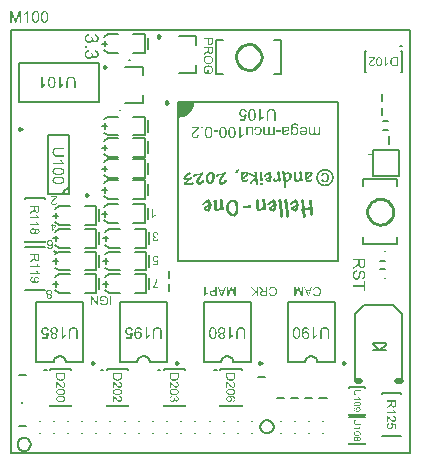
<source format=gto>
G04*
G04 #@! TF.GenerationSoftware,Altium Limited,Altium Designer,23.4.1 (23)*
G04*
G04 Layer_Color=65535*
%FSLAX25Y25*%
%MOIN*%
G70*
G04*
G04 #@! TF.SameCoordinates,2A909AB2-6846-4FDE-AE5D-498660DCD786*
G04*
G04*
G04 #@! TF.FilePolarity,Positive*
G04*
G01*
G75*
%ADD10C,0.00394*%
%ADD11C,0.00984*%
%ADD12C,0.00787*%
%ADD13C,0.00300*%
%ADD14C,0.01000*%
%ADD15C,0.00591*%
%ADD16C,0.00669*%
%ADD17C,0.00800*%
%ADD18C,0.00500*%
%ADD19C,0.01968*%
G36*
X56139Y117323D02*
Y112402D01*
X57911D01*
X61061Y115551D01*
Y117323D01*
X56139D01*
D02*
G37*
G36*
X95033Y110197D02*
X95074Y110194D01*
X95123Y110190D01*
X95179Y110182D01*
X95236Y110171D01*
X95363Y110145D01*
X95430Y110126D01*
X95498Y110107D01*
X95565Y110081D01*
X95629Y110051D01*
X95693Y110017D01*
X95753Y109976D01*
X95757Y109972D01*
X95764Y109965D01*
X95783Y109954D01*
X95802Y109935D01*
X95824Y109909D01*
X95850Y109882D01*
X95877Y109849D01*
X95907Y109807D01*
X95933Y109762D01*
X95959Y109714D01*
X95986Y109657D01*
X96008Y109597D01*
X96027Y109530D01*
X96038Y109459D01*
X96049Y109384D01*
Y109301D01*
X95592Y109369D01*
Y109372D01*
Y109376D01*
X95588Y109387D01*
X95584Y109402D01*
X95577Y109440D01*
X95562Y109485D01*
X95539Y109537D01*
X95513Y109586D01*
X95479Y109635D01*
X95434Y109676D01*
X95430D01*
X95427Y109684D01*
X95416Y109687D01*
X95401Y109699D01*
X95385Y109706D01*
X95363Y109717D01*
X95307Y109744D01*
X95239Y109770D01*
X95157Y109789D01*
X95063Y109804D01*
X94954Y109811D01*
X94924D01*
X94898Y109807D01*
X94872D01*
X94842Y109804D01*
X94767Y109792D01*
X94684Y109777D01*
X94602Y109755D01*
X94519Y109721D01*
X94448Y109676D01*
X94444D01*
X94441Y109669D01*
X94418Y109654D01*
X94388Y109624D01*
X94350Y109582D01*
X94309Y109530D01*
X94268Y109466D01*
X94234Y109391D01*
X94204Y109309D01*
Y109301D01*
X94200Y109294D01*
X94197Y109279D01*
Y109260D01*
X94193Y109237D01*
X94189Y109211D01*
X94186Y109181D01*
X94182Y109144D01*
X94178Y109099D01*
Y109050D01*
X94174Y108994D01*
X94170Y108934D01*
Y108862D01*
Y108787D01*
Y108705D01*
X94174Y108709D01*
X94186Y108720D01*
X94200Y108739D01*
X94227Y108761D01*
X94257Y108787D01*
X94294Y108821D01*
X94336Y108851D01*
X94384Y108885D01*
X94437Y108922D01*
X94497Y108952D01*
X94560Y108982D01*
X94628Y109012D01*
X94699Y109035D01*
X94778Y109054D01*
X94857Y109065D01*
X94943Y109069D01*
X94969D01*
X94999Y109065D01*
X95037Y109061D01*
X95086Y109057D01*
X95142Y109046D01*
X95202Y109035D01*
X95269Y109016D01*
X95341Y108994D01*
X95412Y108967D01*
X95487Y108934D01*
X95558Y108896D01*
X95633Y108847D01*
X95704Y108791D01*
X95768Y108727D01*
X95832Y108656D01*
X95836Y108652D01*
X95847Y108637D01*
X95862Y108615D01*
X95881Y108581D01*
X95903Y108544D01*
X95929Y108495D01*
X95959Y108439D01*
X95986Y108375D01*
X96016Y108307D01*
X96046Y108229D01*
X96072Y108150D01*
X96094Y108060D01*
X96113Y107970D01*
X96128Y107872D01*
X96139Y107767D01*
X96143Y107662D01*
Y107659D01*
Y107644D01*
Y107625D01*
X96139Y107595D01*
Y107557D01*
X96135Y107516D01*
X96132Y107471D01*
X96124Y107419D01*
X96117Y107362D01*
X96109Y107306D01*
X96083Y107182D01*
X96049Y107051D01*
X96000Y106924D01*
Y106920D01*
X95993Y106909D01*
X95986Y106890D01*
X95974Y106867D01*
X95959Y106841D01*
X95941Y106807D01*
X95892Y106732D01*
X95832Y106646D01*
X95761Y106560D01*
X95678Y106477D01*
X95581Y106402D01*
X95577Y106399D01*
X95569Y106395D01*
X95554Y106384D01*
X95532Y106372D01*
X95505Y106361D01*
X95476Y106342D01*
X95438Y106327D01*
X95397Y106309D01*
X95352Y106294D01*
X95303Y106275D01*
X95250Y106260D01*
X95194Y106249D01*
X95070Y106226D01*
X95007Y106222D01*
X94939Y106219D01*
X94917D01*
X94890Y106222D01*
X94857Y106226D01*
X94815Y106230D01*
X94767Y106241D01*
X94710Y106252D01*
X94651Y106267D01*
X94591Y106290D01*
X94523Y106316D01*
X94455Y106346D01*
X94388Y106387D01*
X94320Y106432D01*
X94253Y106485D01*
X94186Y106545D01*
X94125Y106616D01*
Y106282D01*
X93691D01*
Y108694D01*
Y108701D01*
Y108724D01*
Y108754D01*
X93694Y108799D01*
Y108851D01*
X93698Y108915D01*
X93702Y108979D01*
X93705Y109050D01*
X93724Y109204D01*
X93747Y109354D01*
X93762Y109429D01*
X93780Y109496D01*
X93803Y109556D01*
X93826Y109612D01*
Y109616D01*
X93833Y109624D01*
X93840Y109639D01*
X93852Y109657D01*
X93863Y109680D01*
X93882Y109706D01*
X93927Y109770D01*
X93987Y109837D01*
X94058Y109909D01*
X94144Y109980D01*
X94245Y110044D01*
X94249D01*
X94257Y110051D01*
X94275Y110059D01*
X94298Y110070D01*
X94324Y110081D01*
X94358Y110092D01*
X94396Y110107D01*
X94441Y110122D01*
X94489Y110137D01*
X94542Y110152D01*
X94602Y110164D01*
X94662Y110175D01*
X94729Y110186D01*
X94801Y110194D01*
X94950Y110201D01*
X94999D01*
X95033Y110197D01*
D02*
G37*
G36*
X92262Y109129D02*
X92299Y109125D01*
X92344Y109121D01*
X92393Y109114D01*
X92445Y109106D01*
X92558Y109080D01*
X92618Y109061D01*
X92678Y109039D01*
X92734Y109012D01*
X92791Y108982D01*
X92843Y108949D01*
X92892Y108911D01*
X92896Y108907D01*
X92903Y108900D01*
X92914Y108889D01*
X92929Y108870D01*
X92948Y108847D01*
X92971Y108821D01*
X92989Y108791D01*
X93012Y108754D01*
X93038Y108716D01*
X93057Y108671D01*
X93079Y108626D01*
X93098Y108574D01*
X93113Y108521D01*
X93124Y108461D01*
X93132Y108401D01*
X93135Y108337D01*
Y108334D01*
Y108330D01*
Y108319D01*
Y108304D01*
X93132Y108262D01*
X93124Y108214D01*
X93113Y108154D01*
X93098Y108094D01*
X93076Y108026D01*
X93046Y107962D01*
Y107959D01*
X93042Y107955D01*
X93027Y107932D01*
X93008Y107902D01*
X92978Y107865D01*
X92944Y107820D01*
X92903Y107775D01*
X92854Y107730D01*
X92802Y107689D01*
X92794Y107685D01*
X92775Y107674D01*
X92746Y107655D01*
X92704Y107632D01*
X92652Y107606D01*
X92595Y107580D01*
X92532Y107557D01*
X92464Y107535D01*
X92457D01*
X92438Y107527D01*
X92404Y107520D01*
X92359Y107512D01*
X92299Y107501D01*
X92228Y107490D01*
X92142Y107475D01*
X92044Y107464D01*
X92037D01*
X92018Y107460D01*
X91988Y107456D01*
X91951Y107452D01*
X91905Y107445D01*
X91849Y107437D01*
X91789Y107426D01*
X91725Y107419D01*
X91587Y107392D01*
X91448Y107366D01*
X91381Y107351D01*
X91317Y107332D01*
X91257Y107317D01*
X91204Y107299D01*
Y107295D01*
Y107284D01*
Y107269D01*
X91201Y107250D01*
Y107209D01*
Y107190D01*
Y107179D01*
Y107175D01*
Y107167D01*
Y107152D01*
X91204Y107130D01*
Y107107D01*
X91208Y107081D01*
X91215Y107017D01*
X91234Y106954D01*
X91257Y106882D01*
X91290Y106822D01*
X91313Y106792D01*
X91335Y106770D01*
X91339Y106766D01*
X91343Y106762D01*
X91354Y106755D01*
X91369Y106744D01*
X91388Y106732D01*
X91410Y106717D01*
X91437Y106702D01*
X91470Y106687D01*
X91504Y106672D01*
X91545Y106661D01*
X91590Y106646D01*
X91639Y106635D01*
X91688Y106624D01*
X91748Y106616D01*
X91808Y106609D01*
X91924D01*
X91954Y106612D01*
X91984Y106616D01*
X92055Y106624D01*
X92134Y106639D01*
X92217Y106657D01*
X92292Y106687D01*
X92329Y106706D01*
X92359Y106729D01*
X92367Y106732D01*
X92386Y106751D01*
X92412Y106781D01*
X92445Y106822D01*
X92487Y106879D01*
X92506Y106912D01*
X92524Y106950D01*
X92543Y106991D01*
X92562Y107040D01*
X92577Y107089D01*
X92592Y107141D01*
X93053Y107077D01*
Y107074D01*
X93049Y107062D01*
X93046Y107047D01*
X93042Y107029D01*
X93034Y107002D01*
X93027Y106972D01*
X93004Y106905D01*
X92978Y106830D01*
X92940Y106751D01*
X92899Y106672D01*
X92851Y106601D01*
Y106597D01*
X92843Y106594D01*
X92824Y106571D01*
X92791Y106537D01*
X92742Y106496D01*
X92686Y106451D01*
X92614Y106406D01*
X92528Y106361D01*
X92434Y106320D01*
X92431D01*
X92423Y106316D01*
X92408Y106309D01*
X92386Y106305D01*
X92359Y106297D01*
X92329Y106286D01*
X92292Y106279D01*
X92251Y106267D01*
X92209Y106260D01*
X92160Y106252D01*
X92052Y106234D01*
X91932Y106222D01*
X91800Y106219D01*
X91741D01*
X91711Y106222D01*
X91677D01*
X91636Y106226D01*
X91594Y106230D01*
X91504Y106241D01*
X91407Y106256D01*
X91313Y106275D01*
X91223Y106305D01*
X91219D01*
X91212Y106309D01*
X91201Y106312D01*
X91185Y106320D01*
X91148Y106339D01*
X91099Y106361D01*
X91047Y106391D01*
X90991Y106429D01*
X90942Y106470D01*
X90897Y106515D01*
X90893Y106522D01*
X90878Y106537D01*
X90863Y106564D01*
X90841Y106601D01*
X90814Y106650D01*
X90792Y106706D01*
X90769Y106766D01*
X90750Y106837D01*
Y106845D01*
X90747Y106860D01*
X90743Y106894D01*
X90736Y106935D01*
Y106965D01*
X90732Y106995D01*
Y107032D01*
X90728Y107070D01*
Y107115D01*
X90724Y107164D01*
Y107216D01*
Y107272D01*
Y107902D01*
Y107910D01*
Y107932D01*
Y107966D01*
Y108007D01*
Y108060D01*
Y108120D01*
X90720Y108184D01*
Y108255D01*
X90717Y108397D01*
X90713Y108465D01*
Y108532D01*
X90709Y108596D01*
X90706Y108652D01*
X90698Y108701D01*
X90694Y108739D01*
Y108746D01*
X90687Y108769D01*
X90679Y108802D01*
X90668Y108844D01*
X90653Y108896D01*
X90631Y108949D01*
X90604Y109009D01*
X90574Y109069D01*
X91066D01*
X91069Y109061D01*
X91077Y109042D01*
X91092Y109012D01*
X91107Y108971D01*
X91126Y108919D01*
X91141Y108862D01*
X91152Y108795D01*
X91163Y108724D01*
X91167Y108727D01*
X91174Y108735D01*
X91189Y108746D01*
X91208Y108761D01*
X91230Y108780D01*
X91260Y108799D01*
X91324Y108847D01*
X91403Y108900D01*
X91486Y108952D01*
X91579Y109001D01*
X91669Y109042D01*
X91673D01*
X91681Y109046D01*
X91692Y109050D01*
X91711Y109057D01*
X91733Y109065D01*
X91759Y109072D01*
X91789Y109080D01*
X91823Y109087D01*
X91902Y109102D01*
X91988Y109117D01*
X92085Y109129D01*
X92187Y109132D01*
X92232D01*
X92262Y109129D01*
D02*
G37*
G36*
X80168D02*
X80194D01*
X80254Y109121D01*
X80326Y109110D01*
X80404Y109091D01*
X80483Y109069D01*
X80566Y109039D01*
X80569D01*
X80573Y109035D01*
X80584Y109027D01*
X80599Y109020D01*
X80637Y109001D01*
X80686Y108975D01*
X80738Y108941D01*
X80791Y108900D01*
X80839Y108855D01*
X80884Y108802D01*
X80888Y108795D01*
X80899Y108776D01*
X80918Y108746D01*
X80941Y108705D01*
X80963Y108656D01*
X80985Y108596D01*
X81008Y108529D01*
X81027Y108454D01*
Y108446D01*
X81030Y108427D01*
X81034Y108394D01*
X81038Y108345D01*
X81046Y108281D01*
X81049Y108206D01*
X81053Y108116D01*
Y108011D01*
Y106282D01*
X80581D01*
Y107831D01*
Y107835D01*
Y107846D01*
Y107865D01*
Y107891D01*
Y107921D01*
Y107955D01*
X80577Y108034D01*
X80573Y108116D01*
X80569Y108199D01*
X80566Y108236D01*
X80562Y108270D01*
X80558Y108304D01*
X80554Y108330D01*
Y108334D01*
X80550Y108337D01*
X80543Y108360D01*
X80532Y108394D01*
X80513Y108435D01*
X80487Y108484D01*
X80457Y108532D01*
X80415Y108581D01*
X80367Y108622D01*
X80359Y108626D01*
X80340Y108637D01*
X80310Y108656D01*
X80265Y108675D01*
X80217Y108694D01*
X80153Y108712D01*
X80085Y108724D01*
X80010Y108727D01*
X79973D01*
X79935Y108720D01*
X79883Y108712D01*
X79823Y108701D01*
X79756Y108682D01*
X79688Y108656D01*
X79617Y108619D01*
X79613D01*
X79609Y108615D01*
X79587Y108600D01*
X79553Y108574D01*
X79512Y108540D01*
X79470Y108499D01*
X79426Y108446D01*
X79384Y108390D01*
X79351Y108322D01*
Y108319D01*
X79347Y108315D01*
X79343Y108304D01*
X79339Y108289D01*
X79332Y108266D01*
X79324Y108244D01*
X79317Y108217D01*
X79309Y108184D01*
X79305Y108146D01*
X79298Y108109D01*
X79290Y108064D01*
X79283Y108015D01*
X79279Y107962D01*
X79276Y107902D01*
X79272Y107842D01*
Y107779D01*
Y106282D01*
X78799D01*
Y109069D01*
X79223D01*
Y108664D01*
X79227Y108667D01*
X79238Y108682D01*
X79257Y108709D01*
X79283Y108735D01*
X79317Y108772D01*
X79354Y108814D01*
X79403Y108855D01*
X79456Y108896D01*
X79515Y108941D01*
X79583Y108982D01*
X79654Y109024D01*
X79733Y109057D01*
X79816Y109087D01*
X79905Y109114D01*
X80003Y109129D01*
X80104Y109132D01*
X80146D01*
X80168Y109129D01*
D02*
G37*
G36*
X64197Y108532D02*
X63661D01*
Y109069D01*
X64197D01*
Y108532D01*
D02*
G37*
G36*
X90177Y107437D02*
X88726D01*
Y107914D01*
X90177D01*
Y107437D01*
D02*
G37*
G36*
X69289D02*
X67838D01*
Y107914D01*
X69289D01*
Y107437D01*
D02*
G37*
G36*
X103422Y106282D02*
X102998D01*
Y106669D01*
X102990Y106665D01*
X102983Y106654D01*
X102975Y106639D01*
X102945Y106601D01*
X102904Y106556D01*
X102856Y106504D01*
X102796Y106447D01*
X102728Y106395D01*
X102649Y106346D01*
X102646D01*
X102638Y106342D01*
X102627Y106335D01*
X102612Y106327D01*
X102589Y106316D01*
X102567Y106305D01*
X102507Y106282D01*
X102432Y106260D01*
X102349Y106237D01*
X102255Y106222D01*
X102154Y106219D01*
X102124D01*
X102102Y106222D01*
X102076D01*
X102046Y106226D01*
X101974Y106234D01*
X101895Y106252D01*
X101809Y106275D01*
X101727Y106305D01*
X101648Y106350D01*
X101644D01*
X101640Y106357D01*
X101614Y106372D01*
X101581Y106402D01*
X101539Y106444D01*
X101494Y106492D01*
X101445Y106552D01*
X101404Y106624D01*
X101371Y106706D01*
X101367Y106702D01*
X101356Y106684D01*
X101337Y106661D01*
X101311Y106631D01*
X101277Y106594D01*
X101235Y106552D01*
X101190Y106507D01*
X101138Y106462D01*
X101078Y106417D01*
X101014Y106372D01*
X100943Y106331D01*
X100864Y106294D01*
X100786Y106264D01*
X100696Y106241D01*
X100605Y106222D01*
X100508Y106219D01*
X100467D01*
X100441Y106222D01*
X100403Y106226D01*
X100365Y106230D01*
X100320Y106237D01*
X100272Y106249D01*
X100171Y106275D01*
X100118Y106294D01*
X100062Y106316D01*
X100013Y106342D01*
X99961Y106376D01*
X99915Y106410D01*
X99871Y106451D01*
X99867Y106455D01*
X99859Y106462D01*
X99848Y106474D01*
X99837Y106492D01*
X99818Y106519D01*
X99799Y106549D01*
X99780Y106582D01*
X99758Y106624D01*
X99735Y106672D01*
X99717Y106725D01*
X99698Y106781D01*
X99679Y106845D01*
X99668Y106912D01*
X99657Y106987D01*
X99649Y107070D01*
X99646Y107156D01*
Y109069D01*
X100118D01*
Y107314D01*
Y107310D01*
Y107302D01*
Y107287D01*
Y107269D01*
Y107246D01*
X100122Y107216D01*
X100126Y107156D01*
X100129Y107092D01*
X100137Y107025D01*
X100152Y106961D01*
X100167Y106909D01*
X100171Y106901D01*
X100174Y106886D01*
X100186Y106864D01*
X100204Y106834D01*
X100227Y106804D01*
X100257Y106770D01*
X100291Y106736D01*
X100332Y106706D01*
X100336Y106702D01*
X100354Y106695D01*
X100377Y106680D01*
X100410Y106665D01*
X100452Y106654D01*
X100501Y106639D01*
X100553Y106631D01*
X100613Y106627D01*
X100643D01*
X100662Y106631D01*
X100688Y106635D01*
X100718Y106639D01*
X100786Y106654D01*
X100864Y106676D01*
X100947Y106710D01*
X100988Y106732D01*
X101025Y106759D01*
X101067Y106792D01*
X101104Y106826D01*
X101108Y106830D01*
X101112Y106834D01*
X101123Y106849D01*
X101134Y106864D01*
X101149Y106886D01*
X101164Y106909D01*
X101183Y106942D01*
X101198Y106976D01*
X101217Y107017D01*
X101235Y107066D01*
X101251Y107115D01*
X101266Y107171D01*
X101277Y107235D01*
X101288Y107302D01*
X101292Y107374D01*
X101295Y107452D01*
Y109069D01*
X101768D01*
Y107257D01*
Y107254D01*
Y107242D01*
Y107227D01*
Y107205D01*
X101772Y107179D01*
X101776Y107149D01*
X101783Y107081D01*
X101798Y107002D01*
X101817Y106924D01*
X101847Y106849D01*
X101884Y106785D01*
X101888Y106777D01*
X101907Y106759D01*
X101933Y106736D01*
X101974Y106706D01*
X102027Y106676D01*
X102091Y106654D01*
X102169Y106635D01*
X102259Y106627D01*
X102293D01*
X102331Y106631D01*
X102379Y106639D01*
X102436Y106654D01*
X102499Y106672D01*
X102567Y106699D01*
X102630Y106732D01*
X102638Y106736D01*
X102657Y106751D01*
X102687Y106777D01*
X102724Y106811D01*
X102766Y106852D01*
X102803Y106905D01*
X102840Y106969D01*
X102874Y107040D01*
Y107044D01*
X102878Y107047D01*
X102882Y107062D01*
X102885Y107077D01*
X102893Y107100D01*
X102897Y107122D01*
X102904Y107152D01*
X102912Y107190D01*
X102919Y107227D01*
X102927Y107272D01*
X102930Y107321D01*
X102938Y107374D01*
X102942Y107430D01*
X102945Y107490D01*
X102949Y107554D01*
Y107625D01*
Y109069D01*
X103422D01*
Y106282D01*
D02*
G37*
G36*
X88204D02*
X87780D01*
Y106669D01*
X87773Y106665D01*
X87766Y106654D01*
X87758Y106639D01*
X87728Y106601D01*
X87687Y106556D01*
X87638Y106504D01*
X87578Y106447D01*
X87511Y106395D01*
X87432Y106346D01*
X87428D01*
X87420Y106342D01*
X87409Y106335D01*
X87394Y106327D01*
X87372Y106316D01*
X87349Y106305D01*
X87289Y106282D01*
X87214Y106260D01*
X87132Y106237D01*
X87038Y106222D01*
X86937Y106219D01*
X86907D01*
X86884Y106222D01*
X86858D01*
X86828Y106226D01*
X86757Y106234D01*
X86678Y106252D01*
X86592Y106275D01*
X86509Y106305D01*
X86431Y106350D01*
X86427D01*
X86423Y106357D01*
X86397Y106372D01*
X86363Y106402D01*
X86322Y106444D01*
X86277Y106492D01*
X86228Y106552D01*
X86187Y106624D01*
X86153Y106706D01*
X86149Y106702D01*
X86138Y106684D01*
X86119Y106661D01*
X86093Y106631D01*
X86059Y106594D01*
X86018Y106552D01*
X85973Y106507D01*
X85921Y106462D01*
X85861Y106417D01*
X85797Y106372D01*
X85725Y106331D01*
X85647Y106294D01*
X85568Y106264D01*
X85478Y106241D01*
X85388Y106222D01*
X85290Y106219D01*
X85249D01*
X85223Y106222D01*
X85185Y106226D01*
X85148Y106230D01*
X85103Y106237D01*
X85054Y106249D01*
X84953Y106275D01*
X84900Y106294D01*
X84844Y106316D01*
X84795Y106342D01*
X84743Y106376D01*
X84698Y106410D01*
X84653Y106451D01*
X84649Y106455D01*
X84642Y106462D01*
X84631Y106474D01*
X84619Y106492D01*
X84601Y106519D01*
X84582Y106549D01*
X84563Y106582D01*
X84540Y106624D01*
X84518Y106672D01*
X84499Y106725D01*
X84481Y106781D01*
X84462Y106845D01*
X84451Y106912D01*
X84439Y106987D01*
X84432Y107070D01*
X84428Y107156D01*
Y109069D01*
X84900D01*
Y107314D01*
Y107310D01*
Y107302D01*
Y107287D01*
Y107269D01*
Y107246D01*
X84904Y107216D01*
X84908Y107156D01*
X84912Y107092D01*
X84919Y107025D01*
X84934Y106961D01*
X84949Y106909D01*
X84953Y106901D01*
X84957Y106886D01*
X84968Y106864D01*
X84987Y106834D01*
X85009Y106804D01*
X85039Y106770D01*
X85073Y106736D01*
X85114Y106706D01*
X85118Y106702D01*
X85137Y106695D01*
X85159Y106680D01*
X85193Y106665D01*
X85234Y106654D01*
X85283Y106639D01*
X85335Y106631D01*
X85395Y106627D01*
X85426D01*
X85444Y106631D01*
X85470Y106635D01*
X85501Y106639D01*
X85568Y106654D01*
X85647Y106676D01*
X85729Y106710D01*
X85770Y106732D01*
X85808Y106759D01*
X85849Y106792D01*
X85887Y106826D01*
X85891Y106830D01*
X85894Y106834D01*
X85905Y106849D01*
X85917Y106864D01*
X85932Y106886D01*
X85947Y106909D01*
X85966Y106942D01*
X85980Y106976D01*
X85999Y107017D01*
X86018Y107066D01*
X86033Y107115D01*
X86048Y107171D01*
X86059Y107235D01*
X86071Y107302D01*
X86074Y107374D01*
X86078Y107452D01*
Y109069D01*
X86550D01*
Y107257D01*
Y107254D01*
Y107242D01*
Y107227D01*
Y107205D01*
X86554Y107179D01*
X86558Y107149D01*
X86566Y107081D01*
X86580Y107002D01*
X86599Y106924D01*
X86629Y106849D01*
X86667Y106785D01*
X86671Y106777D01*
X86689Y106759D01*
X86716Y106736D01*
X86757Y106706D01*
X86809Y106676D01*
X86873Y106654D01*
X86952Y106635D01*
X87042Y106627D01*
X87076D01*
X87113Y106631D01*
X87162Y106639D01*
X87218Y106654D01*
X87282Y106672D01*
X87349Y106699D01*
X87413Y106732D01*
X87420Y106736D01*
X87439Y106751D01*
X87469Y106777D01*
X87507Y106811D01*
X87548Y106852D01*
X87586Y106905D01*
X87623Y106969D01*
X87657Y107040D01*
Y107044D01*
X87660Y107047D01*
X87664Y107062D01*
X87668Y107077D01*
X87675Y107100D01*
X87679Y107122D01*
X87687Y107152D01*
X87694Y107190D01*
X87702Y107227D01*
X87709Y107272D01*
X87713Y107321D01*
X87721Y107374D01*
X87724Y107430D01*
X87728Y107490D01*
X87732Y107554D01*
Y107625D01*
Y109069D01*
X88204D01*
Y106282D01*
D02*
G37*
G36*
X82665Y109129D02*
X82703Y109125D01*
X82752Y109121D01*
X82808Y109114D01*
X82872Y109102D01*
X82939Y109087D01*
X83011Y109065D01*
X83086Y109042D01*
X83161Y109012D01*
X83236Y108975D01*
X83314Y108934D01*
X83389Y108885D01*
X83460Y108825D01*
X83528Y108761D01*
X83532Y108757D01*
X83543Y108742D01*
X83558Y108724D01*
X83580Y108690D01*
X83607Y108652D01*
X83637Y108607D01*
X83667Y108551D01*
X83701Y108487D01*
X83734Y108416D01*
X83764Y108334D01*
X83794Y108247D01*
X83820Y108150D01*
X83839Y108045D01*
X83858Y107936D01*
X83869Y107816D01*
X83873Y107689D01*
Y107685D01*
Y107670D01*
Y107644D01*
X83869Y107614D01*
Y107572D01*
X83865Y107527D01*
X83862Y107475D01*
X83854Y107419D01*
X83847Y107359D01*
X83836Y107295D01*
X83813Y107164D01*
X83776Y107029D01*
X83727Y106897D01*
X83723Y106894D01*
X83719Y106882D01*
X83712Y106864D01*
X83697Y106841D01*
X83682Y106815D01*
X83663Y106781D01*
X83614Y106706D01*
X83551Y106624D01*
X83472Y106541D01*
X83378Y106462D01*
X83329Y106425D01*
X83273Y106391D01*
X83269Y106387D01*
X83258Y106384D01*
X83243Y106376D01*
X83220Y106365D01*
X83191Y106350D01*
X83157Y106335D01*
X83119Y106320D01*
X83074Y106305D01*
X83025Y106290D01*
X82973Y106275D01*
X82860Y106245D01*
X82737Y106226D01*
X82673Y106219D01*
X82560D01*
X82530Y106222D01*
X82493Y106226D01*
X82448Y106230D01*
X82395Y106237D01*
X82343Y106249D01*
X82223Y106275D01*
X82163Y106294D01*
X82099Y106316D01*
X82039Y106342D01*
X81979Y106376D01*
X81919Y106410D01*
X81863Y106451D01*
X81859Y106455D01*
X81852Y106462D01*
X81837Y106474D01*
X81818Y106492D01*
X81792Y106519D01*
X81766Y106545D01*
X81739Y106579D01*
X81709Y106616D01*
X81675Y106661D01*
X81646Y106710D01*
X81616Y106762D01*
X81586Y106822D01*
X81555Y106882D01*
X81533Y106950D01*
X81511Y107025D01*
X81492Y107100D01*
X81949Y107171D01*
Y107167D01*
X81953Y107160D01*
X81957Y107145D01*
X81960Y107126D01*
X81972Y107100D01*
X81979Y107074D01*
X82006Y107014D01*
X82035Y106942D01*
X82077Y106875D01*
X82126Y106807D01*
X82186Y106747D01*
X82193Y106740D01*
X82215Y106725D01*
X82249Y106702D01*
X82298Y106676D01*
X82354Y106650D01*
X82425Y106627D01*
X82500Y106612D01*
X82587Y106605D01*
X82621D01*
X82647Y106609D01*
X82677Y106612D01*
X82710Y106620D01*
X82752Y106627D01*
X82793Y106639D01*
X82838Y106650D01*
X82887Y106669D01*
X82932Y106687D01*
X82981Y106714D01*
X83029Y106744D01*
X83078Y106777D01*
X83123Y106819D01*
X83168Y106864D01*
X83172Y106867D01*
X83179Y106875D01*
X83187Y106890D01*
X83202Y106912D01*
X83220Y106939D01*
X83239Y106972D01*
X83258Y107014D01*
X83277Y107059D01*
X83299Y107115D01*
X83318Y107175D01*
X83337Y107239D01*
X83355Y107314D01*
X83371Y107392D01*
X83378Y107479D01*
X83385Y107572D01*
X83389Y107674D01*
Y107681D01*
Y107700D01*
Y107726D01*
X83385Y107764D01*
X83382Y107812D01*
X83378Y107865D01*
X83371Y107925D01*
X83363Y107985D01*
X83337Y108120D01*
X83318Y108187D01*
X83299Y108255D01*
X83273Y108322D01*
X83247Y108382D01*
X83213Y108439D01*
X83175Y108491D01*
X83172Y108495D01*
X83164Y108502D01*
X83153Y108514D01*
X83138Y108532D01*
X83116Y108551D01*
X83089Y108570D01*
X83059Y108596D01*
X83025Y108619D01*
X82988Y108641D01*
X82943Y108664D01*
X82898Y108686D01*
X82849Y108705D01*
X82793Y108724D01*
X82737Y108735D01*
X82677Y108742D01*
X82613Y108746D01*
X82587D01*
X82568Y108742D01*
X82542D01*
X82516Y108739D01*
X82452Y108724D01*
X82377Y108705D01*
X82302Y108675D01*
X82223Y108634D01*
X82186Y108607D01*
X82152Y108577D01*
X82148Y108574D01*
X82144Y108570D01*
X82133Y108559D01*
X82122Y108544D01*
X82107Y108525D01*
X82088Y108502D01*
X82069Y108476D01*
X82051Y108446D01*
X82032Y108412D01*
X82009Y108371D01*
X81990Y108330D01*
X81972Y108281D01*
X81953Y108229D01*
X81938Y108172D01*
X81923Y108112D01*
X81912Y108049D01*
X81447Y108112D01*
Y108116D01*
X81450Y108135D01*
X81454Y108157D01*
X81466Y108191D01*
X81473Y108232D01*
X81488Y108277D01*
X81507Y108330D01*
X81525Y108386D01*
X81548Y108446D01*
X81578Y108506D01*
X81608Y108570D01*
X81646Y108630D01*
X81687Y108694D01*
X81732Y108754D01*
X81784Y108810D01*
X81840Y108862D01*
X81844Y108866D01*
X81855Y108874D01*
X81871Y108889D01*
X81897Y108904D01*
X81927Y108926D01*
X81964Y108949D01*
X82006Y108971D01*
X82054Y108997D01*
X82107Y109024D01*
X82163Y109046D01*
X82227Y109069D01*
X82294Y109091D01*
X82369Y109106D01*
X82444Y109121D01*
X82527Y109129D01*
X82609Y109132D01*
X82635D01*
X82665Y109129D01*
D02*
G37*
G36*
X97838D02*
X97879Y109125D01*
X97932Y109121D01*
X97992Y109114D01*
X98055Y109102D01*
X98127Y109084D01*
X98206Y109065D01*
X98284Y109042D01*
X98363Y109009D01*
X98445Y108975D01*
X98524Y108930D01*
X98603Y108881D01*
X98678Y108825D01*
X98749Y108757D01*
X98753Y108754D01*
X98764Y108739D01*
X98783Y108720D01*
X98805Y108686D01*
X98832Y108649D01*
X98862Y108604D01*
X98896Y108547D01*
X98926Y108484D01*
X98959Y108412D01*
X98993Y108334D01*
X99023Y108247D01*
X99049Y108154D01*
X99072Y108052D01*
X99090Y107940D01*
X99102Y107824D01*
X99106Y107700D01*
Y107696D01*
Y107692D01*
Y107670D01*
X99102Y107632D01*
X99098Y107584D01*
X99094Y107524D01*
X99087Y107456D01*
X99076Y107381D01*
X99060Y107299D01*
X99042Y107216D01*
X99019Y107126D01*
X98989Y107036D01*
X98952Y106942D01*
X98910Y106852D01*
X98865Y106766D01*
X98809Y106684D01*
X98746Y106609D01*
X98742Y106605D01*
X98727Y106590D01*
X98708Y106571D01*
X98678Y106549D01*
X98644Y106519D01*
X98599Y106485D01*
X98550Y106451D01*
X98491Y106414D01*
X98427Y106376D01*
X98356Y106342D01*
X98277Y106309D01*
X98194Y106279D01*
X98104Y106256D01*
X98010Y106234D01*
X97909Y106222D01*
X97804Y106219D01*
X97778D01*
X97752Y106222D01*
X97711Y106226D01*
X97666Y106230D01*
X97609Y106237D01*
X97545Y106252D01*
X97482Y106267D01*
X97411Y106286D01*
X97335Y106312D01*
X97260Y106342D01*
X97185Y106380D01*
X97107Y106425D01*
X97032Y106474D01*
X96961Y106534D01*
X96893Y106601D01*
X96889Y106605D01*
X96878Y106620D01*
X96859Y106642D01*
X96837Y106672D01*
X96811Y106710D01*
X96781Y106759D01*
X96747Y106815D01*
X96713Y106879D01*
X96683Y106950D01*
X96649Y107032D01*
X96619Y107119D01*
X96593Y107216D01*
X96570Y107317D01*
X96552Y107430D01*
X96540Y107546D01*
X96537Y107674D01*
Y107681D01*
Y107692D01*
Y107704D01*
Y107722D01*
Y107745D01*
X96540Y107767D01*
Y107797D01*
X98622D01*
Y107801D01*
Y107816D01*
X98618Y107842D01*
X98614Y107872D01*
X98607Y107910D01*
X98599Y107955D01*
X98592Y108004D01*
X98580Y108060D01*
X98547Y108172D01*
X98524Y108232D01*
X98502Y108289D01*
X98472Y108345D01*
X98442Y108401D01*
X98404Y108454D01*
X98363Y108502D01*
X98359Y108506D01*
X98352Y108514D01*
X98340Y108525D01*
X98322Y108540D01*
X98299Y108559D01*
X98269Y108581D01*
X98239Y108600D01*
X98202Y108622D01*
X98160Y108649D01*
X98119Y108667D01*
X98071Y108690D01*
X98018Y108709D01*
X97962Y108724D01*
X97905Y108735D01*
X97842Y108742D01*
X97778Y108746D01*
X97752D01*
X97733Y108742D01*
X97711D01*
X97688Y108739D01*
X97624Y108727D01*
X97557Y108712D01*
X97482Y108690D01*
X97407Y108656D01*
X97335Y108611D01*
X97332D01*
X97328Y108604D01*
X97306Y108585D01*
X97272Y108551D01*
X97230Y108502D01*
X97182Y108442D01*
X97133Y108367D01*
X97110Y108322D01*
X97088Y108274D01*
X97066Y108225D01*
X97043Y108169D01*
X96556Y108232D01*
Y108236D01*
X96559Y108251D01*
X96567Y108274D01*
X96578Y108304D01*
X96589Y108341D01*
X96608Y108382D01*
X96627Y108427D01*
X96649Y108476D01*
X96679Y108529D01*
X96709Y108585D01*
X96743Y108641D01*
X96784Y108697D01*
X96825Y108750D01*
X96874Y108802D01*
X96927Y108855D01*
X96983Y108900D01*
X96987Y108904D01*
X96998Y108911D01*
X97013Y108922D01*
X97039Y108937D01*
X97069Y108952D01*
X97107Y108975D01*
X97152Y108994D01*
X97201Y109016D01*
X97253Y109039D01*
X97313Y109057D01*
X97381Y109080D01*
X97448Y109095D01*
X97527Y109110D01*
X97606Y109121D01*
X97688Y109129D01*
X97778Y109132D01*
X97804D01*
X97838Y109129D01*
D02*
G37*
G36*
X76887Y106065D02*
X76890D01*
X76894Y106072D01*
X76906Y106080D01*
X76917Y106091D01*
X76954Y106125D01*
X77007Y106166D01*
X77070Y106215D01*
X77149Y106271D01*
X77239Y106331D01*
X77337Y106391D01*
X77341D01*
X77348Y106399D01*
X77363Y106406D01*
X77382Y106417D01*
X77408Y106432D01*
X77434Y106447D01*
X77502Y106481D01*
X77577Y106519D01*
X77659Y106560D01*
X77745Y106597D01*
X77828Y106631D01*
Y106177D01*
X77824Y106174D01*
X77809Y106170D01*
X77790Y106159D01*
X77760Y106144D01*
X77727Y106125D01*
X77689Y106102D01*
X77644Y106080D01*
X77596Y106050D01*
X77487Y105986D01*
X77371Y105907D01*
X77254Y105821D01*
X77138Y105727D01*
X77134Y105724D01*
X77127Y105716D01*
X77108Y105701D01*
X77089Y105682D01*
X77067Y105656D01*
X77037Y105630D01*
X77007Y105596D01*
X76973Y105562D01*
X76906Y105484D01*
X76838Y105397D01*
X76774Y105304D01*
X76744Y105259D01*
X76722Y105210D01*
X76414D01*
Y109069D01*
X76887D01*
Y106065D01*
D02*
G37*
G36*
X74007Y109129D02*
X74048Y109125D01*
X74093Y109121D01*
X74149Y109110D01*
X74209Y109099D01*
X74273Y109084D01*
X74340Y109061D01*
X74412Y109035D01*
X74487Y109005D01*
X74558Y108967D01*
X74629Y108922D01*
X74700Y108870D01*
X74768Y108806D01*
X74828Y108739D01*
X74832Y108731D01*
X74843Y108716D01*
X74862Y108686D01*
X74888Y108645D01*
X74914Y108592D01*
X74948Y108529D01*
X74982Y108450D01*
X75015Y108360D01*
X75053Y108259D01*
X75087Y108142D01*
X75121Y108015D01*
X75147Y107876D01*
X75173Y107719D01*
X75192Y107554D01*
X75203Y107370D01*
X75207Y107175D01*
Y107171D01*
Y107167D01*
Y107145D01*
Y107107D01*
X75203Y107062D01*
Y107002D01*
X75199Y106939D01*
X75195Y106864D01*
X75188Y106781D01*
X75181Y106695D01*
X75173Y106605D01*
X75147Y106425D01*
X75113Y106241D01*
X75090Y106159D01*
X75068Y106076D01*
Y106072D01*
X75060Y106057D01*
X75053Y106035D01*
X75042Y106009D01*
X75027Y105971D01*
X75008Y105934D01*
X74989Y105889D01*
X74963Y105840D01*
X74907Y105735D01*
X74835Y105630D01*
X74749Y105529D01*
X74700Y105480D01*
X74652Y105435D01*
X74648Y105431D01*
X74641Y105424D01*
X74622Y105412D01*
X74603Y105401D01*
X74573Y105382D01*
X74543Y105364D01*
X74502Y105345D01*
X74461Y105322D01*
X74412Y105300D01*
X74359Y105281D01*
X74303Y105262D01*
X74239Y105244D01*
X74176Y105232D01*
X74104Y105221D01*
X74033Y105214D01*
X73954Y105210D01*
X73902D01*
X73875Y105214D01*
X73845Y105217D01*
X73808Y105221D01*
X73770Y105225D01*
X73688Y105240D01*
X73598Y105262D01*
X73504Y105296D01*
X73414Y105337D01*
X73410D01*
X73403Y105345D01*
X73392Y105349D01*
X73373Y105360D01*
X73332Y105390D01*
X73276Y105427D01*
X73216Y105480D01*
X73152Y105540D01*
X73088Y105615D01*
X73028Y105697D01*
Y105701D01*
X73020Y105709D01*
X73013Y105720D01*
X73002Y105739D01*
X72991Y105761D01*
X72975Y105787D01*
X72961Y105821D01*
X72942Y105855D01*
X72923Y105896D01*
X72904Y105937D01*
X72867Y106035D01*
X72825Y106147D01*
X72792Y106267D01*
Y106271D01*
X72788Y106282D01*
X72784Y106301D01*
X72777Y106327D01*
X72769Y106361D01*
X72762Y106402D01*
X72754Y106451D01*
X72747Y106507D01*
X72739Y106567D01*
X72732Y106639D01*
X72724Y106710D01*
X72717Y106792D01*
X72709Y106879D01*
X72706Y106972D01*
X72702Y107070D01*
Y107175D01*
Y107182D01*
Y107205D01*
Y107239D01*
X72706Y107287D01*
Y107344D01*
X72709Y107411D01*
X72713Y107482D01*
X72720Y107565D01*
X72728Y107651D01*
X72736Y107737D01*
X72762Y107921D01*
X72795Y108101D01*
X72818Y108184D01*
X72844Y108266D01*
Y108270D01*
X72852Y108285D01*
X72859Y108307D01*
X72870Y108334D01*
X72886Y108371D01*
X72904Y108409D01*
X72923Y108454D01*
X72949Y108502D01*
X73005Y108604D01*
X73077Y108712D01*
X73163Y108814D01*
X73212Y108862D01*
X73260Y108907D01*
X73264Y108911D01*
X73272Y108919D01*
X73287Y108930D01*
X73309Y108941D01*
X73335Y108960D01*
X73369Y108979D01*
X73407Y108997D01*
X73448Y109020D01*
X73497Y109042D01*
X73549Y109061D01*
X73606Y109080D01*
X73669Y109099D01*
X73733Y109110D01*
X73804Y109121D01*
X73875Y109129D01*
X73954Y109132D01*
X73980D01*
X74007Y109129D01*
D02*
G37*
G36*
X71022D02*
X71063Y109125D01*
X71108Y109121D01*
X71164Y109110D01*
X71224Y109099D01*
X71288Y109084D01*
X71355Y109061D01*
X71427Y109035D01*
X71502Y109005D01*
X71573Y108967D01*
X71644Y108922D01*
X71715Y108870D01*
X71783Y108806D01*
X71843Y108739D01*
X71847Y108731D01*
X71858Y108716D01*
X71877Y108686D01*
X71903Y108645D01*
X71929Y108592D01*
X71963Y108529D01*
X71997Y108450D01*
X72031Y108360D01*
X72068Y108259D01*
X72102Y108142D01*
X72136Y108015D01*
X72162Y107876D01*
X72188Y107719D01*
X72207Y107554D01*
X72218Y107370D01*
X72222Y107175D01*
Y107171D01*
Y107167D01*
Y107145D01*
Y107107D01*
X72218Y107062D01*
Y107002D01*
X72214Y106939D01*
X72211Y106864D01*
X72203Y106781D01*
X72196Y106695D01*
X72188Y106605D01*
X72162Y106425D01*
X72128Y106241D01*
X72105Y106159D01*
X72083Y106076D01*
Y106072D01*
X72075Y106057D01*
X72068Y106035D01*
X72057Y106009D01*
X72042Y105971D01*
X72023Y105934D01*
X72004Y105889D01*
X71978Y105840D01*
X71922Y105735D01*
X71851Y105630D01*
X71764Y105529D01*
X71715Y105480D01*
X71667Y105435D01*
X71663Y105431D01*
X71655Y105424D01*
X71637Y105412D01*
X71618Y105401D01*
X71588Y105382D01*
X71558Y105364D01*
X71517Y105345D01*
X71475Y105322D01*
X71427Y105300D01*
X71374Y105281D01*
X71318Y105262D01*
X71254Y105244D01*
X71191Y105232D01*
X71119Y105221D01*
X71048Y105214D01*
X70969Y105210D01*
X70917D01*
X70890Y105214D01*
X70860Y105217D01*
X70823Y105221D01*
X70785Y105225D01*
X70703Y105240D01*
X70613Y105262D01*
X70519Y105296D01*
X70429Y105337D01*
X70425D01*
X70418Y105345D01*
X70407Y105349D01*
X70388Y105360D01*
X70347Y105390D01*
X70290Y105427D01*
X70231Y105480D01*
X70167Y105540D01*
X70103Y105615D01*
X70043Y105697D01*
Y105701D01*
X70035Y105709D01*
X70028Y105720D01*
X70017Y105739D01*
X70006Y105761D01*
X69990Y105787D01*
X69976Y105821D01*
X69957Y105855D01*
X69938Y105896D01*
X69919Y105937D01*
X69882Y106035D01*
X69841Y106147D01*
X69807Y106267D01*
Y106271D01*
X69803Y106282D01*
X69799Y106301D01*
X69792Y106327D01*
X69784Y106361D01*
X69777Y106402D01*
X69769Y106451D01*
X69762Y106507D01*
X69754Y106567D01*
X69747Y106639D01*
X69739Y106710D01*
X69732Y106792D01*
X69724Y106879D01*
X69721Y106972D01*
X69717Y107070D01*
Y107175D01*
Y107182D01*
Y107205D01*
Y107239D01*
X69721Y107287D01*
Y107344D01*
X69724Y107411D01*
X69728Y107482D01*
X69735Y107565D01*
X69743Y107651D01*
X69750Y107737D01*
X69777Y107921D01*
X69810Y108101D01*
X69833Y108184D01*
X69859Y108266D01*
Y108270D01*
X69867Y108285D01*
X69874Y108307D01*
X69885Y108334D01*
X69901Y108371D01*
X69919Y108409D01*
X69938Y108454D01*
X69964Y108502D01*
X70021Y108604D01*
X70092Y108712D01*
X70178Y108814D01*
X70227Y108862D01*
X70275Y108907D01*
X70279Y108911D01*
X70287Y108919D01*
X70302Y108930D01*
X70324Y108941D01*
X70350Y108960D01*
X70384Y108979D01*
X70422Y108997D01*
X70463Y109020D01*
X70512Y109042D01*
X70564Y109061D01*
X70621Y109080D01*
X70684Y109099D01*
X70748Y109110D01*
X70819Y109121D01*
X70890Y109129D01*
X70969Y109132D01*
X70995D01*
X71022Y109129D01*
D02*
G37*
G36*
X66248D02*
X66289Y109125D01*
X66334Y109121D01*
X66391Y109110D01*
X66451Y109099D01*
X66514Y109084D01*
X66582Y109061D01*
X66653Y109035D01*
X66728Y109005D01*
X66799Y108967D01*
X66870Y108922D01*
X66942Y108870D01*
X67009Y108806D01*
X67069Y108739D01*
X67073Y108731D01*
X67084Y108716D01*
X67103Y108686D01*
X67129Y108645D01*
X67155Y108592D01*
X67189Y108529D01*
X67223Y108450D01*
X67257Y108360D01*
X67294Y108259D01*
X67328Y108142D01*
X67362Y108015D01*
X67388Y107876D01*
X67414Y107719D01*
X67433Y107554D01*
X67444Y107370D01*
X67448Y107175D01*
Y107171D01*
Y107167D01*
Y107145D01*
Y107107D01*
X67444Y107062D01*
Y107002D01*
X67440Y106939D01*
X67437Y106864D01*
X67429Y106781D01*
X67422Y106695D01*
X67414Y106605D01*
X67388Y106425D01*
X67354Y106241D01*
X67332Y106159D01*
X67309Y106076D01*
Y106072D01*
X67302Y106057D01*
X67294Y106035D01*
X67283Y106009D01*
X67268Y105971D01*
X67249Y105934D01*
X67230Y105889D01*
X67204Y105840D01*
X67148Y105735D01*
X67077Y105630D01*
X66991Y105529D01*
X66942Y105480D01*
X66893Y105435D01*
X66889Y105431D01*
X66882Y105424D01*
X66863Y105412D01*
X66844Y105401D01*
X66814Y105382D01*
X66784Y105364D01*
X66743Y105345D01*
X66702Y105322D01*
X66653Y105300D01*
X66601Y105281D01*
X66544Y105262D01*
X66480Y105244D01*
X66417Y105232D01*
X66346Y105221D01*
X66274Y105214D01*
X66195Y105210D01*
X66143D01*
X66117Y105214D01*
X66087Y105217D01*
X66049Y105221D01*
X66012Y105225D01*
X65929Y105240D01*
X65839Y105262D01*
X65746Y105296D01*
X65655Y105337D01*
X65652D01*
X65644Y105345D01*
X65633Y105349D01*
X65614Y105360D01*
X65573Y105390D01*
X65517Y105427D01*
X65457Y105480D01*
X65393Y105540D01*
X65329Y105615D01*
X65269Y105697D01*
Y105701D01*
X65262Y105709D01*
X65254Y105720D01*
X65243Y105739D01*
X65232Y105761D01*
X65217Y105787D01*
X65202Y105821D01*
X65183Y105855D01*
X65164Y105896D01*
X65145Y105937D01*
X65108Y106035D01*
X65067Y106147D01*
X65033Y106267D01*
Y106271D01*
X65029Y106282D01*
X65026Y106301D01*
X65018Y106327D01*
X65010Y106361D01*
X65003Y106402D01*
X64995Y106451D01*
X64988Y106507D01*
X64981Y106567D01*
X64973Y106639D01*
X64965Y106710D01*
X64958Y106792D01*
X64951Y106879D01*
X64947Y106972D01*
X64943Y107070D01*
Y107175D01*
Y107182D01*
Y107205D01*
Y107239D01*
X64947Y107287D01*
Y107344D01*
X64951Y107411D01*
X64954Y107482D01*
X64962Y107565D01*
X64969Y107651D01*
X64977Y107737D01*
X65003Y107921D01*
X65037Y108101D01*
X65059Y108184D01*
X65086Y108266D01*
Y108270D01*
X65093Y108285D01*
X65101Y108307D01*
X65112Y108334D01*
X65127Y108371D01*
X65145Y108409D01*
X65164Y108454D01*
X65191Y108502D01*
X65247Y108604D01*
X65318Y108712D01*
X65404Y108814D01*
X65453Y108862D01*
X65502Y108907D01*
X65505Y108911D01*
X65513Y108919D01*
X65528Y108930D01*
X65551Y108941D01*
X65577Y108960D01*
X65610Y108979D01*
X65648Y108997D01*
X65689Y109020D01*
X65738Y109042D01*
X65790Y109061D01*
X65847Y109080D01*
X65911Y109099D01*
X65974Y109110D01*
X66045Y109121D01*
X66117Y109129D01*
X66195Y109132D01*
X66222D01*
X66248Y109129D01*
D02*
G37*
G36*
X63030Y109065D02*
Y109061D01*
Y109039D01*
Y109009D01*
X63027Y108964D01*
X63019Y108915D01*
X63012Y108859D01*
X62997Y108802D01*
X62978Y108742D01*
Y108739D01*
X62974Y108731D01*
X62967Y108716D01*
X62959Y108697D01*
X62948Y108675D01*
X62937Y108649D01*
X62903Y108581D01*
X62858Y108502D01*
X62805Y108416D01*
X62742Y108326D01*
X62667Y108232D01*
X62663Y108229D01*
X62656Y108221D01*
X62644Y108206D01*
X62625Y108187D01*
X62603Y108165D01*
X62577Y108135D01*
X62547Y108101D01*
X62509Y108064D01*
X62468Y108026D01*
X62423Y107981D01*
X62371Y107932D01*
X62318Y107880D01*
X62258Y107827D01*
X62194Y107771D01*
X62123Y107711D01*
X62052Y107651D01*
X62044Y107644D01*
X62025Y107629D01*
X61992Y107602D01*
X61950Y107565D01*
X61898Y107524D01*
X61842Y107471D01*
X61778Y107415D01*
X61711Y107355D01*
X61568Y107224D01*
X61429Y107089D01*
X61365Y107021D01*
X61305Y106954D01*
X61249Y106894D01*
X61204Y106834D01*
X61200Y106830D01*
X61193Y106819D01*
X61182Y106804D01*
X61171Y106781D01*
X61152Y106755D01*
X61133Y106725D01*
X61114Y106687D01*
X61092Y106650D01*
X61050Y106564D01*
X61013Y106470D01*
X61002Y106417D01*
X60991Y106369D01*
X60983Y106316D01*
X60979Y106267D01*
Y106264D01*
Y106256D01*
Y106241D01*
X60983Y106219D01*
X60987Y106196D01*
X60991Y106170D01*
X61006Y106102D01*
X61028Y106027D01*
X61066Y105949D01*
X61088Y105911D01*
X61114Y105870D01*
X61144Y105832D01*
X61182Y105795D01*
X61185Y105791D01*
X61189Y105787D01*
X61204Y105776D01*
X61219Y105765D01*
X61238Y105750D01*
X61264Y105735D01*
X61291Y105716D01*
X61324Y105697D01*
X61358Y105679D01*
X61399Y105660D01*
X61489Y105630D01*
X61590Y105607D01*
X61647Y105604D01*
X61707Y105600D01*
X61740D01*
X61763Y105604D01*
X61793Y105607D01*
X61827Y105611D01*
X61864Y105619D01*
X61902Y105626D01*
X61992Y105649D01*
X62082Y105686D01*
X62127Y105709D01*
X62172Y105739D01*
X62213Y105769D01*
X62254Y105806D01*
X62258Y105810D01*
X62262Y105814D01*
X62273Y105829D01*
X62284Y105844D01*
X62299Y105862D01*
X62318Y105889D01*
X62337Y105919D01*
X62356Y105952D01*
X62374Y105990D01*
X62393Y106031D01*
X62408Y106080D01*
X62427Y106129D01*
X62438Y106181D01*
X62449Y106241D01*
X62453Y106301D01*
X62457Y106369D01*
X62941Y106320D01*
Y106312D01*
X62937Y106297D01*
X62933Y106267D01*
X62929Y106230D01*
X62918Y106185D01*
X62907Y106132D01*
X62892Y106076D01*
X62877Y106012D01*
X62854Y105949D01*
X62828Y105881D01*
X62798Y105814D01*
X62764Y105742D01*
X62723Y105675D01*
X62678Y105611D01*
X62625Y105551D01*
X62569Y105495D01*
X62565Y105491D01*
X62554Y105484D01*
X62536Y105469D01*
X62509Y105450D01*
X62476Y105427D01*
X62438Y105405D01*
X62389Y105379D01*
X62337Y105352D01*
X62277Y105326D01*
X62213Y105300D01*
X62142Y105277D01*
X62063Y105255D01*
X61980Y105236D01*
X61891Y105221D01*
X61797Y105214D01*
X61695Y105210D01*
X61669D01*
X61643Y105214D01*
X61602D01*
X61557Y105217D01*
X61504Y105225D01*
X61444Y105236D01*
X61377Y105247D01*
X61309Y105266D01*
X61238Y105285D01*
X61163Y105311D01*
X61092Y105341D01*
X61017Y105375D01*
X60949Y105416D01*
X60882Y105465D01*
X60818Y105517D01*
X60814Y105521D01*
X60803Y105532D01*
X60788Y105547D01*
X60769Y105574D01*
X60743Y105604D01*
X60717Y105637D01*
X60687Y105679D01*
X60657Y105727D01*
X60627Y105780D01*
X60597Y105840D01*
X60571Y105900D01*
X60544Y105967D01*
X60526Y106039D01*
X60510Y106117D01*
X60499Y106196D01*
X60496Y106279D01*
Y106282D01*
Y106290D01*
Y106301D01*
Y106316D01*
X60499Y106339D01*
Y106361D01*
X60507Y106421D01*
X60518Y106489D01*
X60537Y106567D01*
X60559Y106650D01*
X60593Y106732D01*
Y106736D01*
X60597Y106744D01*
X60604Y106755D01*
X60612Y106770D01*
X60623Y106792D01*
X60634Y106815D01*
X60668Y106875D01*
X60709Y106942D01*
X60765Y107025D01*
X60829Y107111D01*
X60908Y107201D01*
X60912Y107205D01*
X60919Y107212D01*
X60931Y107227D01*
X60949Y107246D01*
X60975Y107272D01*
X61002Y107302D01*
X61039Y107336D01*
X61080Y107377D01*
X61125Y107422D01*
X61182Y107475D01*
X61238Y107531D01*
X61305Y107591D01*
X61377Y107655D01*
X61456Y107726D01*
X61542Y107797D01*
X61632Y107876D01*
X61636Y107880D01*
X61651Y107891D01*
X61673Y107910D01*
X61699Y107932D01*
X61733Y107962D01*
X61770Y107996D01*
X61861Y108071D01*
X61950Y108150D01*
X62041Y108229D01*
X62082Y108266D01*
X62119Y108304D01*
X62153Y108334D01*
X62179Y108360D01*
X62183Y108364D01*
X62198Y108382D01*
X62221Y108409D01*
X62251Y108439D01*
X62280Y108480D01*
X62314Y108521D01*
X62348Y108566D01*
X62378Y108615D01*
X60492D01*
Y109069D01*
X63030D01*
Y109065D01*
D02*
G37*
G36*
X14356Y76192D02*
X15451D01*
Y75909D01*
X14299Y74273D01*
X14046D01*
Y75909D01*
X13706D01*
Y76192D01*
X14046D01*
Y76795D01*
X14356D01*
Y76192D01*
D02*
G37*
G36*
X26264Y139349D02*
X26260D01*
X26242Y139345D01*
X26220Y139340D01*
X26185Y139332D01*
X26149Y139323D01*
X26101Y139310D01*
X26052Y139292D01*
X25999Y139274D01*
X25888Y139230D01*
X25774Y139172D01*
X25668Y139106D01*
X25623Y139066D01*
X25579Y139027D01*
Y139022D01*
X25570Y139018D01*
X25561Y139005D01*
X25548Y138987D01*
X25530Y138965D01*
X25513Y138938D01*
X25477Y138872D01*
X25438Y138788D01*
X25402Y138691D01*
X25380Y138585D01*
X25376Y138527D01*
X25371Y138465D01*
Y138426D01*
X25376Y138399D01*
X25380Y138364D01*
X25385Y138328D01*
X25393Y138284D01*
X25407Y138235D01*
X25438Y138129D01*
X25460Y138076D01*
X25486Y138019D01*
X25517Y137961D01*
X25552Y137908D01*
X25592Y137855D01*
X25641Y137802D01*
X25645Y137798D01*
X25654Y137789D01*
X25668Y137776D01*
X25690Y137758D01*
X25716Y137740D01*
X25747Y137718D01*
X25782Y137692D01*
X25827Y137665D01*
X25871Y137643D01*
X25924Y137617D01*
X26039Y137572D01*
X26101Y137559D01*
X26167Y137546D01*
X26238Y137537D01*
X26313Y137533D01*
X26317D01*
X26331D01*
X26348D01*
X26379Y137537D01*
X26410Y137541D01*
X26450Y137546D01*
X26490Y137555D01*
X26538Y137564D01*
X26635Y137594D01*
X26689Y137612D01*
X26741Y137639D01*
X26794Y137670D01*
X26848Y137701D01*
X26896Y137740D01*
X26945Y137785D01*
X26949Y137789D01*
X26954Y137798D01*
X26967Y137811D01*
X26985Y137829D01*
X27002Y137855D01*
X27024Y137886D01*
X27046Y137917D01*
X27069Y137957D01*
X27091Y138001D01*
X27113Y138050D01*
X27153Y138160D01*
X27183Y138284D01*
X27188Y138350D01*
X27192Y138421D01*
Y138448D01*
X27188Y138483D01*
X27183Y138527D01*
X27179Y138585D01*
X27170Y138651D01*
X27153Y138726D01*
X27135Y138810D01*
X27621Y138748D01*
Y138739D01*
X27617Y138717D01*
X27612Y138686D01*
Y138624D01*
X27617Y138598D01*
Y138567D01*
X27621Y138531D01*
X27630Y138492D01*
X27634Y138448D01*
X27656Y138346D01*
X27692Y138240D01*
X27736Y138129D01*
X27798Y138019D01*
X27802Y138014D01*
X27807Y138006D01*
X27816Y137992D01*
X27833Y137975D01*
X27851Y137952D01*
X27877Y137926D01*
X27904Y137904D01*
X27939Y137873D01*
X27975Y137847D01*
X28019Y137824D01*
X28067Y137798D01*
X28116Y137776D01*
X28174Y137758D01*
X28236Y137745D01*
X28297Y137736D01*
X28368Y137732D01*
X28372D01*
X28381D01*
X28399D01*
X28421Y137736D01*
X28448D01*
X28479Y137740D01*
X28549Y137758D01*
X28629Y137780D01*
X28713Y137820D01*
X28797Y137869D01*
X28837Y137904D01*
X28876Y137939D01*
X28881Y137944D01*
X28885Y137948D01*
X28894Y137961D01*
X28907Y137975D01*
X28943Y138023D01*
X28978Y138085D01*
X29013Y138160D01*
X29049Y138253D01*
X29071Y138359D01*
X29080Y138412D01*
Y138505D01*
X29075Y138527D01*
Y138558D01*
X29071Y138589D01*
X29053Y138664D01*
X29031Y138752D01*
X28991Y138841D01*
X28943Y138934D01*
X28907Y138978D01*
X28872Y139018D01*
X28868Y139022D01*
X28863Y139027D01*
X28850Y139040D01*
X28832Y139053D01*
X28815Y139071D01*
X28788Y139088D01*
X28757Y139111D01*
X28722Y139133D01*
X28677Y139155D01*
X28633Y139181D01*
X28585Y139203D01*
X28527Y139225D01*
X28470Y139243D01*
X28403Y139265D01*
X28337Y139278D01*
X28262Y139292D01*
X28359Y139849D01*
X28364D01*
X28386Y139844D01*
X28412Y139835D01*
X28452Y139827D01*
X28496Y139813D01*
X28554Y139796D01*
X28611Y139778D01*
X28677Y139752D01*
X28744Y139725D01*
X28815Y139690D01*
X28890Y139654D01*
X28960Y139610D01*
X29031Y139566D01*
X29102Y139513D01*
X29164Y139451D01*
X29226Y139389D01*
X29230Y139385D01*
X29239Y139371D01*
X29252Y139354D01*
X29274Y139323D01*
X29296Y139287D01*
X29323Y139248D01*
X29354Y139195D01*
X29380Y139141D01*
X29411Y139080D01*
X29438Y139009D01*
X29464Y138934D01*
X29486Y138854D01*
X29508Y138770D01*
X29522Y138682D01*
X29531Y138585D01*
X29535Y138487D01*
Y138452D01*
X29531Y138426D01*
Y138390D01*
X29526Y138355D01*
X29522Y138311D01*
X29517Y138262D01*
X29495Y138156D01*
X29469Y138045D01*
X29429Y137926D01*
X29376Y137807D01*
Y137802D01*
X29367Y137793D01*
X29358Y137776D01*
X29345Y137754D01*
X29332Y137727D01*
X29309Y137701D01*
X29261Y137630D01*
X29199Y137550D01*
X29124Y137471D01*
X29035Y137396D01*
X28938Y137329D01*
X28934D01*
X28925Y137320D01*
X28912Y137312D01*
X28890Y137303D01*
X28868Y137290D01*
X28837Y137276D01*
X28762Y137245D01*
X28677Y137214D01*
X28576Y137188D01*
X28470Y137170D01*
X28355Y137161D01*
X28350D01*
X28342D01*
X28328D01*
X28306Y137166D01*
X28280D01*
X28249Y137170D01*
X28178Y137179D01*
X28094Y137201D01*
X28006Y137228D01*
X27913Y137267D01*
X27820Y137320D01*
X27816D01*
X27811Y137329D01*
X27798Y137338D01*
X27780Y137351D01*
X27736Y137387D01*
X27683Y137440D01*
X27621Y137506D01*
X27559Y137586D01*
X27497Y137679D01*
X27440Y137789D01*
Y137785D01*
X27435Y137771D01*
X27431Y137749D01*
X27422Y137723D01*
X27409Y137687D01*
X27396Y137652D01*
X27356Y137559D01*
X27307Y137462D01*
X27237Y137356D01*
X27157Y137254D01*
X27108Y137210D01*
X27055Y137166D01*
X27051Y137161D01*
X27042Y137157D01*
X27024Y137144D01*
X27002Y137130D01*
X26976Y137113D01*
X26940Y137095D01*
X26901Y137073D01*
X26856Y137051D01*
X26803Y137033D01*
X26750Y137011D01*
X26689Y136993D01*
X26627Y136976D01*
X26485Y136949D01*
X26406Y136945D01*
X26326Y136940D01*
X26322D01*
X26300D01*
X26269Y136945D01*
X26229D01*
X26176Y136954D01*
X26118Y136962D01*
X26052Y136976D01*
X25977Y136993D01*
X25902Y137015D01*
X25822Y137046D01*
X25738Y137082D01*
X25654Y137122D01*
X25570Y137175D01*
X25482Y137232D01*
X25402Y137298D01*
X25323Y137373D01*
X25318Y137378D01*
X25305Y137391D01*
X25283Y137418D01*
X25261Y137453D01*
X25225Y137493D01*
X25194Y137546D01*
X25155Y137603D01*
X25119Y137674D01*
X25080Y137749D01*
X25040Y137833D01*
X25009Y137922D01*
X24978Y138019D01*
X24951Y138120D01*
X24929Y138231D01*
X24916Y138346D01*
X24912Y138470D01*
Y138496D01*
X24916Y138527D01*
Y138567D01*
X24920Y138620D01*
X24929Y138677D01*
X24943Y138744D01*
X24956Y138819D01*
X24973Y138894D01*
X25000Y138974D01*
X25027Y139058D01*
X25062Y139137D01*
X25102Y139221D01*
X25150Y139305D01*
X25203Y139385D01*
X25265Y139460D01*
X25270Y139464D01*
X25283Y139477D01*
X25301Y139495D01*
X25332Y139522D01*
X25367Y139553D01*
X25407Y139588D01*
X25455Y139623D01*
X25513Y139663D01*
X25575Y139703D01*
X25645Y139743D01*
X25721Y139778D01*
X25804Y139813D01*
X25893Y139844D01*
X25986Y139871D01*
X26083Y139893D01*
X26189Y139906D01*
X26264Y139349D01*
D02*
G37*
G36*
X25619Y135446D02*
X24987D01*
Y136078D01*
X25619D01*
Y135446D01*
D02*
G37*
G36*
X26264Y134072D02*
X26260D01*
X26242Y134067D01*
X26220Y134063D01*
X26185Y134054D01*
X26149Y134045D01*
X26101Y134032D01*
X26052Y134014D01*
X25999Y133997D01*
X25888Y133952D01*
X25774Y133895D01*
X25668Y133829D01*
X25623Y133789D01*
X25579Y133749D01*
Y133745D01*
X25570Y133740D01*
X25561Y133727D01*
X25548Y133709D01*
X25530Y133687D01*
X25513Y133661D01*
X25477Y133594D01*
X25438Y133510D01*
X25402Y133413D01*
X25380Y133307D01*
X25376Y133250D01*
X25371Y133188D01*
Y133148D01*
X25376Y133122D01*
X25380Y133086D01*
X25385Y133051D01*
X25393Y133007D01*
X25407Y132958D01*
X25438Y132852D01*
X25460Y132799D01*
X25486Y132741D01*
X25517Y132684D01*
X25552Y132631D01*
X25592Y132578D01*
X25641Y132525D01*
X25645Y132520D01*
X25654Y132511D01*
X25668Y132498D01*
X25690Y132481D01*
X25716Y132463D01*
X25747Y132441D01*
X25782Y132414D01*
X25827Y132388D01*
X25871Y132366D01*
X25924Y132339D01*
X26039Y132295D01*
X26101Y132282D01*
X26167Y132268D01*
X26238Y132260D01*
X26313Y132255D01*
X26317D01*
X26331D01*
X26348D01*
X26379Y132260D01*
X26410Y132264D01*
X26450Y132268D01*
X26490Y132277D01*
X26538Y132286D01*
X26635Y132317D01*
X26689Y132335D01*
X26741Y132361D01*
X26794Y132392D01*
X26848Y132423D01*
X26896Y132463D01*
X26945Y132507D01*
X26949Y132511D01*
X26954Y132520D01*
X26967Y132534D01*
X26985Y132551D01*
X27002Y132578D01*
X27024Y132609D01*
X27046Y132640D01*
X27069Y132679D01*
X27091Y132724D01*
X27113Y132772D01*
X27153Y132883D01*
X27183Y133007D01*
X27188Y133073D01*
X27192Y133144D01*
Y133170D01*
X27188Y133205D01*
X27183Y133250D01*
X27179Y133307D01*
X27170Y133373D01*
X27153Y133449D01*
X27135Y133533D01*
X27621Y133471D01*
Y133462D01*
X27617Y133440D01*
X27612Y133409D01*
Y133347D01*
X27617Y133320D01*
Y133289D01*
X27621Y133254D01*
X27630Y133214D01*
X27634Y133170D01*
X27656Y133068D01*
X27692Y132962D01*
X27736Y132852D01*
X27798Y132741D01*
X27802Y132737D01*
X27807Y132728D01*
X27816Y132715D01*
X27833Y132697D01*
X27851Y132675D01*
X27877Y132649D01*
X27904Y132626D01*
X27939Y132596D01*
X27975Y132569D01*
X28019Y132547D01*
X28067Y132520D01*
X28116Y132498D01*
X28174Y132481D01*
X28236Y132467D01*
X28297Y132458D01*
X28368Y132454D01*
X28372D01*
X28381D01*
X28399D01*
X28421Y132458D01*
X28448D01*
X28479Y132463D01*
X28549Y132481D01*
X28629Y132503D01*
X28713Y132543D01*
X28797Y132591D01*
X28837Y132626D01*
X28876Y132662D01*
X28881Y132666D01*
X28885Y132671D01*
X28894Y132684D01*
X28907Y132697D01*
X28943Y132746D01*
X28978Y132808D01*
X29013Y132883D01*
X29049Y132976D01*
X29071Y133082D01*
X29080Y133135D01*
Y133228D01*
X29075Y133250D01*
Y133281D01*
X29071Y133311D01*
X29053Y133387D01*
X29031Y133475D01*
X28991Y133563D01*
X28943Y133656D01*
X28907Y133701D01*
X28872Y133740D01*
X28868Y133745D01*
X28863Y133749D01*
X28850Y133762D01*
X28832Y133776D01*
X28815Y133793D01*
X28788Y133811D01*
X28757Y133833D01*
X28722Y133855D01*
X28677Y133877D01*
X28633Y133904D01*
X28585Y133926D01*
X28527Y133948D01*
X28470Y133966D01*
X28403Y133988D01*
X28337Y134001D01*
X28262Y134014D01*
X28359Y134571D01*
X28364D01*
X28386Y134567D01*
X28412Y134558D01*
X28452Y134549D01*
X28496Y134536D01*
X28554Y134518D01*
X28611Y134501D01*
X28677Y134474D01*
X28744Y134448D01*
X28815Y134412D01*
X28890Y134377D01*
X28960Y134333D01*
X29031Y134288D01*
X29102Y134235D01*
X29164Y134173D01*
X29226Y134112D01*
X29230Y134107D01*
X29239Y134094D01*
X29252Y134076D01*
X29274Y134045D01*
X29296Y134010D01*
X29323Y133970D01*
X29354Y133917D01*
X29380Y133864D01*
X29411Y133802D01*
X29438Y133731D01*
X29464Y133656D01*
X29486Y133577D01*
X29508Y133493D01*
X29522Y133404D01*
X29531Y133307D01*
X29535Y133210D01*
Y133175D01*
X29531Y133148D01*
Y133113D01*
X29526Y133077D01*
X29522Y133033D01*
X29517Y132984D01*
X29495Y132878D01*
X29469Y132768D01*
X29429Y132649D01*
X29376Y132529D01*
Y132525D01*
X29367Y132516D01*
X29358Y132498D01*
X29345Y132476D01*
X29332Y132450D01*
X29309Y132423D01*
X29261Y132352D01*
X29199Y132273D01*
X29124Y132193D01*
X29035Y132118D01*
X28938Y132052D01*
X28934D01*
X28925Y132043D01*
X28912Y132034D01*
X28890Y132025D01*
X28868Y132012D01*
X28837Y131999D01*
X28762Y131968D01*
X28677Y131937D01*
X28576Y131910D01*
X28470Y131893D01*
X28355Y131884D01*
X28350D01*
X28342D01*
X28328D01*
X28306Y131888D01*
X28280D01*
X28249Y131893D01*
X28178Y131902D01*
X28094Y131924D01*
X28006Y131950D01*
X27913Y131990D01*
X27820Y132043D01*
X27816D01*
X27811Y132052D01*
X27798Y132061D01*
X27780Y132074D01*
X27736Y132109D01*
X27683Y132162D01*
X27621Y132229D01*
X27559Y132308D01*
X27497Y132401D01*
X27440Y132511D01*
Y132507D01*
X27435Y132494D01*
X27431Y132472D01*
X27422Y132445D01*
X27409Y132410D01*
X27396Y132375D01*
X27356Y132282D01*
X27307Y132184D01*
X27237Y132078D01*
X27157Y131977D01*
X27108Y131932D01*
X27055Y131888D01*
X27051Y131884D01*
X27042Y131879D01*
X27024Y131866D01*
X27002Y131853D01*
X26976Y131835D01*
X26940Y131818D01*
X26901Y131796D01*
X26856Y131773D01*
X26803Y131756D01*
X26750Y131734D01*
X26689Y131716D01*
X26627Y131698D01*
X26485Y131672D01*
X26406Y131667D01*
X26326Y131663D01*
X26322D01*
X26300D01*
X26269Y131667D01*
X26229D01*
X26176Y131676D01*
X26118Y131685D01*
X26052Y131698D01*
X25977Y131716D01*
X25902Y131738D01*
X25822Y131769D01*
X25738Y131804D01*
X25654Y131844D01*
X25570Y131897D01*
X25482Y131955D01*
X25402Y132021D01*
X25323Y132096D01*
X25318Y132100D01*
X25305Y132114D01*
X25283Y132140D01*
X25261Y132176D01*
X25225Y132215D01*
X25194Y132268D01*
X25155Y132326D01*
X25119Y132397D01*
X25080Y132472D01*
X25040Y132556D01*
X25009Y132644D01*
X24978Y132741D01*
X24951Y132843D01*
X24929Y132954D01*
X24916Y133068D01*
X24912Y133192D01*
Y133219D01*
X24916Y133250D01*
Y133289D01*
X24920Y133343D01*
X24929Y133400D01*
X24943Y133466D01*
X24956Y133541D01*
X24973Y133616D01*
X25000Y133696D01*
X25027Y133780D01*
X25062Y133860D01*
X25102Y133944D01*
X25150Y134028D01*
X25203Y134107D01*
X25265Y134182D01*
X25270Y134187D01*
X25283Y134200D01*
X25301Y134218D01*
X25332Y134244D01*
X25367Y134275D01*
X25407Y134310D01*
X25455Y134346D01*
X25513Y134386D01*
X25575Y134425D01*
X25645Y134465D01*
X25721Y134501D01*
X25804Y134536D01*
X25893Y134567D01*
X25986Y134593D01*
X26083Y134615D01*
X26189Y134629D01*
X26264Y134072D01*
D02*
G37*
G36*
X13099Y54769D02*
X13128D01*
X13167Y54763D01*
X13211Y54757D01*
X13261Y54751D01*
X13314Y54739D01*
X13370Y54724D01*
X13429Y54707D01*
X13488Y54686D01*
X13547Y54659D01*
X13609Y54630D01*
X13668Y54595D01*
X13724Y54556D01*
X13777Y54509D01*
X13780Y54506D01*
X13789Y54497D01*
X13801Y54483D01*
X13818Y54462D01*
X13839Y54435D01*
X13863Y54403D01*
X13886Y54367D01*
X13913Y54326D01*
X13939Y54282D01*
X13963Y54232D01*
X13987Y54176D01*
X14007Y54117D01*
X14022Y54055D01*
X14037Y53990D01*
X14046Y53922D01*
X14049Y53848D01*
Y53845D01*
Y53836D01*
Y53819D01*
X14046Y53798D01*
X14043Y53774D01*
X14040Y53745D01*
X14037Y53712D01*
X14031Y53677D01*
X14013Y53597D01*
X13987Y53515D01*
X13969Y53474D01*
X13948Y53432D01*
X13928Y53394D01*
X13901Y53356D01*
X13898Y53353D01*
X13895Y53347D01*
X13886Y53338D01*
X13875Y53323D01*
X13857Y53305D01*
X13839Y53288D01*
X13816Y53267D01*
X13792Y53246D01*
X13762Y53223D01*
X13730Y53202D01*
X13695Y53179D01*
X13656Y53155D01*
X13615Y53134D01*
X13571Y53117D01*
X13523Y53099D01*
X13473Y53084D01*
X13476D01*
X13482Y53081D01*
X13497Y53075D01*
X13512Y53069D01*
X13529Y53061D01*
X13553Y53049D01*
X13603Y53022D01*
X13659Y52987D01*
X13718Y52946D01*
X13771Y52898D01*
X13818Y52842D01*
Y52839D01*
X13824Y52836D01*
X13827Y52828D01*
X13836Y52816D01*
X13845Y52798D01*
X13854Y52780D01*
X13872Y52736D01*
X13892Y52683D01*
X13910Y52618D01*
X13922Y52547D01*
X13928Y52468D01*
Y52465D01*
Y52453D01*
X13925Y52435D01*
Y52412D01*
X13922Y52385D01*
X13916Y52353D01*
X13907Y52314D01*
X13898Y52273D01*
X13886Y52232D01*
X13869Y52187D01*
X13851Y52140D01*
X13827Y52093D01*
X13801Y52049D01*
X13768Y52002D01*
X13733Y51957D01*
X13692Y51913D01*
X13689Y51910D01*
X13680Y51904D01*
X13668Y51892D01*
X13647Y51878D01*
X13624Y51860D01*
X13597Y51842D01*
X13562Y51822D01*
X13523Y51798D01*
X13482Y51777D01*
X13435Y51757D01*
X13382Y51739D01*
X13326Y51721D01*
X13264Y51706D01*
X13202Y51695D01*
X13131Y51689D01*
X13060Y51686D01*
X13022D01*
X12995Y51689D01*
X12960Y51692D01*
X12922Y51698D01*
X12880Y51706D01*
X12833Y51715D01*
X12783Y51727D01*
X12730Y51742D01*
X12677Y51760D01*
X12624Y51783D01*
X12571Y51810D01*
X12520Y51839D01*
X12470Y51875D01*
X12423Y51916D01*
X12420Y51919D01*
X12411Y51928D01*
X12400Y51940D01*
X12385Y51957D01*
X12367Y51978D01*
X12347Y52007D01*
X12326Y52037D01*
X12302Y52072D01*
X12279Y52111D01*
X12258Y52155D01*
X12237Y52199D01*
X12220Y52249D01*
X12205Y52302D01*
X12190Y52359D01*
X12184Y52415D01*
X12181Y52477D01*
Y52479D01*
Y52485D01*
Y52497D01*
X12184Y52512D01*
Y52530D01*
X12187Y52553D01*
X12196Y52603D01*
X12208Y52659D01*
X12229Y52721D01*
X12255Y52783D01*
X12293Y52845D01*
Y52848D01*
X12299Y52851D01*
X12314Y52872D01*
X12341Y52898D01*
X12376Y52934D01*
X12423Y52972D01*
X12479Y53010D01*
X12547Y53049D01*
X12627Y53084D01*
X12624D01*
X12615Y53087D01*
X12600Y53093D01*
X12583Y53102D01*
X12559Y53111D01*
X12532Y53123D01*
X12470Y53155D01*
X12403Y53196D01*
X12332Y53246D01*
X12264Y53305D01*
X12234Y53341D01*
X12205Y53376D01*
X12202Y53379D01*
X12199Y53385D01*
X12190Y53397D01*
X12181Y53412D01*
X12169Y53432D01*
X12158Y53453D01*
X12146Y53482D01*
X12131Y53512D01*
X12116Y53544D01*
X12105Y53583D01*
X12081Y53662D01*
X12063Y53757D01*
X12060Y53804D01*
X12057Y53857D01*
Y53860D01*
Y53875D01*
X12060Y53895D01*
Y53922D01*
X12066Y53954D01*
X12072Y53993D01*
X12081Y54037D01*
X12093Y54084D01*
X12107Y54134D01*
X12125Y54188D01*
X12146Y54241D01*
X12172Y54297D01*
X12205Y54353D01*
X12240Y54406D01*
X12285Y54459D01*
X12332Y54509D01*
X12335Y54512D01*
X12343Y54521D01*
X12361Y54533D01*
X12382Y54550D01*
X12408Y54571D01*
X12441Y54592D01*
X12482Y54615D01*
X12524Y54639D01*
X12574Y54665D01*
X12630Y54689D01*
X12689Y54710D01*
X12754Y54730D01*
X12821Y54748D01*
X12895Y54760D01*
X12972Y54769D01*
X13055Y54772D01*
X13075D01*
X13099Y54769D01*
D02*
G37*
G36*
X118389Y63233D02*
X118385Y63190D01*
Y63139D01*
X118381Y63080D01*
X118377Y63021D01*
X118361Y62887D01*
X118342Y62750D01*
X118314Y62620D01*
X118299Y62561D01*
X118279Y62506D01*
Y62502D01*
X118275Y62494D01*
X118267Y62479D01*
X118259Y62459D01*
X118244Y62435D01*
X118228Y62408D01*
X118189Y62345D01*
X118138Y62274D01*
X118071Y62199D01*
X117988Y62125D01*
X117894Y62058D01*
X117890Y62054D01*
X117882Y62050D01*
X117866Y62042D01*
X117847Y62031D01*
X117819Y62019D01*
X117788Y62003D01*
X117756Y61987D01*
X117717Y61972D01*
X117627Y61944D01*
X117524Y61917D01*
X117410Y61897D01*
X117351Y61889D01*
X117289D01*
X117285D01*
X117269D01*
X117245D01*
X117218Y61893D01*
X117179Y61897D01*
X117139Y61905D01*
X117088Y61913D01*
X117037Y61924D01*
X116982Y61940D01*
X116923Y61956D01*
X116864Y61979D01*
X116801Y62007D01*
X116742Y62038D01*
X116680Y62078D01*
X116621Y62117D01*
X116566Y62168D01*
X116562Y62172D01*
X116554Y62180D01*
X116538Y62196D01*
X116518Y62219D01*
X116495Y62251D01*
X116467Y62286D01*
X116440Y62329D01*
X116408Y62380D01*
X116377Y62435D01*
X116345Y62498D01*
X116314Y62569D01*
X116282Y62647D01*
X116255Y62730D01*
X116231Y62821D01*
X116208Y62919D01*
X116192Y63025D01*
Y63021D01*
X116188Y63017D01*
X116180Y63005D01*
X116176Y62989D01*
X116153Y62950D01*
X116129Y62903D01*
X116098Y62852D01*
X116066Y62801D01*
X116027Y62750D01*
X115992Y62703D01*
X115988Y62699D01*
X115984Y62691D01*
X115968Y62679D01*
X115952Y62663D01*
X115933Y62644D01*
X115905Y62620D01*
X115878Y62593D01*
X115842Y62561D01*
X115764Y62494D01*
X115673Y62420D01*
X115567Y62341D01*
X115453Y62262D01*
X114361Y61567D01*
Y62231D01*
X115198Y62765D01*
X115202Y62769D01*
X115214Y62777D01*
X115233Y62789D01*
X115257Y62805D01*
X115288Y62824D01*
X115324Y62848D01*
X115402Y62899D01*
X115493Y62962D01*
X115583Y63025D01*
X115673Y63092D01*
X115713Y63119D01*
X115752Y63151D01*
X115756D01*
X115760Y63158D01*
X115783Y63174D01*
X115819Y63206D01*
X115858Y63241D01*
X115901Y63284D01*
X115945Y63327D01*
X115988Y63375D01*
X116019Y63422D01*
X116023Y63426D01*
X116031Y63441D01*
X116047Y63465D01*
X116062Y63496D01*
X116082Y63532D01*
X116098Y63571D01*
X116118Y63614D01*
X116129Y63661D01*
Y63665D01*
X116133Y63677D01*
X116137Y63701D01*
X116141Y63732D01*
Y63771D01*
X116145Y63823D01*
X116149Y63885D01*
Y64573D01*
X114361D01*
Y65108D01*
X118389D01*
Y63233D01*
D02*
G37*
G36*
X115701Y60730D02*
X115697D01*
X115689D01*
X115673Y60726D01*
X115650Y60722D01*
X115622Y60718D01*
X115595Y60710D01*
X115524Y60694D01*
X115445Y60675D01*
X115363Y60643D01*
X115280Y60608D01*
X115202Y60565D01*
X115198D01*
X115194Y60557D01*
X115170Y60541D01*
X115135Y60510D01*
X115092Y60466D01*
X115041Y60411D01*
X114990Y60341D01*
X114935Y60258D01*
X114887Y60164D01*
Y60160D01*
X114883Y60152D01*
X114876Y60136D01*
X114868Y60117D01*
X114860Y60089D01*
X114852Y60058D01*
X114840Y60022D01*
X114828Y59983D01*
X114817Y59940D01*
X114809Y59893D01*
X114789Y59786D01*
X114773Y59669D01*
X114769Y59543D01*
Y59492D01*
X114773Y59464D01*
Y59433D01*
X114781Y59362D01*
X114793Y59280D01*
X114809Y59189D01*
X114828Y59099D01*
X114860Y59008D01*
Y59004D01*
X114864Y58997D01*
X114868Y58985D01*
X114876Y58969D01*
X114895Y58926D01*
X114927Y58875D01*
X114962Y58820D01*
X115001Y58761D01*
X115052Y58706D01*
X115108Y58659D01*
X115115Y58655D01*
X115135Y58639D01*
X115166Y58623D01*
X115210Y58600D01*
X115261Y58580D01*
X115320Y58560D01*
X115383Y58548D01*
X115453Y58545D01*
X115457D01*
X115461D01*
X115485D01*
X115520Y58548D01*
X115567Y58556D01*
X115618Y58572D01*
X115673Y58592D01*
X115728Y58619D01*
X115783Y58655D01*
X115791Y58659D01*
X115807Y58674D01*
X115834Y58702D01*
X115866Y58741D01*
X115905Y58792D01*
X115945Y58855D01*
X115984Y58930D01*
X116019Y59020D01*
X116023Y59028D01*
X116027Y59040D01*
X116031Y59056D01*
X116039Y59075D01*
X116047Y59099D01*
X116059Y59130D01*
X116070Y59170D01*
X116082Y59213D01*
X116098Y59264D01*
X116113Y59323D01*
X116129Y59390D01*
X116149Y59464D01*
X116169Y59547D01*
X116192Y59637D01*
X116216Y59735D01*
Y59743D01*
X116224Y59759D01*
X116227Y59786D01*
X116239Y59826D01*
X116251Y59869D01*
X116263Y59924D01*
X116279Y59979D01*
X116298Y60042D01*
X116338Y60168D01*
X116377Y60297D01*
X116400Y60360D01*
X116424Y60415D01*
X116444Y60466D01*
X116467Y60514D01*
Y60518D01*
X116475Y60525D01*
X116483Y60541D01*
X116495Y60561D01*
X116510Y60584D01*
X116526Y60612D01*
X116573Y60675D01*
X116628Y60745D01*
X116691Y60816D01*
X116766Y60883D01*
X116844Y60942D01*
X116849D01*
X116856Y60950D01*
X116868Y60954D01*
X116884Y60966D01*
X116903Y60973D01*
X116931Y60985D01*
X116990Y61013D01*
X117065Y61040D01*
X117151Y61060D01*
X117245Y61076D01*
X117348Y61083D01*
X117351D01*
X117359D01*
X117379D01*
X117399Y61080D01*
X117426D01*
X117458Y61076D01*
X117493Y61068D01*
X117532Y61060D01*
X117619Y61040D01*
X117717Y61009D01*
X117815Y60966D01*
X117866Y60942D01*
X117917Y60910D01*
X117921Y60906D01*
X117929Y60903D01*
X117945Y60891D01*
X117961Y60879D01*
X117984Y60859D01*
X118008Y60840D01*
X118067Y60781D01*
X118134Y60710D01*
X118200Y60624D01*
X118267Y60525D01*
X118322Y60407D01*
Y60404D01*
X118330Y60392D01*
X118334Y60372D01*
X118346Y60348D01*
X118354Y60317D01*
X118365Y60282D01*
X118377Y60238D01*
X118393Y60191D01*
X118405Y60136D01*
X118417Y60081D01*
X118428Y60018D01*
X118440Y59956D01*
X118456Y59818D01*
X118460Y59669D01*
Y59625D01*
X118456Y59594D01*
Y59555D01*
X118452Y59508D01*
X118448Y59456D01*
X118440Y59401D01*
X118432Y59342D01*
X118424Y59280D01*
X118397Y59146D01*
X118361Y59012D01*
X118314Y58879D01*
Y58875D01*
X118307Y58863D01*
X118299Y58847D01*
X118287Y58824D01*
X118271Y58792D01*
X118255Y58761D01*
X118208Y58686D01*
X118145Y58600D01*
X118075Y58513D01*
X117988Y58427D01*
X117890Y58352D01*
X117886Y58348D01*
X117878Y58344D01*
X117862Y58336D01*
X117843Y58324D01*
X117815Y58309D01*
X117784Y58293D01*
X117748Y58277D01*
X117705Y58258D01*
X117662Y58238D01*
X117615Y58222D01*
X117505Y58191D01*
X117387Y58163D01*
X117324Y58156D01*
X117257Y58152D01*
X117218Y58662D01*
X117222D01*
X117234Y58666D01*
X117253D01*
X117281Y58674D01*
X117312Y58678D01*
X117348Y58690D01*
X117387Y58702D01*
X117430Y58714D01*
X117524Y58749D01*
X117619Y58800D01*
X117666Y58832D01*
X117709Y58863D01*
X117752Y58902D01*
X117792Y58946D01*
X117796Y58949D01*
X117799Y58957D01*
X117811Y58969D01*
X117823Y58989D01*
X117839Y59012D01*
X117854Y59044D01*
X117870Y59079D01*
X117890Y59122D01*
X117910Y59170D01*
X117925Y59221D01*
X117941Y59276D01*
X117957Y59338D01*
X117968Y59409D01*
X117980Y59480D01*
X117984Y59562D01*
X117988Y59645D01*
Y59692D01*
X117984Y59724D01*
Y59763D01*
X117980Y59810D01*
X117972Y59861D01*
X117965Y59912D01*
X117945Y60030D01*
X117913Y60144D01*
X117890Y60203D01*
X117866Y60254D01*
X117839Y60305D01*
X117807Y60348D01*
Y60352D01*
X117799Y60356D01*
X117776Y60384D01*
X117737Y60419D01*
X117690Y60458D01*
X117627Y60498D01*
X117552Y60533D01*
X117473Y60561D01*
X117430Y60565D01*
X117383Y60569D01*
X117379D01*
X117375D01*
X117363D01*
X117348Y60565D01*
X117304Y60561D01*
X117257Y60549D01*
X117198Y60529D01*
X117139Y60506D01*
X117080Y60466D01*
X117025Y60415D01*
Y60411D01*
X117017Y60407D01*
X117010Y60396D01*
X117002Y60380D01*
X116990Y60360D01*
X116974Y60333D01*
X116955Y60297D01*
X116935Y60258D01*
X116915Y60207D01*
X116892Y60152D01*
X116868Y60085D01*
X116844Y60010D01*
X116817Y59928D01*
X116789Y59834D01*
X116762Y59728D01*
X116735Y59614D01*
Y59606D01*
X116727Y59586D01*
X116719Y59551D01*
X116711Y59508D01*
X116699Y59456D01*
X116683Y59394D01*
X116668Y59327D01*
X116648Y59256D01*
X116609Y59107D01*
X116566Y58961D01*
X116542Y58890D01*
X116522Y58828D01*
X116499Y58769D01*
X116479Y58718D01*
Y58714D01*
X116471Y58702D01*
X116463Y58682D01*
X116452Y58659D01*
X116436Y58631D01*
X116416Y58600D01*
X116369Y58521D01*
X116310Y58438D01*
X116239Y58352D01*
X116161Y58270D01*
X116118Y58234D01*
X116070Y58199D01*
X116066Y58195D01*
X116059Y58191D01*
X116047Y58183D01*
X116027Y58171D01*
X116004Y58160D01*
X115976Y58144D01*
X115941Y58128D01*
X115905Y58112D01*
X115823Y58085D01*
X115725Y58057D01*
X115614Y58038D01*
X115556Y58030D01*
X115497D01*
X115493D01*
X115481D01*
X115465D01*
X115442Y58034D01*
X115414D01*
X115379Y58038D01*
X115343Y58046D01*
X115300Y58053D01*
X115206Y58073D01*
X115103Y58108D01*
X114997Y58152D01*
X114946Y58183D01*
X114891Y58214D01*
X114887Y58218D01*
X114880Y58222D01*
X114864Y58234D01*
X114844Y58250D01*
X114821Y58270D01*
X114793Y58289D01*
X114762Y58317D01*
X114730Y58348D01*
X114695Y58387D01*
X114659Y58427D01*
X114624Y58470D01*
X114585Y58517D01*
X114514Y58623D01*
X114451Y58745D01*
Y58749D01*
X114443Y58761D01*
X114435Y58780D01*
X114428Y58804D01*
X114416Y58839D01*
X114400Y58875D01*
X114388Y58922D01*
X114373Y58969D01*
X114357Y59024D01*
X114345Y59083D01*
X114329Y59150D01*
X114318Y59217D01*
X114302Y59362D01*
X114294Y59519D01*
Y59570D01*
X114298Y59610D01*
Y59657D01*
X114302Y59712D01*
X114306Y59771D01*
X114314Y59838D01*
X114321Y59908D01*
X114333Y59983D01*
X114361Y60136D01*
X114400Y60290D01*
X114424Y60364D01*
X114451Y60435D01*
X114455Y60439D01*
X114459Y60451D01*
X114467Y60470D01*
X114483Y60494D01*
X114498Y60525D01*
X114518Y60565D01*
X114541Y60604D01*
X114573Y60647D01*
X114640Y60738D01*
X114722Y60836D01*
X114821Y60930D01*
X114931Y61017D01*
X114935Y61020D01*
X114946Y61024D01*
X114962Y61036D01*
X114986Y61048D01*
X115017Y61064D01*
X115052Y61083D01*
X115096Y61103D01*
X115143Y61123D01*
X115194Y61142D01*
X115249Y61162D01*
X115308Y61178D01*
X115375Y61197D01*
X115512Y61221D01*
X115583Y61229D01*
X115658Y61233D01*
X115701Y60730D01*
D02*
G37*
G36*
X118389Y54410D02*
X117913D01*
Y55743D01*
X114361D01*
Y56277D01*
X117913D01*
Y57605D01*
X118389D01*
Y54410D01*
D02*
G37*
G36*
X67639Y137302D02*
X67636Y137269D01*
Y137234D01*
X67633Y137160D01*
X67627Y137084D01*
X67618Y137010D01*
X67615Y136975D01*
X67609Y136945D01*
Y136942D01*
X67607Y136936D01*
Y136924D01*
X67601Y136907D01*
X67598Y136889D01*
X67592Y136865D01*
X67577Y136815D01*
X67559Y136756D01*
X67533Y136691D01*
X67503Y136629D01*
X67468Y136570D01*
Y136567D01*
X67462Y136565D01*
X67450Y136547D01*
X67427Y136517D01*
X67394Y136485D01*
X67350Y136446D01*
X67303Y136405D01*
X67244Y136364D01*
X67176Y136328D01*
X67173D01*
X67167Y136326D01*
X67158Y136320D01*
X67143Y136314D01*
X67126Y136308D01*
X67105Y136299D01*
X67081Y136290D01*
X67055Y136281D01*
X66993Y136264D01*
X66922Y136249D01*
X66845Y136237D01*
X66763Y136234D01*
X66760D01*
X66745D01*
X66724Y136237D01*
X66698D01*
X66665Y136243D01*
X66627Y136246D01*
X66586Y136255D01*
X66539Y136264D01*
X66488Y136278D01*
X66435Y136293D01*
X66382Y136314D01*
X66326Y136337D01*
X66270Y136367D01*
X66217Y136399D01*
X66164Y136438D01*
X66111Y136482D01*
X66108Y136485D01*
X66099Y136494D01*
X66087Y136508D01*
X66070Y136529D01*
X66049Y136559D01*
X66028Y136594D01*
X66002Y136635D01*
X65978Y136685D01*
X65955Y136741D01*
X65931Y136806D01*
X65907Y136877D01*
X65887Y136960D01*
X65869Y137048D01*
X65857Y137146D01*
X65848Y137252D01*
X65845Y137367D01*
Y138143D01*
X64615D01*
Y138544D01*
X67639D01*
Y137302D01*
D02*
G37*
G36*
Y134311D02*
X67636Y134278D01*
Y134240D01*
X67633Y134196D01*
X67630Y134151D01*
X67618Y134051D01*
X67603Y133948D01*
X67583Y133851D01*
X67571Y133806D01*
X67556Y133765D01*
Y133762D01*
X67553Y133756D01*
X67548Y133744D01*
X67542Y133730D01*
X67530Y133712D01*
X67518Y133691D01*
X67488Y133644D01*
X67450Y133591D01*
X67400Y133535D01*
X67338Y133479D01*
X67267Y133429D01*
X67264Y133426D01*
X67258Y133423D01*
X67247Y133417D01*
X67232Y133408D01*
X67211Y133399D01*
X67188Y133387D01*
X67164Y133376D01*
X67134Y133364D01*
X67067Y133343D01*
X66990Y133322D01*
X66904Y133308D01*
X66860Y133302D01*
X66813D01*
X66810D01*
X66798D01*
X66781D01*
X66760Y133305D01*
X66730Y133308D01*
X66701Y133314D01*
X66663Y133319D01*
X66624Y133328D01*
X66583Y133340D01*
X66539Y133352D01*
X66494Y133370D01*
X66447Y133390D01*
X66403Y133414D01*
X66356Y133443D01*
X66311Y133473D01*
X66270Y133511D01*
X66267Y133514D01*
X66261Y133520D01*
X66250Y133532D01*
X66235Y133550D01*
X66217Y133573D01*
X66196Y133600D01*
X66176Y133632D01*
X66152Y133670D01*
X66128Y133712D01*
X66105Y133759D01*
X66081Y133812D01*
X66058Y133871D01*
X66037Y133933D01*
X66019Y134001D01*
X66002Y134075D01*
X65990Y134154D01*
Y134151D01*
X65987Y134148D01*
X65981Y134140D01*
X65978Y134128D01*
X65960Y134098D01*
X65943Y134063D01*
X65919Y134025D01*
X65895Y133986D01*
X65866Y133948D01*
X65839Y133912D01*
X65837Y133909D01*
X65833Y133904D01*
X65822Y133895D01*
X65810Y133883D01*
X65795Y133868D01*
X65775Y133851D01*
X65754Y133830D01*
X65727Y133806D01*
X65668Y133756D01*
X65601Y133700D01*
X65521Y133641D01*
X65435Y133582D01*
X64615Y133060D01*
Y133558D01*
X65244Y133960D01*
X65246Y133963D01*
X65255Y133968D01*
X65270Y133977D01*
X65288Y133989D01*
X65311Y134004D01*
X65338Y134022D01*
X65397Y134060D01*
X65465Y134107D01*
X65533Y134154D01*
X65601Y134204D01*
X65630Y134225D01*
X65659Y134249D01*
X65662D01*
X65665Y134255D01*
X65683Y134266D01*
X65710Y134290D01*
X65739Y134317D01*
X65772Y134349D01*
X65804Y134381D01*
X65837Y134417D01*
X65860Y134452D01*
X65863Y134455D01*
X65869Y134467D01*
X65881Y134485D01*
X65892Y134508D01*
X65907Y134535D01*
X65919Y134564D01*
X65934Y134597D01*
X65943Y134632D01*
Y134635D01*
X65946Y134644D01*
X65949Y134662D01*
X65952Y134685D01*
Y134715D01*
X65955Y134753D01*
X65957Y134800D01*
Y135317D01*
X64615D01*
Y135718D01*
X67639D01*
Y134311D01*
D02*
G37*
G36*
X66137Y132794D02*
X66161D01*
X66185D01*
X66211Y132791D01*
X66276Y132785D01*
X66347Y132777D01*
X66429Y132762D01*
X66518Y132747D01*
X66609Y132727D01*
X66707Y132700D01*
X66804Y132665D01*
X66901Y132626D01*
X66999Y132579D01*
X67093Y132526D01*
X67182Y132464D01*
X67264Y132393D01*
X67270Y132387D01*
X67282Y132376D01*
X67303Y132352D01*
X67332Y132319D01*
X67365Y132281D01*
X67400Y132231D01*
X67438Y132175D01*
X67480Y132110D01*
X67518Y132039D01*
X67556Y131959D01*
X67592Y131874D01*
X67624Y131782D01*
X67654Y131682D01*
X67674Y131576D01*
X67686Y131467D01*
X67692Y131349D01*
Y131308D01*
X67689Y131278D01*
X67686Y131243D01*
X67680Y131198D01*
X67674Y131151D01*
X67668Y131098D01*
X67657Y131039D01*
X67642Y130980D01*
X67627Y130918D01*
X67607Y130853D01*
X67586Y130788D01*
X67556Y130724D01*
X67527Y130659D01*
X67491Y130594D01*
X67488Y130591D01*
X67483Y130579D01*
X67471Y130561D01*
X67456Y130538D01*
X67435Y130511D01*
X67409Y130479D01*
X67379Y130443D01*
X67347Y130402D01*
X67308Y130364D01*
X67267Y130319D01*
X67220Y130278D01*
X67170Y130234D01*
X67117Y130192D01*
X67058Y130154D01*
X66996Y130116D01*
X66931Y130080D01*
X66928Y130077D01*
X66916Y130071D01*
X66896Y130063D01*
X66869Y130054D01*
X66834Y130039D01*
X66795Y130024D01*
X66748Y130010D01*
X66695Y129992D01*
X66639Y129974D01*
X66577Y129959D01*
X66509Y129945D01*
X66438Y129930D01*
X66365Y129921D01*
X66288Y129912D01*
X66205Y129906D01*
X66123Y129903D01*
X66117D01*
X66102D01*
X66078D01*
X66046Y129906D01*
X66005Y129909D01*
X65957Y129912D01*
X65904Y129918D01*
X65848Y129927D01*
X65786Y129936D01*
X65719Y129948D01*
X65651Y129962D01*
X65583Y129983D01*
X65509Y130004D01*
X65438Y130027D01*
X65367Y130057D01*
X65300Y130089D01*
X65297Y130092D01*
X65285Y130098D01*
X65264Y130110D01*
X65241Y130125D01*
X65211Y130142D01*
X65176Y130166D01*
X65137Y130192D01*
X65096Y130225D01*
X65052Y130260D01*
X65008Y130299D01*
X64960Y130343D01*
X64916Y130390D01*
X64872Y130440D01*
X64828Y130496D01*
X64789Y130555D01*
X64751Y130617D01*
X64748Y130620D01*
X64742Y130632D01*
X64733Y130650D01*
X64721Y130676D01*
X64707Y130709D01*
X64692Y130744D01*
X64674Y130788D01*
X64659Y130836D01*
X64642Y130889D01*
X64624Y130945D01*
X64609Y131007D01*
X64595Y131072D01*
X64583Y131137D01*
X64574Y131207D01*
X64568Y131278D01*
X64565Y131352D01*
Y131393D01*
X64568Y131423D01*
X64571Y131461D01*
X64577Y131505D01*
X64583Y131552D01*
X64592Y131608D01*
X64600Y131665D01*
X64615Y131727D01*
X64630Y131788D01*
X64651Y131853D01*
X64674Y131921D01*
X64701Y131986D01*
X64733Y132051D01*
X64769Y132116D01*
X64771Y132119D01*
X64777Y132131D01*
X64789Y132148D01*
X64807Y132172D01*
X64828Y132199D01*
X64854Y132231D01*
X64884Y132266D01*
X64916Y132305D01*
X64954Y132346D01*
X64996Y132387D01*
X65043Y132431D01*
X65093Y132473D01*
X65146Y132514D01*
X65205Y132555D01*
X65267Y132591D01*
X65332Y132626D01*
X65335Y132629D01*
X65347Y132632D01*
X65367Y132641D01*
X65394Y132653D01*
X65426Y132665D01*
X65465Y132679D01*
X65512Y132697D01*
X65559Y132712D01*
X65615Y132727D01*
X65674Y132744D01*
X65736Y132759D01*
X65801Y132771D01*
X65869Y132783D01*
X65940Y132789D01*
X66013Y132794D01*
X66087Y132797D01*
X66090D01*
X66096D01*
X66105D01*
X66120D01*
X66137Y132794D01*
D02*
G37*
G36*
X66188Y129487D02*
X66229Y129484D01*
X66273Y129481D01*
X66326Y129476D01*
X66382Y129467D01*
X66444Y129458D01*
X66509Y129446D01*
X66577Y129431D01*
X66648Y129414D01*
X66719Y129393D01*
X66792Y129367D01*
X66863Y129340D01*
X66937Y129307D01*
X66943Y129305D01*
X66954Y129299D01*
X66972Y129287D01*
X66999Y129272D01*
X67031Y129254D01*
X67067Y129231D01*
X67108Y129204D01*
X67152Y129172D01*
X67196Y129136D01*
X67244Y129095D01*
X67291Y129054D01*
X67338Y129004D01*
X67385Y128954D01*
X67430Y128897D01*
X67468Y128838D01*
X67506Y128777D01*
X67509Y128773D01*
X67515Y128762D01*
X67524Y128741D01*
X67536Y128715D01*
X67550Y128682D01*
X67565Y128644D01*
X67583Y128596D01*
X67601Y128546D01*
X67615Y128490D01*
X67633Y128428D01*
X67648Y128364D01*
X67663Y128293D01*
X67674Y128219D01*
X67683Y128142D01*
X67689Y128060D01*
X67692Y127977D01*
Y127945D01*
X67689Y127921D01*
Y127894D01*
X67686Y127859D01*
X67683Y127821D01*
X67677Y127779D01*
X67671Y127735D01*
X67665Y127688D01*
X67645Y127591D01*
X67618Y127487D01*
X67583Y127387D01*
Y127384D01*
X67577Y127375D01*
X67571Y127360D01*
X67562Y127343D01*
X67553Y127322D01*
X67539Y127296D01*
X67506Y127237D01*
X67465Y127169D01*
X67415Y127101D01*
X67356Y127033D01*
X67288Y126971D01*
X67285Y126968D01*
X67279Y126965D01*
X67267Y126956D01*
X67252Y126944D01*
X67235Y126933D01*
X67211Y126918D01*
X67185Y126903D01*
X67155Y126885D01*
X67123Y126865D01*
X67084Y126847D01*
X67043Y126830D01*
X66999Y126809D01*
X66952Y126791D01*
X66901Y126773D01*
X66848Y126756D01*
X66792Y126741D01*
X66695Y127101D01*
X66698D01*
X66704Y127104D01*
X66719Y127107D01*
X66733Y127113D01*
X66751Y127119D01*
X66775Y127127D01*
X66828Y127148D01*
X66884Y127172D01*
X66946Y127201D01*
X67005Y127234D01*
X67058Y127272D01*
X67061D01*
X67064Y127278D01*
X67078Y127290D01*
X67105Y127313D01*
X67134Y127346D01*
X67167Y127387D01*
X67202Y127437D01*
X67238Y127493D01*
X67270Y127561D01*
Y127564D01*
X67273Y127570D01*
X67279Y127579D01*
X67282Y127594D01*
X67288Y127611D01*
X67297Y127632D01*
X67303Y127655D01*
X67312Y127682D01*
X67323Y127744D01*
X67338Y127815D01*
X67347Y127894D01*
X67350Y127977D01*
Y128024D01*
X67347Y128048D01*
Y128074D01*
X67344Y128104D01*
X67338Y128139D01*
X67329Y128213D01*
X67314Y128293D01*
X67294Y128375D01*
X67264Y128452D01*
Y128455D01*
X67261Y128461D01*
X67255Y128470D01*
X67250Y128484D01*
X67241Y128502D01*
X67232Y128520D01*
X67205Y128567D01*
X67173Y128617D01*
X67137Y128670D01*
X67093Y128723D01*
X67043Y128773D01*
X67037Y128779D01*
X67019Y128794D01*
X66993Y128815D01*
X66954Y128841D01*
X66910Y128874D01*
X66860Y128903D01*
X66804Y128936D01*
X66745Y128962D01*
X66742D01*
X66733Y128968D01*
X66719Y128974D01*
X66695Y128980D01*
X66671Y128989D01*
X66639Y128998D01*
X66603Y129009D01*
X66565Y129018D01*
X66521Y129030D01*
X66474Y129042D01*
X66423Y129051D01*
X66370Y129060D01*
X66258Y129071D01*
X66137Y129077D01*
X66132D01*
X66120D01*
X66099D01*
X66070Y129074D01*
X66034D01*
X65996Y129069D01*
X65952Y129066D01*
X65901Y129060D01*
X65848Y129054D01*
X65795Y129042D01*
X65680Y129018D01*
X65568Y128983D01*
X65512Y128962D01*
X65459Y128939D01*
X65456Y128936D01*
X65447Y128933D01*
X65432Y128924D01*
X65415Y128912D01*
X65391Y128897D01*
X65367Y128880D01*
X65338Y128859D01*
X65306Y128835D01*
X65273Y128809D01*
X65241Y128779D01*
X65208Y128747D01*
X65173Y128709D01*
X65140Y128670D01*
X65111Y128629D01*
X65081Y128582D01*
X65055Y128535D01*
Y128532D01*
X65049Y128523D01*
X65043Y128508D01*
X65034Y128487D01*
X65025Y128464D01*
X65013Y128434D01*
X65002Y128402D01*
X64990Y128364D01*
X64978Y128325D01*
X64966Y128281D01*
X64946Y128183D01*
X64931Y128080D01*
X64928Y128027D01*
X64925Y127971D01*
Y127945D01*
X64928Y127927D01*
Y127903D01*
X64931Y127877D01*
X64934Y127844D01*
X64937Y127809D01*
X64948Y127732D01*
X64966Y127647D01*
X64990Y127555D01*
X65022Y127464D01*
Y127461D01*
X65028Y127452D01*
X65031Y127440D01*
X65040Y127422D01*
X65049Y127402D01*
X65061Y127378D01*
X65087Y127322D01*
X65120Y127263D01*
X65155Y127201D01*
X65196Y127139D01*
X65238Y127086D01*
X65801D01*
Y127974D01*
X66158D01*
Y126694D01*
X65034D01*
X65031Y126697D01*
X65025Y126706D01*
X65010Y126723D01*
X64996Y126744D01*
X64975Y126770D01*
X64954Y126803D01*
X64931Y126841D01*
X64904Y126880D01*
X64875Y126924D01*
X64845Y126971D01*
X64789Y127074D01*
X64733Y127186D01*
X64683Y127304D01*
Y127307D01*
X64677Y127319D01*
X64671Y127334D01*
X64665Y127357D01*
X64657Y127387D01*
X64645Y127419D01*
X64636Y127458D01*
X64624Y127502D01*
X64612Y127549D01*
X64603Y127599D01*
X64592Y127653D01*
X64583Y127709D01*
X64571Y127824D01*
X64565Y127947D01*
Y127992D01*
X64568Y128021D01*
X64571Y128063D01*
X64574Y128107D01*
X64580Y128160D01*
X64589Y128216D01*
X64597Y128278D01*
X64612Y128340D01*
X64627Y128408D01*
X64645Y128479D01*
X64665Y128549D01*
X64692Y128620D01*
X64721Y128688D01*
X64754Y128759D01*
X64757Y128762D01*
X64763Y128773D01*
X64775Y128794D01*
X64789Y128818D01*
X64810Y128847D01*
X64833Y128883D01*
X64863Y128921D01*
X64895Y128962D01*
X64931Y129007D01*
X64972Y129051D01*
X65019Y129098D01*
X65066Y129142D01*
X65120Y129186D01*
X65179Y129231D01*
X65241Y129269D01*
X65306Y129307D01*
X65308Y129310D01*
X65323Y129316D01*
X65341Y129325D01*
X65370Y129337D01*
X65403Y129349D01*
X65444Y129367D01*
X65491Y129381D01*
X65541Y129399D01*
X65601Y129417D01*
X65662Y129431D01*
X65730Y129449D01*
X65801Y129461D01*
X65875Y129473D01*
X65952Y129481D01*
X66031Y129487D01*
X66114Y129490D01*
X66120D01*
X66134D01*
X66158D01*
X66188Y129487D01*
D02*
G37*
G36*
X29383Y49571D02*
X28973D01*
X27383Y51946D01*
Y49571D01*
X27000D01*
Y52594D01*
X27413D01*
X29000Y50223D01*
Y52594D01*
X29383D01*
Y49571D01*
D02*
G37*
G36*
X31298Y52642D02*
X31339Y52639D01*
X31383Y52636D01*
X31436Y52630D01*
X31492Y52621D01*
X31554Y52612D01*
X31616Y52597D01*
X31684Y52583D01*
X31755Y52565D01*
X31826Y52544D01*
X31897Y52518D01*
X31964Y52488D01*
X32035Y52456D01*
X32038Y52453D01*
X32050Y52447D01*
X32071Y52435D01*
X32094Y52420D01*
X32124Y52400D01*
X32159Y52376D01*
X32197Y52347D01*
X32239Y52314D01*
X32283Y52279D01*
X32327Y52237D01*
X32375Y52190D01*
X32419Y52143D01*
X32463Y52090D01*
X32507Y52031D01*
X32546Y51969D01*
X32584Y51904D01*
X32587Y51901D01*
X32593Y51886D01*
X32602Y51869D01*
X32613Y51839D01*
X32625Y51807D01*
X32643Y51766D01*
X32658Y51718D01*
X32675Y51668D01*
X32693Y51609D01*
X32708Y51547D01*
X32726Y51479D01*
X32737Y51409D01*
X32749Y51335D01*
X32758Y51258D01*
X32764Y51178D01*
X32767Y51096D01*
Y51090D01*
Y51075D01*
Y51052D01*
X32764Y51022D01*
X32761Y50981D01*
X32758Y50937D01*
X32752Y50883D01*
X32743Y50827D01*
X32734Y50765D01*
X32723Y50700D01*
X32708Y50633D01*
X32690Y50562D01*
X32669Y50491D01*
X32643Y50417D01*
X32616Y50347D01*
X32584Y50273D01*
X32581Y50267D01*
X32575Y50255D01*
X32563Y50237D01*
X32548Y50211D01*
X32531Y50178D01*
X32507Y50143D01*
X32481Y50102D01*
X32448Y50058D01*
X32413Y50013D01*
X32372Y49966D01*
X32330Y49919D01*
X32280Y49872D01*
X32230Y49824D01*
X32174Y49780D01*
X32115Y49742D01*
X32053Y49703D01*
X32050Y49700D01*
X32038Y49695D01*
X32017Y49686D01*
X31991Y49674D01*
X31958Y49659D01*
X31920Y49645D01*
X31873Y49627D01*
X31823Y49609D01*
X31767Y49594D01*
X31705Y49577D01*
X31640Y49562D01*
X31569Y49547D01*
X31495Y49535D01*
X31419Y49526D01*
X31336Y49520D01*
X31253Y49518D01*
X31221D01*
X31197Y49520D01*
X31171D01*
X31135Y49523D01*
X31097Y49526D01*
X31056Y49532D01*
X31012Y49538D01*
X30964Y49544D01*
X30867Y49565D01*
X30764Y49591D01*
X30663Y49627D01*
X30661D01*
X30652Y49633D01*
X30637Y49639D01*
X30619Y49647D01*
X30599Y49656D01*
X30572Y49671D01*
X30513Y49703D01*
X30445Y49745D01*
X30377Y49795D01*
X30310Y49854D01*
X30248Y49922D01*
X30245Y49925D01*
X30242Y49931D01*
X30233Y49942D01*
X30221Y49957D01*
X30209Y49975D01*
X30194Y49999D01*
X30180Y50025D01*
X30162Y50055D01*
X30141Y50087D01*
X30124Y50125D01*
X30106Y50167D01*
X30085Y50211D01*
X30068Y50258D01*
X30050Y50308D01*
X30032Y50361D01*
X30017Y50417D01*
X30377Y50515D01*
Y50512D01*
X30380Y50506D01*
X30383Y50491D01*
X30389Y50476D01*
X30395Y50459D01*
X30404Y50435D01*
X30424Y50382D01*
X30448Y50326D01*
X30478Y50264D01*
X30510Y50205D01*
X30548Y50152D01*
Y50149D01*
X30554Y50146D01*
X30566Y50131D01*
X30590Y50105D01*
X30622Y50075D01*
X30663Y50043D01*
X30714Y50007D01*
X30770Y49972D01*
X30838Y49939D01*
X30841D01*
X30846Y49937D01*
X30855Y49931D01*
X30870Y49928D01*
X30888Y49922D01*
X30908Y49913D01*
X30932Y49907D01*
X30959Y49898D01*
X31020Y49886D01*
X31091Y49872D01*
X31171Y49863D01*
X31253Y49860D01*
X31301D01*
X31324Y49863D01*
X31351D01*
X31380Y49866D01*
X31416Y49872D01*
X31490Y49880D01*
X31569Y49895D01*
X31652Y49916D01*
X31728Y49945D01*
X31731D01*
X31737Y49948D01*
X31746Y49954D01*
X31761Y49960D01*
X31779Y49969D01*
X31796Y49978D01*
X31844Y50004D01*
X31894Y50037D01*
X31947Y50072D01*
X32000Y50116D01*
X32050Y50167D01*
X32056Y50173D01*
X32071Y50190D01*
X32091Y50217D01*
X32118Y50255D01*
X32150Y50299D01*
X32180Y50349D01*
X32212Y50406D01*
X32239Y50465D01*
Y50467D01*
X32245Y50476D01*
X32251Y50491D01*
X32256Y50515D01*
X32265Y50538D01*
X32274Y50571D01*
X32286Y50606D01*
X32295Y50644D01*
X32307Y50689D01*
X32318Y50736D01*
X32327Y50786D01*
X32336Y50839D01*
X32348Y50951D01*
X32354Y51072D01*
Y51078D01*
Y51090D01*
Y51111D01*
X32351Y51140D01*
Y51175D01*
X32345Y51214D01*
X32342Y51258D01*
X32336Y51308D01*
X32330Y51361D01*
X32318Y51414D01*
X32295Y51530D01*
X32259Y51642D01*
X32239Y51698D01*
X32215Y51751D01*
X32212Y51754D01*
X32209Y51762D01*
X32200Y51777D01*
X32189Y51795D01*
X32174Y51819D01*
X32156Y51842D01*
X32135Y51872D01*
X32112Y51904D01*
X32085Y51937D01*
X32056Y51969D01*
X32023Y52002D01*
X31985Y52037D01*
X31947Y52069D01*
X31905Y52099D01*
X31858Y52128D01*
X31811Y52155D01*
X31808D01*
X31799Y52161D01*
X31784Y52167D01*
X31764Y52175D01*
X31740Y52184D01*
X31711Y52196D01*
X31678Y52208D01*
X31640Y52220D01*
X31602Y52232D01*
X31557Y52243D01*
X31460Y52264D01*
X31357Y52279D01*
X31304Y52282D01*
X31248Y52285D01*
X31221D01*
X31203Y52282D01*
X31180D01*
X31153Y52279D01*
X31121Y52276D01*
X31085Y52273D01*
X31009Y52261D01*
X30923Y52243D01*
X30832Y52220D01*
X30740Y52187D01*
X30737D01*
X30728Y52181D01*
X30717Y52179D01*
X30699Y52170D01*
X30678Y52161D01*
X30655Y52149D01*
X30599Y52122D01*
X30540Y52090D01*
X30478Y52055D01*
X30416Y52013D01*
X30363Y51972D01*
Y51409D01*
X31251D01*
Y51052D01*
X29970D01*
Y52175D01*
X29973Y52179D01*
X29982Y52184D01*
X30000Y52199D01*
X30020Y52214D01*
X30047Y52235D01*
X30079Y52255D01*
X30118Y52279D01*
X30156Y52305D01*
X30200Y52335D01*
X30248Y52364D01*
X30351Y52420D01*
X30463Y52476D01*
X30581Y52527D01*
X30584D01*
X30596Y52533D01*
X30610Y52538D01*
X30634Y52544D01*
X30663Y52553D01*
X30696Y52565D01*
X30734Y52574D01*
X30779Y52586D01*
X30826Y52597D01*
X30876Y52606D01*
X30929Y52618D01*
X30985Y52627D01*
X31100Y52639D01*
X31224Y52645D01*
X31268D01*
X31298Y52642D01*
D02*
G37*
G36*
X33770Y49571D02*
X33369D01*
Y52594D01*
X33770D01*
Y49571D01*
D02*
G37*
G36*
X13336Y71341D02*
X13368Y71338D01*
X13407Y71332D01*
X13454Y71327D01*
X13504Y71315D01*
X13560Y71303D01*
X13619Y71285D01*
X13678Y71262D01*
X13743Y71235D01*
X13805Y71200D01*
X13870Y71161D01*
X13932Y71117D01*
X13991Y71064D01*
X14047Y71005D01*
X14050Y71002D01*
X14059Y70987D01*
X14073Y70969D01*
X14091Y70940D01*
X14115Y70902D01*
X14138Y70855D01*
X14165Y70801D01*
X14191Y70736D01*
X14221Y70663D01*
X14247Y70580D01*
X14271Y70489D01*
X14291Y70385D01*
X14312Y70276D01*
X14327Y70152D01*
X14336Y70023D01*
X14339Y69881D01*
Y69878D01*
Y69872D01*
Y69860D01*
Y69843D01*
Y69822D01*
X14336Y69798D01*
Y69769D01*
X14333Y69736D01*
Y69704D01*
X14330Y69666D01*
X14321Y69583D01*
X14312Y69492D01*
X14297Y69394D01*
X14283Y69291D01*
X14259Y69185D01*
X14235Y69079D01*
X14203Y68972D01*
X14168Y68872D01*
X14123Y68775D01*
X14073Y68686D01*
X14017Y68607D01*
X14014Y68604D01*
X14005Y68592D01*
X13988Y68574D01*
X13964Y68554D01*
X13938Y68527D01*
X13902Y68497D01*
X13861Y68465D01*
X13817Y68432D01*
X13763Y68400D01*
X13707Y68368D01*
X13645Y68338D01*
X13578Y68312D01*
X13504Y68291D01*
X13427Y68273D01*
X13345Y68261D01*
X13256Y68259D01*
X13221D01*
X13197Y68261D01*
X13165Y68264D01*
X13129Y68270D01*
X13091Y68276D01*
X13047Y68282D01*
X12955Y68309D01*
X12905Y68323D01*
X12858Y68344D01*
X12808Y68365D01*
X12761Y68394D01*
X12713Y68424D01*
X12669Y68459D01*
X12666Y68462D01*
X12660Y68468D01*
X12648Y68480D01*
X12634Y68494D01*
X12616Y68515D01*
X12595Y68542D01*
X12572Y68571D01*
X12548Y68604D01*
X12525Y68639D01*
X12501Y68683D01*
X12480Y68727D01*
X12457Y68778D01*
X12436Y68831D01*
X12421Y68887D01*
X12406Y68946D01*
X12395Y69011D01*
X12763Y69040D01*
Y69037D01*
X12766Y69031D01*
X12769Y69020D01*
X12772Y69005D01*
X12778Y68987D01*
X12784Y68967D01*
X12799Y68919D01*
X12820Y68866D01*
X12843Y68813D01*
X12873Y68763D01*
X12905Y68722D01*
X12908Y68719D01*
X12911Y68716D01*
X12920Y68707D01*
X12932Y68698D01*
X12946Y68683D01*
X12964Y68672D01*
X13008Y68642D01*
X13061Y68612D01*
X13126Y68586D01*
X13197Y68568D01*
X13235Y68565D01*
X13277Y68562D01*
X13306D01*
X13339Y68568D01*
X13383Y68574D01*
X13430Y68586D01*
X13483Y68604D01*
X13536Y68630D01*
X13589Y68663D01*
X13592D01*
X13598Y68669D01*
X13607Y68674D01*
X13619Y68686D01*
X13648Y68716D01*
X13690Y68757D01*
X13734Y68810D01*
X13781Y68875D01*
X13825Y68949D01*
X13867Y69037D01*
Y69040D01*
X13870Y69049D01*
X13876Y69064D01*
X13882Y69081D01*
X13890Y69108D01*
X13899Y69138D01*
X13908Y69176D01*
X13917Y69217D01*
X13926Y69264D01*
X13935Y69315D01*
X13943Y69374D01*
X13952Y69436D01*
X13958Y69503D01*
X13964Y69577D01*
X13967Y69654D01*
X13970Y69736D01*
X13967Y69734D01*
X13964Y69728D01*
X13955Y69716D01*
X13946Y69704D01*
X13935Y69686D01*
X13917Y69666D01*
X13879Y69621D01*
X13831Y69571D01*
X13775Y69521D01*
X13713Y69474D01*
X13643Y69433D01*
X13640D01*
X13634Y69430D01*
X13622Y69424D01*
X13610Y69418D01*
X13589Y69409D01*
X13569Y69400D01*
X13545Y69391D01*
X13519Y69382D01*
X13457Y69365D01*
X13389Y69347D01*
X13315Y69335D01*
X13235Y69332D01*
X13218D01*
X13200Y69335D01*
X13173D01*
X13141Y69341D01*
X13103Y69347D01*
X13061Y69356D01*
X13017Y69368D01*
X12970Y69382D01*
X12917Y69400D01*
X12867Y69421D01*
X12814Y69447D01*
X12757Y69480D01*
X12704Y69515D01*
X12654Y69559D01*
X12604Y69607D01*
X12601Y69610D01*
X12592Y69618D01*
X12581Y69636D01*
X12563Y69657D01*
X12542Y69683D01*
X12521Y69716D01*
X12498Y69754D01*
X12471Y69798D01*
X12448Y69846D01*
X12424Y69899D01*
X12404Y69958D01*
X12383Y70020D01*
X12365Y70087D01*
X12353Y70158D01*
X12344Y70232D01*
X12342Y70312D01*
Y70315D01*
Y70323D01*
Y70338D01*
X12344Y70359D01*
Y70385D01*
X12348Y70415D01*
X12350Y70447D01*
X12356Y70486D01*
X12371Y70568D01*
X12395Y70657D01*
X12424Y70748D01*
X12466Y70843D01*
Y70846D01*
X12471Y70855D01*
X12477Y70866D01*
X12489Y70881D01*
X12501Y70902D01*
X12516Y70925D01*
X12554Y70978D01*
X12604Y71040D01*
X12660Y71102D01*
X12728Y71161D01*
X12805Y71214D01*
X12808D01*
X12814Y71220D01*
X12825Y71226D01*
X12843Y71235D01*
X12864Y71244D01*
X12887Y71256D01*
X12914Y71267D01*
X12946Y71279D01*
X12979Y71291D01*
X13017Y71303D01*
X13100Y71324D01*
X13191Y71338D01*
X13241Y71341D01*
X13292Y71344D01*
X13312D01*
X13336Y71341D01*
D02*
G37*
G36*
X15718Y85924D02*
Y85921D01*
Y85903D01*
Y85879D01*
X15715Y85844D01*
X15709Y85806D01*
X15703Y85761D01*
X15691Y85717D01*
X15676Y85670D01*
Y85667D01*
X15674Y85661D01*
X15668Y85649D01*
X15662Y85634D01*
X15653Y85617D01*
X15644Y85596D01*
X15618Y85543D01*
X15582Y85481D01*
X15541Y85413D01*
X15491Y85342D01*
X15432Y85269D01*
X15429Y85266D01*
X15423Y85260D01*
X15414Y85248D01*
X15399Y85233D01*
X15382Y85216D01*
X15361Y85192D01*
X15337Y85165D01*
X15308Y85136D01*
X15275Y85106D01*
X15240Y85071D01*
X15199Y85033D01*
X15157Y84991D01*
X15110Y84950D01*
X15060Y84906D01*
X15004Y84859D01*
X14948Y84811D01*
X14942Y84806D01*
X14927Y84794D01*
X14901Y84773D01*
X14868Y84744D01*
X14827Y84711D01*
X14783Y84670D01*
X14732Y84626D01*
X14679Y84578D01*
X14567Y84475D01*
X14458Y84369D01*
X14408Y84316D01*
X14361Y84263D01*
X14317Y84215D01*
X14281Y84168D01*
X14278Y84165D01*
X14272Y84157D01*
X14263Y84145D01*
X14255Y84127D01*
X14240Y84106D01*
X14225Y84083D01*
X14210Y84053D01*
X14193Y84024D01*
X14160Y83956D01*
X14131Y83882D01*
X14122Y83841D01*
X14113Y83802D01*
X14107Y83761D01*
X14104Y83723D01*
Y83720D01*
Y83714D01*
Y83702D01*
X14107Y83684D01*
X14110Y83667D01*
X14113Y83646D01*
X14125Y83593D01*
X14142Y83534D01*
X14172Y83472D01*
X14190Y83443D01*
X14210Y83410D01*
X14234Y83381D01*
X14263Y83351D01*
X14266Y83348D01*
X14269Y83345D01*
X14281Y83336D01*
X14293Y83328D01*
X14308Y83316D01*
X14328Y83304D01*
X14349Y83289D01*
X14376Y83275D01*
X14402Y83260D01*
X14435Y83245D01*
X14505Y83221D01*
X14585Y83204D01*
X14629Y83201D01*
X14676Y83198D01*
X14703D01*
X14721Y83201D01*
X14744Y83204D01*
X14771Y83207D01*
X14800Y83213D01*
X14830Y83218D01*
X14901Y83236D01*
X14971Y83266D01*
X15007Y83283D01*
X15042Y83307D01*
X15075Y83331D01*
X15107Y83360D01*
X15110Y83363D01*
X15113Y83366D01*
X15122Y83378D01*
X15131Y83390D01*
X15143Y83404D01*
X15157Y83425D01*
X15172Y83448D01*
X15187Y83475D01*
X15202Y83505D01*
X15216Y83537D01*
X15228Y83575D01*
X15243Y83614D01*
X15252Y83655D01*
X15260Y83702D01*
X15263Y83749D01*
X15266Y83802D01*
X15647Y83764D01*
Y83758D01*
X15644Y83746D01*
X15641Y83723D01*
X15638Y83693D01*
X15629Y83658D01*
X15620Y83617D01*
X15609Y83572D01*
X15597Y83522D01*
X15579Y83472D01*
X15559Y83419D01*
X15535Y83366D01*
X15508Y83310D01*
X15476Y83257D01*
X15440Y83207D01*
X15399Y83159D01*
X15355Y83115D01*
X15352Y83112D01*
X15343Y83106D01*
X15328Y83095D01*
X15308Y83080D01*
X15281Y83062D01*
X15252Y83044D01*
X15213Y83024D01*
X15172Y83003D01*
X15125Y82982D01*
X15075Y82962D01*
X15019Y82944D01*
X14957Y82926D01*
X14892Y82912D01*
X14821Y82900D01*
X14747Y82894D01*
X14668Y82891D01*
X14647D01*
X14626Y82894D01*
X14594D01*
X14558Y82897D01*
X14517Y82903D01*
X14470Y82912D01*
X14417Y82920D01*
X14364Y82935D01*
X14308Y82950D01*
X14249Y82971D01*
X14193Y82994D01*
X14134Y83021D01*
X14081Y83053D01*
X14027Y83092D01*
X13977Y83133D01*
X13974Y83136D01*
X13965Y83145D01*
X13954Y83157D01*
X13939Y83177D01*
X13918Y83201D01*
X13898Y83227D01*
X13874Y83260D01*
X13850Y83298D01*
X13827Y83339D01*
X13803Y83387D01*
X13783Y83434D01*
X13762Y83487D01*
X13747Y83543D01*
X13735Y83605D01*
X13726Y83667D01*
X13724Y83732D01*
Y83735D01*
Y83741D01*
Y83749D01*
Y83761D01*
X13726Y83779D01*
Y83797D01*
X13732Y83844D01*
X13741Y83897D01*
X13756Y83959D01*
X13774Y84024D01*
X13800Y84089D01*
Y84092D01*
X13803Y84097D01*
X13809Y84106D01*
X13815Y84118D01*
X13824Y84136D01*
X13833Y84154D01*
X13859Y84201D01*
X13892Y84254D01*
X13936Y84319D01*
X13986Y84387D01*
X14048Y84457D01*
X14051Y84460D01*
X14057Y84466D01*
X14066Y84478D01*
X14081Y84493D01*
X14101Y84513D01*
X14122Y84537D01*
X14151Y84564D01*
X14184Y84596D01*
X14219Y84632D01*
X14263Y84673D01*
X14308Y84717D01*
X14361Y84764D01*
X14417Y84814D01*
X14479Y84870D01*
X14547Y84926D01*
X14617Y84988D01*
X14620Y84991D01*
X14632Y85000D01*
X14650Y85015D01*
X14671Y85033D01*
X14697Y85056D01*
X14727Y85083D01*
X14797Y85142D01*
X14868Y85204D01*
X14939Y85266D01*
X14971Y85295D01*
X15001Y85325D01*
X15028Y85348D01*
X15048Y85369D01*
X15051Y85372D01*
X15063Y85387D01*
X15081Y85407D01*
X15104Y85431D01*
X15128Y85463D01*
X15154Y85496D01*
X15181Y85531D01*
X15204Y85570D01*
X13721D01*
Y85927D01*
X15718D01*
Y85924D01*
D02*
G37*
G36*
X49033Y58192D02*
Y58177D01*
X49030Y58159D01*
Y58133D01*
X49027Y58097D01*
X49024Y58056D01*
X49018Y58009D01*
X49012Y57956D01*
X49007Y57894D01*
X48998Y57829D01*
X48986Y57758D01*
X48971Y57684D01*
X48956Y57602D01*
X48939Y57519D01*
X48918Y57428D01*
X48894Y57336D01*
Y57333D01*
X48891Y57330D01*
X48888Y57313D01*
X48880Y57286D01*
X48871Y57251D01*
X48856Y57204D01*
X48838Y57151D01*
X48821Y57091D01*
X48797Y57024D01*
X48770Y56953D01*
X48741Y56876D01*
X48711Y56793D01*
X48676Y56711D01*
X48599Y56537D01*
X48511Y56360D01*
X48508Y56354D01*
X48499Y56339D01*
X48484Y56316D01*
X48467Y56280D01*
X48443Y56242D01*
X48417Y56195D01*
X48384Y56142D01*
X48349Y56085D01*
X48310Y56024D01*
X48269Y55959D01*
X48180Y55826D01*
X48080Y55693D01*
X48030Y55628D01*
X47977Y55566D01*
X49455D01*
Y55209D01*
X47499D01*
Y55498D01*
X47502Y55501D01*
X47511Y55513D01*
X47529Y55531D01*
X47549Y55554D01*
X47576Y55587D01*
X47605Y55622D01*
X47641Y55667D01*
X47679Y55717D01*
X47720Y55773D01*
X47767Y55835D01*
X47815Y55903D01*
X47865Y55976D01*
X47915Y56053D01*
X47968Y56136D01*
X48021Y56224D01*
X48074Y56319D01*
X48077Y56324D01*
X48086Y56342D01*
X48101Y56369D01*
X48122Y56407D01*
X48145Y56451D01*
X48172Y56507D01*
X48201Y56569D01*
X48234Y56640D01*
X48269Y56717D01*
X48304Y56796D01*
X48343Y56885D01*
X48378Y56973D01*
X48414Y57068D01*
X48449Y57165D01*
X48481Y57266D01*
X48511Y57366D01*
Y57369D01*
X48517Y57384D01*
X48523Y57404D01*
X48529Y57431D01*
X48537Y57466D01*
X48549Y57510D01*
X48558Y57558D01*
X48570Y57611D01*
X48582Y57670D01*
X48594Y57735D01*
X48605Y57802D01*
X48617Y57876D01*
X48629Y57950D01*
X48638Y58030D01*
X48652Y58195D01*
X49033D01*
Y58192D01*
D02*
G37*
G36*
X48560Y73917D02*
X48587D01*
X48622Y73914D01*
X48660Y73908D01*
X48705Y73899D01*
X48755Y73891D01*
X48805Y73879D01*
X48858Y73861D01*
X48914Y73843D01*
X48967Y73820D01*
X49023Y73793D01*
X49079Y73761D01*
X49132Y73725D01*
X49183Y73684D01*
X49186Y73681D01*
X49194Y73672D01*
X49206Y73660D01*
X49224Y73640D01*
X49245Y73616D01*
X49268Y73590D01*
X49292Y73557D01*
X49318Y73519D01*
X49345Y73478D01*
X49371Y73430D01*
X49395Y73380D01*
X49419Y73324D01*
X49439Y73265D01*
X49457Y73203D01*
X49472Y73138D01*
X49481Y73067D01*
X49109Y73017D01*
Y73020D01*
X49106Y73032D01*
X49103Y73047D01*
X49097Y73070D01*
X49091Y73094D01*
X49082Y73126D01*
X49071Y73159D01*
X49059Y73194D01*
X49029Y73268D01*
X48991Y73345D01*
X48947Y73415D01*
X48920Y73445D01*
X48893Y73475D01*
X48891D01*
X48888Y73480D01*
X48879Y73486D01*
X48867Y73495D01*
X48852Y73507D01*
X48834Y73519D01*
X48790Y73542D01*
X48734Y73569D01*
X48669Y73593D01*
X48599Y73607D01*
X48560Y73610D01*
X48519Y73613D01*
X48492D01*
X48475Y73610D01*
X48451Y73607D01*
X48427Y73604D01*
X48398Y73598D01*
X48366Y73590D01*
X48295Y73569D01*
X48259Y73554D01*
X48221Y73536D01*
X48183Y73516D01*
X48147Y73492D01*
X48112Y73466D01*
X48076Y73433D01*
X48073Y73430D01*
X48068Y73424D01*
X48059Y73415D01*
X48047Y73401D01*
X48035Y73383D01*
X48020Y73362D01*
X48003Y73339D01*
X47985Y73309D01*
X47970Y73280D01*
X47952Y73244D01*
X47923Y73168D01*
X47914Y73126D01*
X47905Y73082D01*
X47899Y73035D01*
X47896Y72985D01*
Y72982D01*
Y72973D01*
Y72961D01*
X47899Y72941D01*
X47902Y72920D01*
X47905Y72893D01*
X47911Y72867D01*
X47917Y72834D01*
X47938Y72769D01*
X47949Y72734D01*
X47967Y72699D01*
X47988Y72663D01*
X48008Y72628D01*
X48035Y72595D01*
X48065Y72563D01*
X48068Y72560D01*
X48073Y72557D01*
X48082Y72548D01*
X48094Y72536D01*
X48112Y72525D01*
X48132Y72510D01*
X48153Y72495D01*
X48180Y72480D01*
X48209Y72466D01*
X48242Y72451D01*
X48315Y72424D01*
X48398Y72404D01*
X48442Y72401D01*
X48489Y72398D01*
X48507D01*
X48531Y72401D01*
X48560Y72404D01*
X48599Y72407D01*
X48643Y72413D01*
X48693Y72424D01*
X48749Y72436D01*
X48708Y72112D01*
X48702D01*
X48687Y72115D01*
X48666Y72118D01*
X48625D01*
X48607Y72115D01*
X48587D01*
X48563Y72112D01*
X48537Y72106D01*
X48507Y72103D01*
X48439Y72088D01*
X48368Y72064D01*
X48295Y72035D01*
X48221Y71994D01*
X48218Y71991D01*
X48212Y71988D01*
X48203Y71982D01*
X48191Y71970D01*
X48177Y71958D01*
X48159Y71940D01*
X48144Y71923D01*
X48124Y71899D01*
X48106Y71876D01*
X48091Y71846D01*
X48073Y71814D01*
X48059Y71781D01*
X48047Y71743D01*
X48038Y71702D01*
X48032Y71660D01*
X48029Y71613D01*
Y71610D01*
Y71604D01*
Y71592D01*
X48032Y71578D01*
Y71560D01*
X48035Y71539D01*
X48047Y71492D01*
X48062Y71439D01*
X48088Y71383D01*
X48121Y71327D01*
X48144Y71300D01*
X48168Y71274D01*
X48171Y71271D01*
X48174Y71268D01*
X48183Y71262D01*
X48191Y71253D01*
X48224Y71230D01*
X48265Y71206D01*
X48315Y71182D01*
X48377Y71159D01*
X48448Y71144D01*
X48483Y71138D01*
X48545D01*
X48560Y71141D01*
X48581D01*
X48601Y71144D01*
X48652Y71156D01*
X48711Y71171D01*
X48770Y71197D01*
X48832Y71230D01*
X48861Y71253D01*
X48888Y71277D01*
X48891Y71280D01*
X48893Y71283D01*
X48902Y71292D01*
X48911Y71303D01*
X48923Y71315D01*
X48935Y71333D01*
X48950Y71354D01*
X48964Y71377D01*
X48979Y71407D01*
X48997Y71436D01*
X49011Y71469D01*
X49026Y71507D01*
X49038Y71545D01*
X49053Y71589D01*
X49062Y71634D01*
X49071Y71684D01*
X49442Y71619D01*
Y71616D01*
X49439Y71601D01*
X49433Y71584D01*
X49428Y71557D01*
X49419Y71527D01*
X49407Y71489D01*
X49395Y71451D01*
X49377Y71407D01*
X49360Y71362D01*
X49336Y71315D01*
X49312Y71265D01*
X49283Y71218D01*
X49253Y71171D01*
X49218Y71123D01*
X49177Y71082D01*
X49135Y71041D01*
X49132Y71038D01*
X49124Y71032D01*
X49112Y71023D01*
X49091Y71008D01*
X49068Y70994D01*
X49041Y70976D01*
X49006Y70955D01*
X48970Y70938D01*
X48929Y70917D01*
X48882Y70899D01*
X48832Y70881D01*
X48779Y70867D01*
X48722Y70852D01*
X48663Y70843D01*
X48599Y70837D01*
X48534Y70834D01*
X48510D01*
X48492Y70837D01*
X48469D01*
X48445Y70840D01*
X48416Y70843D01*
X48383Y70846D01*
X48312Y70861D01*
X48239Y70878D01*
X48159Y70905D01*
X48079Y70941D01*
X48076D01*
X48070Y70946D01*
X48059Y70952D01*
X48044Y70961D01*
X48026Y70970D01*
X48008Y70985D01*
X47961Y71017D01*
X47908Y71058D01*
X47855Y71109D01*
X47805Y71168D01*
X47761Y71232D01*
Y71236D01*
X47755Y71241D01*
X47749Y71250D01*
X47743Y71265D01*
X47734Y71280D01*
X47725Y71300D01*
X47705Y71351D01*
X47684Y71407D01*
X47666Y71474D01*
X47655Y71545D01*
X47649Y71622D01*
Y71625D01*
Y71631D01*
Y71640D01*
X47652Y71654D01*
Y71672D01*
X47655Y71693D01*
X47660Y71740D01*
X47675Y71796D01*
X47693Y71855D01*
X47719Y71917D01*
X47755Y71979D01*
Y71982D01*
X47761Y71985D01*
X47767Y71994D01*
X47776Y72005D01*
X47799Y72035D01*
X47835Y72070D01*
X47879Y72112D01*
X47932Y72153D01*
X47994Y72194D01*
X48068Y72233D01*
X48065D01*
X48056Y72236D01*
X48041Y72238D01*
X48023Y72244D01*
X48000Y72253D01*
X47976Y72262D01*
X47914Y72289D01*
X47849Y72321D01*
X47778Y72368D01*
X47711Y72421D01*
X47681Y72454D01*
X47652Y72489D01*
X47649Y72492D01*
X47646Y72498D01*
X47637Y72510D01*
X47628Y72525D01*
X47616Y72542D01*
X47604Y72566D01*
X47590Y72593D01*
X47575Y72622D01*
X47563Y72657D01*
X47548Y72693D01*
X47537Y72734D01*
X47525Y72775D01*
X47507Y72870D01*
X47504Y72923D01*
X47501Y72976D01*
Y72979D01*
Y72994D01*
X47504Y73014D01*
Y73041D01*
X47510Y73076D01*
X47516Y73115D01*
X47525Y73159D01*
X47537Y73209D01*
X47551Y73259D01*
X47572Y73312D01*
X47596Y73368D01*
X47622Y73424D01*
X47657Y73480D01*
X47696Y73539D01*
X47740Y73593D01*
X47790Y73646D01*
X47793Y73649D01*
X47802Y73657D01*
X47820Y73672D01*
X47843Y73687D01*
X47870Y73711D01*
X47905Y73731D01*
X47944Y73758D01*
X47991Y73781D01*
X48041Y73808D01*
X48097Y73834D01*
X48156Y73855D01*
X48221Y73876D01*
X48289Y73893D01*
X48362Y73908D01*
X48439Y73917D01*
X48522Y73920D01*
X48540D01*
X48560Y73917D01*
D02*
G37*
G36*
X47757Y79303D02*
X47760D01*
X47763Y79309D01*
X47772Y79315D01*
X47781Y79324D01*
X47810Y79350D01*
X47851Y79382D01*
X47902Y79421D01*
X47964Y79465D01*
X48034Y79512D01*
X48111Y79559D01*
X48114D01*
X48120Y79565D01*
X48132Y79571D01*
X48146Y79580D01*
X48167Y79592D01*
X48188Y79604D01*
X48241Y79630D01*
X48300Y79660D01*
X48365Y79692D01*
X48433Y79722D01*
X48498Y79748D01*
Y79391D01*
X48494Y79388D01*
X48483Y79386D01*
X48468Y79377D01*
X48444Y79365D01*
X48418Y79350D01*
X48388Y79332D01*
X48353Y79315D01*
X48315Y79291D01*
X48229Y79241D01*
X48138Y79179D01*
X48046Y79111D01*
X47955Y79037D01*
X47952Y79034D01*
X47946Y79028D01*
X47931Y79017D01*
X47916Y79002D01*
X47899Y78981D01*
X47875Y78961D01*
X47851Y78934D01*
X47825Y78908D01*
X47772Y78846D01*
X47719Y78778D01*
X47668Y78704D01*
X47645Y78669D01*
X47627Y78630D01*
X47385D01*
Y81666D01*
X47757D01*
Y79303D01*
D02*
G37*
G36*
X48578Y66054D02*
X48608D01*
X48643Y66052D01*
X48684Y66046D01*
X48729Y66037D01*
X48779Y66028D01*
X48832Y66016D01*
X48885Y66001D01*
X48941Y65984D01*
X49000Y65960D01*
X49056Y65934D01*
X49112Y65904D01*
X49165Y65869D01*
X49215Y65827D01*
X49218Y65824D01*
X49227Y65816D01*
X49239Y65804D01*
X49257Y65786D01*
X49277Y65762D01*
X49298Y65733D01*
X49325Y65700D01*
X49348Y65665D01*
X49375Y65624D01*
X49401Y65576D01*
X49425Y65526D01*
X49448Y65470D01*
X49469Y65411D01*
X49487Y65349D01*
X49502Y65285D01*
X49510Y65214D01*
X49121Y65181D01*
Y65184D01*
X49118Y65193D01*
X49115Y65208D01*
X49112Y65228D01*
X49106Y65252D01*
X49100Y65279D01*
X49080Y65343D01*
X49053Y65411D01*
X49021Y65482D01*
X48976Y65553D01*
X48950Y65582D01*
X48923Y65612D01*
X48921Y65615D01*
X48915Y65618D01*
X48906Y65624D01*
X48894Y65633D01*
X48879Y65644D01*
X48862Y65656D01*
X48814Y65683D01*
X48758Y65709D01*
X48693Y65730D01*
X48620Y65748D01*
X48581Y65751D01*
X48540Y65754D01*
X48513D01*
X48496Y65751D01*
X48472Y65748D01*
X48445Y65742D01*
X48416Y65736D01*
X48384Y65727D01*
X48310Y65703D01*
X48274Y65689D01*
X48236Y65668D01*
X48198Y65644D01*
X48159Y65618D01*
X48121Y65588D01*
X48086Y65553D01*
X48083Y65550D01*
X48077Y65544D01*
X48068Y65532D01*
X48056Y65515D01*
X48041Y65497D01*
X48027Y65470D01*
X48009Y65441D01*
X47991Y65408D01*
X47976Y65373D01*
X47959Y65332D01*
X47944Y65287D01*
X47929Y65240D01*
X47918Y65190D01*
X47909Y65134D01*
X47903Y65078D01*
X47900Y65016D01*
Y65013D01*
Y65001D01*
Y64986D01*
X47903Y64963D01*
X47906Y64936D01*
X47909Y64907D01*
X47914Y64872D01*
X47923Y64833D01*
X47944Y64754D01*
X47959Y64712D01*
X47976Y64671D01*
X47997Y64630D01*
X48021Y64588D01*
X48047Y64550D01*
X48080Y64514D01*
X48083Y64512D01*
X48089Y64506D01*
X48097Y64497D01*
X48112Y64485D01*
X48130Y64470D01*
X48151Y64455D01*
X48177Y64438D01*
X48204Y64420D01*
X48236Y64405D01*
X48272Y64388D01*
X48310Y64373D01*
X48351Y64358D01*
X48398Y64346D01*
X48445Y64337D01*
X48496Y64332D01*
X48549Y64329D01*
X48578D01*
X48596Y64332D01*
X48614D01*
X48658Y64337D01*
X48708Y64349D01*
X48761Y64364D01*
X48817Y64385D01*
X48873Y64411D01*
X48876D01*
X48879Y64414D01*
X48897Y64426D01*
X48923Y64444D01*
X48953Y64467D01*
X48991Y64500D01*
X49027Y64535D01*
X49065Y64577D01*
X49097Y64621D01*
X49446Y64577D01*
X49154Y63022D01*
X47646D01*
Y63376D01*
X48858D01*
X49021Y64193D01*
X49018Y64190D01*
X49009Y64184D01*
X48994Y64175D01*
X48974Y64164D01*
X48950Y64149D01*
X48917Y64131D01*
X48885Y64116D01*
X48847Y64096D01*
X48805Y64078D01*
X48761Y64063D01*
X48664Y64031D01*
X48614Y64019D01*
X48561Y64010D01*
X48504Y64004D01*
X48449Y64001D01*
X48431D01*
X48410Y64004D01*
X48381D01*
X48348Y64010D01*
X48307Y64016D01*
X48263Y64025D01*
X48215Y64037D01*
X48165Y64051D01*
X48109Y64069D01*
X48053Y64090D01*
X47997Y64116D01*
X47941Y64149D01*
X47885Y64184D01*
X47832Y64228D01*
X47779Y64276D01*
X47776Y64279D01*
X47767Y64287D01*
X47752Y64305D01*
X47735Y64326D01*
X47714Y64352D01*
X47693Y64385D01*
X47667Y64423D01*
X47640Y64467D01*
X47617Y64514D01*
X47590Y64568D01*
X47569Y64627D01*
X47546Y64689D01*
X47531Y64756D01*
X47516Y64827D01*
X47507Y64904D01*
X47504Y64984D01*
Y64990D01*
Y65001D01*
X47507Y65022D01*
Y65051D01*
X47510Y65087D01*
X47516Y65128D01*
X47525Y65175D01*
X47534Y65225D01*
X47549Y65279D01*
X47563Y65338D01*
X47584Y65397D01*
X47608Y65456D01*
X47634Y65515D01*
X47667Y65576D01*
X47705Y65636D01*
X47746Y65692D01*
X47749Y65694D01*
X47761Y65706D01*
X47776Y65724D01*
X47800Y65748D01*
X47829Y65777D01*
X47864Y65807D01*
X47906Y65839D01*
X47953Y65874D01*
X48009Y65910D01*
X48068Y65942D01*
X48133Y65972D01*
X48204Y66001D01*
X48280Y66025D01*
X48360Y66043D01*
X48449Y66054D01*
X48540Y66057D01*
X48558D01*
X48578Y66054D01*
D02*
G37*
G36*
X80147Y82977D02*
X80184Y82965D01*
X80221Y82952D01*
X80264Y82928D01*
X80307Y82897D01*
X80350Y82854D01*
X80357Y82848D01*
X80363Y82829D01*
X80381Y82805D01*
X80400Y82768D01*
X80418Y82725D01*
X80430Y82675D01*
X80443Y82626D01*
X80449Y82571D01*
Y82565D01*
Y82546D01*
X80443Y82516D01*
X80436Y82473D01*
X80418Y82423D01*
X80400Y82368D01*
X80369Y82313D01*
X80332Y82251D01*
X80326Y82245D01*
X80307Y82227D01*
X80283Y82196D01*
X80252Y82165D01*
X80209Y82140D01*
X80166Y82110D01*
X80111Y82091D01*
X80055Y82085D01*
X80031D01*
X79994Y82079D01*
X79969D01*
X79938Y82073D01*
X79901D01*
X79858Y82067D01*
X79809Y82060D01*
X79748Y82054D01*
X79680Y82048D01*
X79606Y82036D01*
X79520Y82024D01*
X79428Y82011D01*
X79416D01*
X79379Y82005D01*
X79323Y81999D01*
X79256Y81987D01*
X79188Y81974D01*
X79120Y81968D01*
X79059Y81956D01*
X79010Y81950D01*
X78985D01*
X78960Y81944D01*
X78917Y81937D01*
X78856Y81931D01*
X78788Y81919D01*
X78696Y81907D01*
X78591Y81894D01*
X78585D01*
X78573Y81888D01*
X78548D01*
X78518Y81882D01*
X78438Y81870D01*
X78345Y81851D01*
X78247Y81839D01*
X78155Y81827D01*
X78075Y81821D01*
X78038Y81814D01*
X77983D01*
X77946Y81821D01*
X77903Y81833D01*
X77853Y81845D01*
X77804Y81870D01*
X77755Y81901D01*
X77706Y81944D01*
X77700Y81950D01*
X77687Y81962D01*
X77669Y81993D01*
X77644Y82024D01*
X77620Y82067D01*
X77601Y82110D01*
X77589Y82165D01*
X77583Y82220D01*
Y82227D01*
Y82245D01*
X77589Y82276D01*
X77595Y82319D01*
X77607Y82362D01*
X77626Y82417D01*
X77650Y82466D01*
X77687Y82522D01*
X77693Y82528D01*
X77706Y82540D01*
X77724Y82565D01*
X77755Y82589D01*
X77792Y82614D01*
X77835Y82639D01*
X77890Y82651D01*
X77946Y82657D01*
X78056D01*
X78112Y82663D01*
X78179Y82669D01*
X78266D01*
X78352Y82682D01*
X78456Y82688D01*
X78567Y82700D01*
X78684Y82719D01*
X78807Y82737D01*
X78942Y82756D01*
X79083Y82780D01*
X79231Y82811D01*
X79385Y82842D01*
X79391D01*
X79409Y82848D01*
X79440Y82854D01*
X79483Y82866D01*
X79532Y82872D01*
X79588Y82885D01*
X79711Y82909D01*
X79834Y82940D01*
X79951Y82958D01*
X80000Y82971D01*
X80037Y82977D01*
X80074Y82983D01*
X80117D01*
X80147Y82977D01*
D02*
G37*
G36*
X84532Y84939D02*
X84594Y84933D01*
X84674Y84914D01*
X84754Y84883D01*
X84834Y84840D01*
X84908Y84779D01*
X84969Y84693D01*
X84975Y84680D01*
Y84668D01*
X84981Y84644D01*
X84994Y84613D01*
X85000Y84576D01*
X85012Y84533D01*
X85024Y84484D01*
X85037Y84422D01*
X85049Y84348D01*
X85061Y84275D01*
X85074Y84182D01*
X85086Y84084D01*
X85104Y83979D01*
X85117Y83856D01*
X85129Y83727D01*
Y83721D01*
Y83715D01*
X85135Y83678D01*
X85141Y83623D01*
X85147Y83549D01*
X85154Y83475D01*
X85160Y83395D01*
X85172Y83321D01*
X85178Y83260D01*
Y83254D01*
Y83241D01*
X85184Y83223D01*
Y83198D01*
X85190Y83131D01*
X85203Y83044D01*
X85215Y82940D01*
X85233Y82817D01*
X85246Y82688D01*
X85258Y82552D01*
X85289Y82282D01*
X85307Y82153D01*
X85320Y82030D01*
X85326Y81925D01*
X85338Y81833D01*
X85344Y81765D01*
Y81735D01*
Y81716D01*
Y81710D01*
Y81691D01*
X85338Y81661D01*
Y81630D01*
X85326Y81587D01*
X85313Y81538D01*
X85301Y81489D01*
X85277Y81433D01*
X85246Y81378D01*
X85209Y81329D01*
X85166Y81279D01*
X85117Y81236D01*
X85055Y81200D01*
X84981Y81175D01*
X84895Y81156D01*
X84803Y81150D01*
X84760D01*
X84717Y81156D01*
X84668Y81169D01*
X84606Y81181D01*
X84551Y81206D01*
X84495Y81243D01*
X84446Y81286D01*
X84440Y81292D01*
X84428Y81310D01*
X84409Y81347D01*
X84385Y81390D01*
X84360Y81452D01*
X84336Y81525D01*
X84311Y81618D01*
X84299Y81722D01*
X84293Y81716D01*
X84286Y81704D01*
X84274Y81685D01*
X84249Y81661D01*
X84194Y81587D01*
X84120Y81501D01*
X84028Y81409D01*
X83917Y81304D01*
X83801Y81212D01*
X83671Y81126D01*
X83665D01*
X83653Y81113D01*
X83634Y81107D01*
X83610Y81089D01*
X83579Y81077D01*
X83536Y81058D01*
X83444Y81015D01*
X83333Y80978D01*
X83210Y80941D01*
X83081Y80917D01*
X82939Y80910D01*
X82890D01*
X82835Y80923D01*
X82767Y80935D01*
X82693Y80960D01*
X82607Y80990D01*
X82527Y81040D01*
X82447Y81107D01*
X82435Y81113D01*
X82411Y81144D01*
X82374Y81187D01*
X82331Y81249D01*
X82281Y81322D01*
X82226Y81421D01*
X82177Y81525D01*
X82134Y81655D01*
Y81661D01*
X82128Y81673D01*
X82121Y81698D01*
X82115Y81728D01*
X82109Y81778D01*
X82097Y81833D01*
X82091Y81907D01*
X82078Y81993D01*
X82066Y82091D01*
X82054Y82208D01*
X82042Y82337D01*
X82029Y82491D01*
X82017Y82657D01*
X82011Y82842D01*
X81998Y83051D01*
X81992Y83278D01*
Y83284D01*
Y83315D01*
X81986Y83358D01*
Y83420D01*
X81980Y83500D01*
X81974Y83592D01*
X81968Y83709D01*
X81955Y83844D01*
Y83850D01*
Y83863D01*
Y83881D01*
X81949Y83906D01*
X81943Y83967D01*
X81937Y84047D01*
Y84133D01*
X81931Y84213D01*
X81925Y84287D01*
Y84342D01*
Y84348D01*
Y84373D01*
X81931Y84410D01*
X81943Y84453D01*
X81968Y84502D01*
X81998Y84557D01*
X82042Y84613D01*
X82097Y84668D01*
X82103Y84674D01*
X82128Y84693D01*
X82165Y84711D01*
X82208Y84736D01*
X82263Y84767D01*
X82331Y84785D01*
X82404Y84803D01*
X82478Y84810D01*
X82515D01*
X82558Y84803D01*
X82607Y84797D01*
X82663Y84785D01*
X82724Y84767D01*
X82786Y84742D01*
X82847Y84711D01*
X82853Y84705D01*
X82872Y84693D01*
X82890Y84668D01*
X82915Y84637D01*
X82946Y84601D01*
X82964Y84551D01*
X82982Y84502D01*
X82989Y84441D01*
Y84434D01*
Y84416D01*
Y84391D01*
Y84342D01*
X82982Y84281D01*
Y84195D01*
Y84145D01*
Y84084D01*
X82976Y84022D01*
Y83955D01*
Y83949D01*
Y83930D01*
Y83906D01*
X82970Y83869D01*
Y83826D01*
Y83776D01*
X82964Y83666D01*
Y83549D01*
X82958Y83432D01*
Y83321D01*
Y83278D01*
Y83235D01*
Y83229D01*
Y83211D01*
Y83174D01*
Y83118D01*
Y83112D01*
Y83094D01*
Y83069D01*
X82952Y83038D01*
Y82958D01*
Y82885D01*
Y82879D01*
Y82872D01*
Y82854D01*
Y82829D01*
Y82762D01*
X82958Y82675D01*
X82964Y82577D01*
X82970Y82466D01*
X82976Y82350D01*
X82995Y82220D01*
X83013Y82097D01*
X83032Y81981D01*
X83062Y81870D01*
X83093Y81771D01*
X83130Y81685D01*
X83173Y81618D01*
X83198Y81593D01*
X83222Y81575D01*
X83253Y81568D01*
X83284Y81562D01*
X83290D01*
X83315Y81568D01*
X83358Y81575D01*
X83413Y81587D01*
X83474Y81618D01*
X83548Y81655D01*
X83634Y81710D01*
X83727Y81784D01*
X83739Y81796D01*
X83770Y81821D01*
X83813Y81870D01*
X83868Y81937D01*
X83930Y82017D01*
X83997Y82116D01*
X84059Y82227D01*
X84114Y82350D01*
Y82356D01*
X84120Y82368D01*
X84126Y82386D01*
X84133Y82411D01*
X84145Y82442D01*
X84157Y82479D01*
X84182Y82577D01*
X84206Y82688D01*
X84231Y82817D01*
X84243Y82965D01*
X84249Y83118D01*
Y83125D01*
Y83149D01*
X84243Y83198D01*
Y83229D01*
X84237Y83266D01*
Y83315D01*
X84231Y83364D01*
X84225Y83426D01*
X84212Y83487D01*
X84206Y83561D01*
X84194Y83647D01*
X84182Y83740D01*
X84170Y83838D01*
Y83844D01*
X84163Y83863D01*
X84157Y83899D01*
X84151Y83936D01*
X84145Y83992D01*
X84139Y84047D01*
X84120Y84176D01*
X84102Y84318D01*
X84083Y84453D01*
X84077Y84514D01*
Y84570D01*
X84071Y84619D01*
Y84662D01*
Y84668D01*
Y84680D01*
X84077Y84705D01*
X84083Y84736D01*
X84102Y84767D01*
X84120Y84797D01*
X84151Y84834D01*
X84194Y84865D01*
X84200Y84871D01*
X84212Y84877D01*
X84237Y84890D01*
X84274Y84902D01*
X84311Y84920D01*
X84360Y84933D01*
X84416Y84939D01*
X84471Y84945D01*
X84508D01*
X84532Y84939D01*
D02*
G37*
G36*
X70412D02*
X70473Y84933D01*
X70553Y84914D01*
X70633Y84883D01*
X70713Y84840D01*
X70787Y84779D01*
X70849Y84693D01*
X70855Y84680D01*
Y84668D01*
X70861Y84644D01*
X70873Y84613D01*
X70879Y84576D01*
X70892Y84533D01*
X70904Y84484D01*
X70916Y84422D01*
X70929Y84348D01*
X70941Y84275D01*
X70953Y84182D01*
X70965Y84084D01*
X70984Y83979D01*
X70996Y83856D01*
X71008Y83727D01*
Y83721D01*
Y83715D01*
X71015Y83678D01*
X71021Y83623D01*
X71027Y83549D01*
X71033Y83475D01*
X71039Y83395D01*
X71052Y83321D01*
X71058Y83260D01*
Y83254D01*
Y83241D01*
X71064Y83223D01*
Y83198D01*
X71070Y83131D01*
X71082Y83044D01*
X71095Y82940D01*
X71113Y82817D01*
X71125Y82688D01*
X71138Y82552D01*
X71168Y82282D01*
X71187Y82153D01*
X71199Y82030D01*
X71205Y81925D01*
X71218Y81833D01*
X71224Y81765D01*
Y81735D01*
Y81716D01*
Y81710D01*
Y81691D01*
X71218Y81661D01*
Y81630D01*
X71205Y81587D01*
X71193Y81538D01*
X71181Y81489D01*
X71156Y81433D01*
X71125Y81378D01*
X71088Y81329D01*
X71045Y81279D01*
X70996Y81236D01*
X70935Y81200D01*
X70861Y81175D01*
X70775Y81156D01*
X70683Y81150D01*
X70639D01*
X70596Y81156D01*
X70547Y81169D01*
X70486Y81181D01*
X70430Y81206D01*
X70375Y81243D01*
X70326Y81286D01*
X70320Y81292D01*
X70307Y81310D01*
X70289Y81347D01*
X70264Y81390D01*
X70240Y81452D01*
X70215Y81525D01*
X70191Y81618D01*
X70178Y81722D01*
X70172Y81716D01*
X70166Y81704D01*
X70154Y81685D01*
X70129Y81661D01*
X70074Y81587D01*
X70000Y81501D01*
X69908Y81409D01*
X69797Y81304D01*
X69680Y81212D01*
X69551Y81126D01*
X69545D01*
X69533Y81113D01*
X69514Y81107D01*
X69489Y81089D01*
X69459Y81077D01*
X69416Y81058D01*
X69323Y81015D01*
X69213Y80978D01*
X69090Y80941D01*
X68960Y80917D01*
X68819Y80910D01*
X68770D01*
X68714Y80923D01*
X68647Y80935D01*
X68573Y80960D01*
X68487Y80990D01*
X68407Y81040D01*
X68327Y81107D01*
X68315Y81113D01*
X68290Y81144D01*
X68253Y81187D01*
X68210Y81249D01*
X68161Y81322D01*
X68106Y81421D01*
X68056Y81525D01*
X68013Y81655D01*
Y81661D01*
X68007Y81673D01*
X68001Y81698D01*
X67995Y81728D01*
X67989Y81778D01*
X67976Y81833D01*
X67970Y81907D01*
X67958Y81993D01*
X67946Y82091D01*
X67933Y82208D01*
X67921Y82337D01*
X67909Y82491D01*
X67897Y82657D01*
X67890Y82842D01*
X67878Y83051D01*
X67872Y83278D01*
Y83284D01*
Y83315D01*
X67866Y83358D01*
Y83420D01*
X67860Y83500D01*
X67853Y83592D01*
X67847Y83709D01*
X67835Y83844D01*
Y83850D01*
Y83863D01*
Y83881D01*
X67829Y83906D01*
X67823Y83967D01*
X67817Y84047D01*
Y84133D01*
X67810Y84213D01*
X67804Y84287D01*
Y84342D01*
Y84348D01*
Y84373D01*
X67810Y84410D01*
X67823Y84453D01*
X67847Y84502D01*
X67878Y84557D01*
X67921Y84613D01*
X67976Y84668D01*
X67983Y84674D01*
X68007Y84693D01*
X68044Y84711D01*
X68087Y84736D01*
X68143Y84767D01*
X68210Y84785D01*
X68284Y84803D01*
X68358Y84810D01*
X68395D01*
X68438Y84803D01*
X68487Y84797D01*
X68542Y84785D01*
X68604Y84767D01*
X68665Y84742D01*
X68727Y84711D01*
X68733Y84705D01*
X68751Y84693D01*
X68770Y84668D01*
X68795Y84637D01*
X68825Y84601D01*
X68844Y84551D01*
X68862Y84502D01*
X68868Y84441D01*
Y84434D01*
Y84416D01*
Y84391D01*
Y84342D01*
X68862Y84281D01*
Y84195D01*
Y84145D01*
Y84084D01*
X68856Y84022D01*
Y83955D01*
Y83949D01*
Y83930D01*
Y83906D01*
X68850Y83869D01*
Y83826D01*
Y83776D01*
X68844Y83666D01*
Y83549D01*
X68837Y83432D01*
Y83321D01*
Y83278D01*
Y83235D01*
Y83229D01*
Y83211D01*
Y83174D01*
Y83118D01*
Y83112D01*
Y83094D01*
Y83069D01*
X68831Y83038D01*
Y82958D01*
Y82885D01*
Y82879D01*
Y82872D01*
Y82854D01*
Y82829D01*
Y82762D01*
X68837Y82675D01*
X68844Y82577D01*
X68850Y82466D01*
X68856Y82350D01*
X68874Y82220D01*
X68893Y82097D01*
X68911Y81981D01*
X68942Y81870D01*
X68973Y81771D01*
X69010Y81685D01*
X69053Y81618D01*
X69077Y81593D01*
X69102Y81575D01*
X69133Y81568D01*
X69164Y81562D01*
X69170D01*
X69194Y81568D01*
X69237Y81575D01*
X69293Y81587D01*
X69354Y81618D01*
X69428Y81655D01*
X69514Y81710D01*
X69606Y81784D01*
X69619Y81796D01*
X69649Y81821D01*
X69692Y81870D01*
X69748Y81937D01*
X69809Y82017D01*
X69877Y82116D01*
X69938Y82227D01*
X69994Y82350D01*
Y82356D01*
X70000Y82368D01*
X70006Y82386D01*
X70012Y82411D01*
X70025Y82442D01*
X70037Y82479D01*
X70061Y82577D01*
X70086Y82688D01*
X70111Y82817D01*
X70123Y82965D01*
X70129Y83118D01*
Y83125D01*
Y83149D01*
X70123Y83198D01*
Y83229D01*
X70117Y83266D01*
Y83315D01*
X70111Y83364D01*
X70104Y83426D01*
X70092Y83487D01*
X70086Y83561D01*
X70074Y83647D01*
X70061Y83740D01*
X70049Y83838D01*
Y83844D01*
X70043Y83863D01*
X70037Y83899D01*
X70031Y83936D01*
X70025Y83992D01*
X70018Y84047D01*
X70000Y84176D01*
X69981Y84318D01*
X69963Y84453D01*
X69957Y84514D01*
Y84570D01*
X69951Y84619D01*
Y84662D01*
Y84668D01*
Y84680D01*
X69957Y84705D01*
X69963Y84736D01*
X69981Y84767D01*
X70000Y84797D01*
X70031Y84834D01*
X70074Y84865D01*
X70080Y84871D01*
X70092Y84877D01*
X70117Y84890D01*
X70154Y84902D01*
X70191Y84920D01*
X70240Y84933D01*
X70295Y84939D01*
X70350Y84945D01*
X70387D01*
X70412Y84939D01*
D02*
G37*
G36*
X95227Y84859D02*
X95252D01*
X95319Y84840D01*
X95406Y84810D01*
X95455Y84785D01*
X95504Y84754D01*
X95559Y84724D01*
X95609Y84680D01*
X95664Y84625D01*
X95713Y84570D01*
X95762Y84502D01*
X95811Y84422D01*
Y84416D01*
X95824Y84404D01*
X95836Y84379D01*
X95848Y84342D01*
X95867Y84305D01*
X95891Y84250D01*
X95910Y84195D01*
X95934Y84133D01*
X95959Y84059D01*
X95977Y83986D01*
X96021Y83819D01*
X96045Y83629D01*
X96057Y83432D01*
Y83284D01*
X96070Y83290D01*
X96107Y83297D01*
X96162Y83303D01*
X96236Y83309D01*
X96248D01*
X96273Y83297D01*
X96303Y83272D01*
X96328Y83254D01*
X96346Y83229D01*
Y83223D01*
X96353Y83217D01*
X96371Y83174D01*
X96396Y83125D01*
X96402Y83063D01*
Y83057D01*
Y83032D01*
X96396Y83002D01*
Y82965D01*
X96377Y82885D01*
X96365Y82842D01*
X96346Y82811D01*
Y82805D01*
X96334Y82798D01*
X96316Y82780D01*
X96291Y82762D01*
X96254Y82737D01*
X96211Y82706D01*
X96150Y82675D01*
X96076Y82645D01*
Y82639D01*
Y82626D01*
Y82602D01*
Y82565D01*
X96070Y82522D01*
Y82473D01*
Y82417D01*
X96064Y82362D01*
X96051Y82227D01*
X96033Y82079D01*
X96008Y81919D01*
X95971Y81765D01*
Y81759D01*
X95965Y81747D01*
X95959Y81722D01*
X95953Y81698D01*
X95941Y81661D01*
X95928Y81618D01*
X95898Y81525D01*
X95855Y81415D01*
X95805Y81298D01*
X95750Y81187D01*
X95682Y81077D01*
Y81070D01*
X95676Y81064D01*
X95652Y81033D01*
X95615Y80984D01*
X95572Y80935D01*
X95522Y80886D01*
X95467Y80837D01*
X95412Y80806D01*
X95381Y80794D01*
X95289D01*
X95252Y80800D01*
X95215D01*
X95117Y80812D01*
X95000Y80831D01*
X94871Y80855D01*
X94735Y80892D01*
X94600Y80941D01*
X94594D01*
X94581Y80947D01*
X94563Y80954D01*
X94538Y80966D01*
X94471Y80997D01*
X94385Y81040D01*
X94286Y81095D01*
X94182Y81163D01*
X94077Y81236D01*
X93979Y81322D01*
X93966Y81335D01*
X93942Y81366D01*
X93899Y81409D01*
X93850Y81464D01*
X93806Y81532D01*
X93764Y81605D01*
X93739Y81679D01*
X93727Y81753D01*
Y81765D01*
Y81790D01*
Y81833D01*
X93733Y81882D01*
X93745Y81993D01*
X93757Y82042D01*
X93776Y82091D01*
Y82097D01*
X93782Y82110D01*
X93794Y82128D01*
X93813Y82153D01*
X93856Y82220D01*
X93923Y82288D01*
X93929Y82294D01*
X93948Y82306D01*
X93985Y82331D01*
X94010Y82350D01*
X94046Y82374D01*
X94083Y82399D01*
X94133Y82423D01*
X94182Y82454D01*
X94243Y82491D01*
X94317Y82534D01*
X94397Y82577D01*
X94483Y82626D01*
X94581Y82682D01*
X94588Y82688D01*
X94606Y82694D01*
X94631Y82712D01*
X94668Y82731D01*
X94711Y82756D01*
X94754Y82780D01*
X94858Y82842D01*
X94969Y82903D01*
X95067Y82965D01*
X95110Y82989D01*
X95147Y83014D01*
X95178Y83032D01*
X95196Y83044D01*
Y83254D01*
Y83260D01*
Y83266D01*
Y83303D01*
X95190Y83358D01*
X95184Y83432D01*
X95178Y83512D01*
X95160Y83598D01*
X95141Y83690D01*
X95110Y83776D01*
X95104Y83783D01*
X95092Y83807D01*
X95073Y83844D01*
X95049Y83881D01*
X95024Y83924D01*
X94987Y83955D01*
X94950Y83979D01*
X94914Y83992D01*
X94907D01*
X94877Y83986D01*
X94827Y83967D01*
X94760Y83930D01*
X94717Y83899D01*
X94668Y83869D01*
X94612Y83826D01*
X94551Y83776D01*
X94483Y83721D01*
X94409Y83653D01*
X94323Y83573D01*
X94237Y83487D01*
X94231Y83481D01*
X94219Y83469D01*
X94200Y83450D01*
X94175Y83420D01*
X94108Y83352D01*
X94022Y83272D01*
X93936Y83186D01*
X93850Y83106D01*
X93776Y83038D01*
X93739Y83008D01*
X93714Y82989D01*
X93708Y82983D01*
X93690Y82971D01*
X93665Y82958D01*
X93634Y82940D01*
X93560Y82903D01*
X93518Y82897D01*
X93481Y82891D01*
X93468D01*
X93431Y82897D01*
X93382Y82903D01*
X93321Y82921D01*
X93265Y82958D01*
X93216Y83008D01*
X93179Y83069D01*
X93173Y83112D01*
X93167Y83161D01*
Y83167D01*
Y83174D01*
X93173Y83192D01*
X93179Y83217D01*
X93198Y83248D01*
X93216Y83284D01*
X93247Y83334D01*
X93284Y83389D01*
X93333Y83450D01*
X93395Y83524D01*
X93468Y83604D01*
X93554Y83690D01*
X93659Y83789D01*
X93782Y83899D01*
X93929Y84016D01*
X94089Y84139D01*
X94096Y84145D01*
X94114Y84158D01*
X94157Y84188D01*
X94182Y84213D01*
X94219Y84238D01*
X94225Y84244D01*
X94256Y84262D01*
X94292Y84293D01*
X94342Y84336D01*
X94409Y84385D01*
X94477Y84434D01*
X94557Y84490D01*
X94637Y84551D01*
X94803Y84668D01*
X94883Y84717D01*
X94963Y84767D01*
X95030Y84810D01*
X95098Y84840D01*
X95147Y84859D01*
X95190Y84865D01*
X95209D01*
X95227Y84859D01*
D02*
G37*
G36*
X87841D02*
X87866D01*
X87933Y84840D01*
X88019Y84810D01*
X88069Y84785D01*
X88118Y84754D01*
X88173Y84724D01*
X88222Y84680D01*
X88278Y84625D01*
X88327Y84570D01*
X88376Y84502D01*
X88425Y84422D01*
Y84416D01*
X88438Y84404D01*
X88450Y84379D01*
X88462Y84342D01*
X88481Y84305D01*
X88505Y84250D01*
X88524Y84195D01*
X88548Y84133D01*
X88573Y84059D01*
X88591Y83986D01*
X88634Y83819D01*
X88659Y83629D01*
X88671Y83432D01*
Y83284D01*
X88684Y83290D01*
X88721Y83297D01*
X88776Y83303D01*
X88850Y83309D01*
X88862D01*
X88886Y83297D01*
X88917Y83272D01*
X88942Y83254D01*
X88960Y83229D01*
Y83223D01*
X88967Y83217D01*
X88985Y83174D01*
X89009Y83125D01*
X89016Y83063D01*
Y83057D01*
Y83032D01*
X89009Y83002D01*
Y82965D01*
X88991Y82885D01*
X88979Y82842D01*
X88960Y82811D01*
Y82805D01*
X88948Y82798D01*
X88930Y82780D01*
X88905Y82762D01*
X88868Y82737D01*
X88825Y82706D01*
X88763Y82675D01*
X88690Y82645D01*
Y82639D01*
Y82626D01*
Y82602D01*
Y82565D01*
X88684Y82522D01*
Y82473D01*
Y82417D01*
X88677Y82362D01*
X88665Y82227D01*
X88647Y82079D01*
X88622Y81919D01*
X88585Y81765D01*
Y81759D01*
X88579Y81747D01*
X88573Y81722D01*
X88567Y81698D01*
X88554Y81661D01*
X88542Y81618D01*
X88511Y81525D01*
X88468Y81415D01*
X88419Y81298D01*
X88364Y81187D01*
X88296Y81077D01*
Y81070D01*
X88290Y81064D01*
X88265Y81033D01*
X88228Y80984D01*
X88185Y80935D01*
X88136Y80886D01*
X88081Y80837D01*
X88025Y80806D01*
X87995Y80794D01*
X87902D01*
X87866Y80800D01*
X87829D01*
X87730Y80812D01*
X87613Y80831D01*
X87484Y80855D01*
X87349Y80892D01*
X87214Y80941D01*
X87208D01*
X87195Y80947D01*
X87177Y80954D01*
X87152Y80966D01*
X87085Y80997D01*
X86998Y81040D01*
X86900Y81095D01*
X86796Y81163D01*
X86691Y81236D01*
X86593Y81322D01*
X86580Y81335D01*
X86556Y81366D01*
X86513Y81409D01*
X86463Y81464D01*
X86420Y81532D01*
X86377Y81605D01*
X86353Y81679D01*
X86340Y81753D01*
Y81765D01*
Y81790D01*
Y81833D01*
X86347Y81882D01*
X86359Y81993D01*
X86371Y82042D01*
X86390Y82091D01*
Y82097D01*
X86396Y82110D01*
X86408Y82128D01*
X86427Y82153D01*
X86470Y82220D01*
X86537Y82288D01*
X86543Y82294D01*
X86562Y82306D01*
X86599Y82331D01*
X86623Y82350D01*
X86660Y82374D01*
X86697Y82399D01*
X86746Y82423D01*
X86796Y82454D01*
X86857Y82491D01*
X86931Y82534D01*
X87011Y82577D01*
X87097Y82626D01*
X87195Y82682D01*
X87201Y82688D01*
X87220Y82694D01*
X87244Y82712D01*
X87281Y82731D01*
X87324Y82756D01*
X87367Y82780D01*
X87472Y82842D01*
X87583Y82903D01*
X87681Y82965D01*
X87724Y82989D01*
X87761Y83014D01*
X87792Y83032D01*
X87810Y83044D01*
Y83254D01*
Y83260D01*
Y83266D01*
Y83303D01*
X87804Y83358D01*
X87798Y83432D01*
X87792Y83512D01*
X87773Y83598D01*
X87755Y83690D01*
X87724Y83776D01*
X87718Y83783D01*
X87706Y83807D01*
X87687Y83844D01*
X87663Y83881D01*
X87638Y83924D01*
X87601Y83955D01*
X87564Y83979D01*
X87527Y83992D01*
X87521D01*
X87490Y83986D01*
X87441Y83967D01*
X87374Y83930D01*
X87331Y83899D01*
X87281Y83869D01*
X87226Y83826D01*
X87164Y83776D01*
X87097Y83721D01*
X87023Y83653D01*
X86937Y83573D01*
X86851Y83487D01*
X86845Y83481D01*
X86832Y83469D01*
X86814Y83450D01*
X86789Y83420D01*
X86722Y83352D01*
X86636Y83272D01*
X86550Y83186D01*
X86463Y83106D01*
X86390Y83038D01*
X86353Y83008D01*
X86328Y82989D01*
X86322Y82983D01*
X86304Y82971D01*
X86279Y82958D01*
X86248Y82940D01*
X86174Y82903D01*
X86131Y82897D01*
X86094Y82891D01*
X86082D01*
X86045Y82897D01*
X85996Y82903D01*
X85935Y82921D01*
X85879Y82958D01*
X85830Y83008D01*
X85793Y83069D01*
X85787Y83112D01*
X85781Y83161D01*
Y83167D01*
Y83174D01*
X85787Y83192D01*
X85793Y83217D01*
X85812Y83248D01*
X85830Y83284D01*
X85861Y83334D01*
X85898Y83389D01*
X85947Y83450D01*
X86008Y83524D01*
X86082Y83604D01*
X86168Y83690D01*
X86273Y83789D01*
X86396Y83899D01*
X86543Y84016D01*
X86703Y84139D01*
X86709Y84145D01*
X86728Y84158D01*
X86771Y84188D01*
X86796Y84213D01*
X86832Y84238D01*
X86839Y84244D01*
X86869Y84262D01*
X86906Y84293D01*
X86955Y84336D01*
X87023Y84385D01*
X87091Y84434D01*
X87171Y84490D01*
X87251Y84551D01*
X87417Y84668D01*
X87497Y84717D01*
X87577Y84767D01*
X87644Y84810D01*
X87712Y84840D01*
X87761Y84859D01*
X87804Y84865D01*
X87823D01*
X87841Y84859D01*
D02*
G37*
G36*
X66107D02*
X66132D01*
X66199Y84840D01*
X66285Y84810D01*
X66334Y84785D01*
X66384Y84754D01*
X66439Y84724D01*
X66488Y84680D01*
X66544Y84625D01*
X66593Y84570D01*
X66642Y84502D01*
X66691Y84422D01*
Y84416D01*
X66703Y84404D01*
X66716Y84379D01*
X66728Y84342D01*
X66746Y84305D01*
X66771Y84250D01*
X66790Y84195D01*
X66814Y84133D01*
X66839Y84059D01*
X66857Y83986D01*
X66900Y83819D01*
X66925Y83629D01*
X66937Y83432D01*
Y83284D01*
X66949Y83290D01*
X66986Y83297D01*
X67042Y83303D01*
X67115Y83309D01*
X67128D01*
X67152Y83297D01*
X67183Y83272D01*
X67208Y83254D01*
X67226Y83229D01*
Y83223D01*
X67232Y83217D01*
X67251Y83174D01*
X67275Y83125D01*
X67282Y83063D01*
Y83057D01*
Y83032D01*
X67275Y83002D01*
Y82965D01*
X67257Y82885D01*
X67245Y82842D01*
X67226Y82811D01*
Y82805D01*
X67214Y82798D01*
X67195Y82780D01*
X67171Y82762D01*
X67134Y82737D01*
X67091Y82706D01*
X67029Y82675D01*
X66956Y82645D01*
Y82639D01*
Y82626D01*
Y82602D01*
Y82565D01*
X66949Y82522D01*
Y82473D01*
Y82417D01*
X66943Y82362D01*
X66931Y82227D01*
X66913Y82079D01*
X66888Y81919D01*
X66851Y81765D01*
Y81759D01*
X66845Y81747D01*
X66839Y81722D01*
X66833Y81698D01*
X66820Y81661D01*
X66808Y81618D01*
X66777Y81525D01*
X66734Y81415D01*
X66685Y81298D01*
X66630Y81187D01*
X66562Y81077D01*
Y81070D01*
X66556Y81064D01*
X66531Y81033D01*
X66494Y80984D01*
X66451Y80935D01*
X66402Y80886D01*
X66347Y80837D01*
X66291Y80806D01*
X66261Y80794D01*
X66168D01*
X66132Y80800D01*
X66095D01*
X65996Y80812D01*
X65879Y80831D01*
X65750Y80855D01*
X65615Y80892D01*
X65480Y80941D01*
X65474D01*
X65461Y80947D01*
X65443Y80954D01*
X65418Y80966D01*
X65351Y80997D01*
X65264Y81040D01*
X65166Y81095D01*
X65061Y81163D01*
X64957Y81236D01*
X64859Y81322D01*
X64846Y81335D01*
X64822Y81366D01*
X64779Y81409D01*
X64729Y81464D01*
X64686Y81532D01*
X64643Y81605D01*
X64619Y81679D01*
X64606Y81753D01*
Y81765D01*
Y81790D01*
Y81833D01*
X64613Y81882D01*
X64625Y81993D01*
X64637Y82042D01*
X64656Y82091D01*
Y82097D01*
X64662Y82110D01*
X64674Y82128D01*
X64692Y82153D01*
X64736Y82220D01*
X64803Y82288D01*
X64809Y82294D01*
X64828Y82306D01*
X64865Y82331D01*
X64889Y82350D01*
X64926Y82374D01*
X64963Y82399D01*
X65012Y82423D01*
X65061Y82454D01*
X65123Y82491D01*
X65197Y82534D01*
X65277Y82577D01*
X65363Y82626D01*
X65461Y82682D01*
X65467Y82688D01*
X65486Y82694D01*
X65510Y82712D01*
X65547Y82731D01*
X65590Y82756D01*
X65633Y82780D01*
X65738Y82842D01*
X65849Y82903D01*
X65947Y82965D01*
X65990Y82989D01*
X66027Y83014D01*
X66058Y83032D01*
X66076Y83044D01*
Y83254D01*
Y83260D01*
Y83266D01*
Y83303D01*
X66070Y83358D01*
X66064Y83432D01*
X66058Y83512D01*
X66039Y83598D01*
X66021Y83690D01*
X65990Y83776D01*
X65984Y83783D01*
X65972Y83807D01*
X65953Y83844D01*
X65929Y83881D01*
X65904Y83924D01*
X65867Y83955D01*
X65830Y83979D01*
X65793Y83992D01*
X65787D01*
X65756Y83986D01*
X65707Y83967D01*
X65640Y83930D01*
X65596Y83899D01*
X65547Y83869D01*
X65492Y83826D01*
X65430Y83776D01*
X65363Y83721D01*
X65289Y83653D01*
X65203Y83573D01*
X65117Y83487D01*
X65111Y83481D01*
X65098Y83469D01*
X65080Y83450D01*
X65055Y83420D01*
X64988Y83352D01*
X64902Y83272D01*
X64815Y83186D01*
X64729Y83106D01*
X64656Y83038D01*
X64619Y83008D01*
X64594Y82989D01*
X64588Y82983D01*
X64569Y82971D01*
X64545Y82958D01*
X64514Y82940D01*
X64440Y82903D01*
X64397Y82897D01*
X64360Y82891D01*
X64348D01*
X64311Y82897D01*
X64262Y82903D01*
X64200Y82921D01*
X64145Y82958D01*
X64096Y83008D01*
X64059Y83069D01*
X64053Y83112D01*
X64047Y83161D01*
Y83167D01*
Y83174D01*
X64053Y83192D01*
X64059Y83217D01*
X64077Y83248D01*
X64096Y83284D01*
X64127Y83334D01*
X64164Y83389D01*
X64213Y83450D01*
X64274Y83524D01*
X64348Y83604D01*
X64434Y83690D01*
X64539Y83789D01*
X64662Y83899D01*
X64809Y84016D01*
X64969Y84139D01*
X64975Y84145D01*
X64994Y84158D01*
X65037Y84188D01*
X65061Y84213D01*
X65098Y84238D01*
X65105Y84244D01*
X65135Y84262D01*
X65172Y84293D01*
X65221Y84336D01*
X65289Y84385D01*
X65357Y84434D01*
X65437Y84490D01*
X65517Y84551D01*
X65683Y84668D01*
X65763Y84717D01*
X65842Y84767D01*
X65910Y84810D01*
X65978Y84840D01*
X66027Y84859D01*
X66070Y84865D01*
X66088D01*
X66107Y84859D01*
D02*
G37*
G36*
X74612Y84791D02*
X74668Y84785D01*
X74735Y84779D01*
X74809Y84760D01*
X74895Y84742D01*
X74988Y84711D01*
X75086Y84674D01*
X75184Y84625D01*
X75283Y84570D01*
X75381Y84502D01*
X75480Y84422D01*
X75572Y84330D01*
X75658Y84225D01*
X75738Y84102D01*
X75744Y84096D01*
X75756Y84072D01*
X75775Y84029D01*
X75799Y83967D01*
X75830Y83887D01*
X75861Y83795D01*
X75898Y83678D01*
X75935Y83549D01*
X75972Y83395D01*
X76008Y83223D01*
X76039Y83032D01*
X76070Y82823D01*
X76095Y82589D01*
X76113Y82337D01*
X76125Y82067D01*
X76131Y81771D01*
Y81765D01*
Y81741D01*
Y81704D01*
Y81655D01*
X76125Y81593D01*
X76119Y81519D01*
Y81433D01*
X76107Y81347D01*
X76101Y81249D01*
X76088Y81144D01*
X76058Y80929D01*
X76015Y80701D01*
X75953Y80474D01*
Y80468D01*
X75947Y80449D01*
X75935Y80418D01*
X75916Y80375D01*
X75898Y80320D01*
X75879Y80265D01*
X75849Y80197D01*
X75818Y80123D01*
X75750Y79970D01*
X75664Y79804D01*
X75560Y79644D01*
X75449Y79490D01*
X75443Y79484D01*
X75437Y79471D01*
X75418Y79453D01*
X75393Y79428D01*
X75332Y79367D01*
X75246Y79293D01*
X75154Y79225D01*
X75049Y79164D01*
X74994Y79139D01*
X74932Y79121D01*
X74877Y79109D01*
X74822Y79102D01*
X74797D01*
X74766Y79109D01*
X74729Y79121D01*
X74686Y79139D01*
X74637Y79164D01*
X74582Y79201D01*
X74532Y79250D01*
X74526Y79256D01*
X74508Y79275D01*
X74489Y79299D01*
X74459Y79336D01*
X74434Y79379D01*
X74416Y79428D01*
X74397Y79478D01*
X74391Y79533D01*
Y79539D01*
Y79545D01*
Y79582D01*
X74397Y79637D01*
X74403Y79705D01*
X74409Y79779D01*
X74422Y79865D01*
X74446Y79945D01*
X74471Y80019D01*
X74477Y80025D01*
X74483Y80050D01*
X74502Y80080D01*
X74520Y80111D01*
X74545Y80148D01*
X74569Y80179D01*
X74600Y80203D01*
X74631Y80209D01*
X74649D01*
X74668Y80203D01*
X74692D01*
X74748Y80179D01*
X74766Y80166D01*
X74785Y80142D01*
Y80136D01*
X74791Y80129D01*
X74809Y80099D01*
X74840Y80074D01*
X74858Y80068D01*
X74883Y80062D01*
X74889D01*
X74901Y80068D01*
X74920Y80093D01*
X74932Y80105D01*
X74945Y80129D01*
X74963Y80160D01*
X74975Y80197D01*
X74994Y80240D01*
X75012Y80295D01*
X75031Y80357D01*
X75049Y80431D01*
X75068Y80511D01*
X75086Y80609D01*
Y80615D01*
X75092Y80634D01*
Y80664D01*
X75098Y80708D01*
X75111Y80763D01*
X75117Y80824D01*
X75123Y80898D01*
X75135Y80984D01*
X75141Y81077D01*
X75154Y81181D01*
X75160Y81292D01*
X75166Y81415D01*
X75172Y81544D01*
X75178Y81679D01*
X75184Y81821D01*
Y81968D01*
Y81981D01*
Y82011D01*
Y82067D01*
X75178Y82134D01*
Y82214D01*
X75172Y82313D01*
X75166Y82423D01*
X75160Y82534D01*
X75147Y82657D01*
X75135Y82786D01*
X75098Y83044D01*
X75074Y83167D01*
X75049Y83290D01*
X75018Y83407D01*
X74981Y83512D01*
Y83518D01*
X74969Y83536D01*
X74963Y83561D01*
X74945Y83598D01*
X74926Y83635D01*
X74901Y83678D01*
X74834Y83776D01*
X74760Y83875D01*
X74711Y83924D01*
X74662Y83961D01*
X74612Y83998D01*
X74557Y84022D01*
X74496Y84041D01*
X74434Y84047D01*
X74403D01*
X74373Y84041D01*
X74323Y84035D01*
X74268Y84029D01*
X74207Y84016D01*
X74133Y83998D01*
X74053Y83973D01*
X73967Y83942D01*
X73880Y83906D01*
X73782Y83856D01*
X73690Y83801D01*
X73592Y83740D01*
X73499Y83659D01*
X73401Y83573D01*
X73309Y83469D01*
X73302Y83463D01*
X73290Y83444D01*
X73265Y83407D01*
X73235Y83364D01*
X73198Y83309D01*
X73155Y83241D01*
X73112Y83167D01*
X73063Y83081D01*
X73019Y82983D01*
X72976Y82879D01*
X72933Y82768D01*
X72896Y82651D01*
X72866Y82522D01*
X72841Y82393D01*
X72829Y82251D01*
X72823Y82110D01*
Y82104D01*
Y82079D01*
Y82042D01*
X72829Y81999D01*
X72835Y81937D01*
X72841Y81870D01*
X72853Y81796D01*
X72872Y81710D01*
X72896Y81618D01*
X72921Y81519D01*
X72952Y81421D01*
X72995Y81316D01*
X73038Y81206D01*
X73093Y81101D01*
X73155Y80990D01*
X73229Y80886D01*
X73235Y80880D01*
X73247Y80861D01*
X73272Y80831D01*
X73302Y80794D01*
X73339Y80744D01*
X73382Y80695D01*
X73438Y80634D01*
X73499Y80572D01*
X73561Y80505D01*
X73634Y80437D01*
X73794Y80308D01*
X73979Y80185D01*
X74077Y80136D01*
X74176Y80086D01*
X74182Y80080D01*
X74207Y80068D01*
X74243Y80037D01*
X74280Y79988D01*
X74317Y79927D01*
X74336Y79883D01*
X74354Y79834D01*
X74366Y79785D01*
X74379Y79724D01*
X74385Y79656D01*
Y79582D01*
Y79576D01*
Y79558D01*
X74379Y79533D01*
X74373Y79502D01*
X74354Y79428D01*
X74336Y79391D01*
X74311Y79355D01*
X74305Y79348D01*
X74299Y79342D01*
X74280Y79330D01*
X74256Y79312D01*
X74219Y79293D01*
X74182Y79281D01*
X74139Y79275D01*
X74090Y79268D01*
X74040D01*
X73997Y79275D01*
X73954Y79281D01*
X73899Y79293D01*
X73838Y79305D01*
X73764Y79318D01*
X73610Y79373D01*
X73530Y79404D01*
X73438Y79447D01*
X73352Y79490D01*
X73259Y79551D01*
X73167Y79613D01*
X73075Y79687D01*
X73069Y79693D01*
X73050Y79705D01*
X73026Y79730D01*
X72995Y79760D01*
X72952Y79804D01*
X72903Y79853D01*
X72847Y79908D01*
X72786Y79976D01*
X72724Y80050D01*
X72657Y80136D01*
X72589Y80222D01*
X72521Y80320D01*
X72454Y80425D01*
X72386Y80535D01*
X72325Y80652D01*
X72263Y80775D01*
X72257Y80781D01*
X72251Y80806D01*
X72232Y80843D01*
X72214Y80892D01*
X72189Y80954D01*
X72165Y81027D01*
X72134Y81107D01*
X72103Y81200D01*
X72079Y81298D01*
X72048Y81402D01*
X71999Y81636D01*
X71962Y81882D01*
X71956Y82005D01*
X71949Y82134D01*
Y82140D01*
Y82159D01*
Y82190D01*
X71956Y82233D01*
X71962Y82288D01*
X71968Y82350D01*
X71980Y82423D01*
X71999Y82503D01*
X72017Y82596D01*
X72048Y82688D01*
X72079Y82792D01*
X72115Y82897D01*
X72158Y83014D01*
X72214Y83131D01*
X72275Y83248D01*
X72343Y83371D01*
X72349Y83377D01*
X72361Y83401D01*
X72380Y83432D01*
X72411Y83481D01*
X72448Y83536D01*
X72497Y83598D01*
X72552Y83672D01*
X72607Y83746D01*
X72675Y83832D01*
X72749Y83912D01*
X72829Y84004D01*
X72915Y84090D01*
X73106Y84262D01*
X73210Y84342D01*
X73315Y84416D01*
X73321Y84422D01*
X73339Y84434D01*
X73370Y84453D01*
X73413Y84478D01*
X73469Y84502D01*
X73530Y84539D01*
X73604Y84570D01*
X73684Y84607D01*
X73770Y84644D01*
X73868Y84674D01*
X74071Y84736D01*
X74182Y84760D01*
X74299Y84779D01*
X74416Y84791D01*
X74532Y84797D01*
X74569D01*
X74612Y84791D01*
D02*
G37*
G36*
X97540Y84902D02*
X97589Y84890D01*
X97650Y84865D01*
X97718Y84840D01*
X97779Y84797D01*
X97835Y84742D01*
X97841Y84736D01*
X97853Y84711D01*
X97878Y84674D01*
X97902Y84625D01*
X97927Y84564D01*
X97952Y84484D01*
X97964Y84398D01*
X97970Y84299D01*
Y84293D01*
Y84287D01*
Y84262D01*
Y84232D01*
X97976Y84195D01*
X97982Y84133D01*
Y84065D01*
X97995Y83979D01*
X98001Y83875D01*
X98013Y83752D01*
X98032Y83604D01*
X98050Y83438D01*
X98056Y83346D01*
X98068Y83254D01*
X98081Y83149D01*
X98093Y83038D01*
X98105Y82921D01*
X98124Y82798D01*
X98136Y82663D01*
X98155Y82528D01*
Y82522D01*
Y82509D01*
X98161Y82485D01*
X98167Y82454D01*
Y82417D01*
X98173Y82374D01*
X98185Y82276D01*
X98198Y82177D01*
X98210Y82079D01*
X98222Y81999D01*
X98228Y81962D01*
Y81937D01*
X98234D01*
X98259Y81944D01*
X98302Y81950D01*
X98357Y81962D01*
X98425Y81974D01*
X98505Y81987D01*
X98603Y82005D01*
X98708Y82024D01*
X98825Y82048D01*
X98954Y82079D01*
X99089Y82110D01*
X99237Y82140D01*
X99391Y82177D01*
X99551Y82214D01*
X99717Y82257D01*
X99889Y82300D01*
Y82313D01*
X99883Y82343D01*
Y82368D01*
X99877Y82399D01*
X99870Y82436D01*
X99864Y82479D01*
X99858Y82534D01*
X99852Y82589D01*
X99840Y82657D01*
X99834Y82737D01*
X99821Y82823D01*
X99809Y82915D01*
X99791Y83020D01*
X99778Y83131D01*
Y83137D01*
X99772Y83155D01*
Y83192D01*
X99760Y83235D01*
X99754Y83284D01*
X99747Y83346D01*
X99735Y83407D01*
X99723Y83481D01*
X99698Y83629D01*
X99674Y83783D01*
X99649Y83930D01*
X99637Y83992D01*
X99624Y84053D01*
X99618D01*
X99612Y84059D01*
X99575Y84065D01*
X99538Y84090D01*
X99514Y84121D01*
X99508Y84127D01*
X99501Y84158D01*
X99495Y84201D01*
X99489Y84238D01*
Y84275D01*
Y84281D01*
X99495Y84299D01*
X99501Y84324D01*
X99514Y84361D01*
X99545Y84404D01*
X99581Y84459D01*
X99631Y84514D01*
X99704Y84582D01*
X99717Y84588D01*
X99741Y84607D01*
X99778Y84637D01*
X99834Y84668D01*
X99889Y84705D01*
X99950Y84730D01*
X100012Y84754D01*
X100073Y84760D01*
X100098D01*
X100123Y84754D01*
X100153Y84748D01*
X100196Y84736D01*
X100239Y84717D01*
X100289Y84699D01*
X100338Y84662D01*
X100387Y84625D01*
X100436Y84570D01*
X100485Y84508D01*
X100529Y84434D01*
X100565Y84348D01*
X100596Y84244D01*
X100621Y84127D01*
X100633Y83992D01*
Y83986D01*
Y83979D01*
Y83961D01*
X100639Y83936D01*
Y83906D01*
Y83869D01*
X100645Y83819D01*
X100652Y83764D01*
X100658Y83703D01*
Y83629D01*
X100670Y83549D01*
X100676Y83457D01*
X100682Y83358D01*
X100695Y83254D01*
X100701Y83137D01*
X100713Y83008D01*
Y83002D01*
Y82983D01*
X100719Y82952D01*
Y82915D01*
X100725Y82872D01*
X100731Y82823D01*
X100738Y82712D01*
X100750Y82596D01*
X100756Y82485D01*
X100762Y82436D01*
Y82393D01*
X100768Y82356D01*
Y82331D01*
X100781D01*
X100799Y82325D01*
X100818Y82313D01*
X100842Y82300D01*
X100867Y82276D01*
X100904Y82239D01*
X100934Y82196D01*
X100941Y82190D01*
X100947Y82171D01*
X100959Y82147D01*
X100977Y82110D01*
X101008Y82036D01*
X101014Y81993D01*
X101021Y81956D01*
Y81950D01*
Y81931D01*
X101014Y81907D01*
Y81876D01*
X100996Y81802D01*
X100965Y81728D01*
Y81722D01*
X100953Y81710D01*
X100922Y81679D01*
X100879Y81636D01*
X100848Y81624D01*
X100811Y81612D01*
Y81605D01*
Y81587D01*
X100818Y81556D01*
Y81513D01*
X100830Y81445D01*
X100842Y81353D01*
X100848Y81304D01*
X100861Y81243D01*
X100873Y81175D01*
X100885Y81101D01*
Y81089D01*
X100891Y81064D01*
X100898Y81021D01*
X100910Y80960D01*
X100922Y80892D01*
X100934Y80812D01*
X100947Y80726D01*
X100959Y80634D01*
X100990Y80437D01*
X101014Y80240D01*
X101027Y80154D01*
X101033Y80068D01*
X101039Y79994D01*
Y79927D01*
Y79914D01*
Y79890D01*
X101033Y79853D01*
X101021Y79804D01*
X101002Y79748D01*
X100977Y79693D01*
X100941Y79637D01*
X100891Y79582D01*
X100885Y79576D01*
X100867Y79564D01*
X100830Y79539D01*
X100793Y79514D01*
X100744Y79490D01*
X100682Y79465D01*
X100621Y79453D01*
X100553Y79447D01*
X100516D01*
X100479Y79453D01*
X100430Y79465D01*
X100375Y79490D01*
X100313Y79514D01*
X100252Y79558D01*
X100190Y79613D01*
X100184Y79619D01*
X100166Y79644D01*
X100135Y79681D01*
X100104Y79730D01*
X100080Y79791D01*
X100049Y79865D01*
X100030Y79951D01*
X100024Y80050D01*
Y80062D01*
Y80093D01*
Y80142D01*
Y80203D01*
X100018Y80283D01*
Y80375D01*
X100012Y80474D01*
Y80585D01*
X100006Y80701D01*
X100000Y80818D01*
X99975Y81064D01*
X99950Y81304D01*
X99932Y81421D01*
X99914Y81525D01*
X99901D01*
X99870Y81519D01*
X99815Y81513D01*
X99747Y81501D01*
X99661Y81482D01*
X99563Y81470D01*
X99452Y81445D01*
X99329Y81421D01*
X99206Y81396D01*
X99077Y81366D01*
X98813Y81304D01*
X98684Y81267D01*
X98554Y81224D01*
X98438Y81181D01*
X98327Y81138D01*
Y81126D01*
Y81101D01*
X98333Y81077D01*
Y81046D01*
X98339Y81009D01*
Y80966D01*
X98345Y80917D01*
X98357Y80861D01*
X98364Y80800D01*
X98376Y80726D01*
X98382Y80646D01*
X98401Y80560D01*
X98413Y80462D01*
X98431Y80357D01*
Y80345D01*
X98438Y80320D01*
X98444Y80283D01*
X98450Y80228D01*
X98462Y80160D01*
X98474Y80086D01*
X98487Y80006D01*
X98499Y79920D01*
X98524Y79736D01*
X98548Y79558D01*
X98554Y79471D01*
X98561Y79391D01*
X98567Y79324D01*
Y79262D01*
Y79256D01*
Y79225D01*
X98561Y79189D01*
X98548Y79139D01*
X98524Y79090D01*
X98499Y79029D01*
X98456Y78967D01*
X98401Y78912D01*
X98394Y78906D01*
X98370Y78887D01*
X98333Y78863D01*
X98284Y78838D01*
X98228Y78813D01*
X98161Y78789D01*
X98087Y78770D01*
X98007Y78764D01*
X97976D01*
X97939Y78770D01*
X97896Y78776D01*
X97847Y78789D01*
X97792Y78813D01*
X97736Y78838D01*
X97687Y78875D01*
X97681Y78881D01*
X97669Y78893D01*
X97644Y78918D01*
X97619Y78949D01*
X97601Y78992D01*
X97576Y79041D01*
X97564Y79096D01*
X97558Y79164D01*
Y79170D01*
Y79176D01*
Y79195D01*
Y79225D01*
Y79262D01*
X97552Y79305D01*
Y79367D01*
X97546Y79435D01*
X97540Y79514D01*
X97533Y79607D01*
X97527Y79711D01*
X97521Y79834D01*
X97509Y79970D01*
X97496Y80117D01*
X97484Y80283D01*
X97466Y80468D01*
Y80474D01*
Y80486D01*
X97460Y80505D01*
Y80529D01*
X97453Y80591D01*
X97441Y80671D01*
X97435Y80751D01*
X97429Y80824D01*
X97423Y80892D01*
Y80917D01*
Y80935D01*
X97355Y80923D01*
X97343D01*
X97300Y80935D01*
X97275Y80954D01*
X97250Y80972D01*
X97220Y81003D01*
X97189Y81040D01*
X97183Y81046D01*
X97177Y81058D01*
X97164Y81083D01*
X97146Y81113D01*
X97134Y81150D01*
X97121Y81193D01*
X97115Y81243D01*
X97109Y81298D01*
Y81304D01*
Y81322D01*
X97115Y81353D01*
X97121Y81390D01*
X97127Y81433D01*
X97140Y81489D01*
X97164Y81550D01*
X97189Y81618D01*
X97195Y81624D01*
X97201Y81648D01*
X97220Y81673D01*
X97238Y81710D01*
X97263Y81741D01*
X97287Y81771D01*
X97312Y81796D01*
X97343Y81802D01*
X97318Y82306D01*
Y82313D01*
Y82319D01*
X97312Y82337D01*
Y82368D01*
X97306Y82405D01*
X97300Y82448D01*
X97294Y82503D01*
X97281Y82571D01*
X97275Y82645D01*
X97263Y82731D01*
X97250Y82829D01*
X97232Y82940D01*
X97214Y83063D01*
X97195Y83198D01*
X97177Y83352D01*
X97152Y83512D01*
Y83524D01*
X97146Y83549D01*
X97140Y83592D01*
X97134Y83653D01*
X97121Y83721D01*
X97109Y83801D01*
X97084Y83973D01*
X97060Y84145D01*
X97048Y84232D01*
X97035Y84305D01*
X97029Y84379D01*
X97023Y84434D01*
X97017Y84478D01*
Y84508D01*
Y84514D01*
Y84539D01*
X97023Y84570D01*
X97029Y84613D01*
X97048Y84656D01*
X97066Y84705D01*
X97097Y84754D01*
X97134Y84797D01*
X97140Y84803D01*
X97152Y84816D01*
X97183Y84834D01*
X97220Y84853D01*
X97263Y84871D01*
X97318Y84890D01*
X97380Y84902D01*
X97453Y84908D01*
X97490D01*
X97540Y84902D01*
D02*
G37*
G36*
X91931Y84877D02*
X91992Y84871D01*
X92060Y84865D01*
X92128Y84847D01*
X92195Y84828D01*
X92263Y84803D01*
X92269Y84797D01*
X92287Y84785D01*
X92312Y84767D01*
X92343Y84742D01*
X92374Y84711D01*
X92404Y84668D01*
X92423Y84619D01*
X92435Y84570D01*
Y84564D01*
Y84545D01*
X92441Y84514D01*
X92447Y84459D01*
X92453Y84391D01*
X92460Y84342D01*
X92466Y84293D01*
X92472Y84238D01*
X92478Y84176D01*
X92484Y84102D01*
X92497Y84029D01*
Y84016D01*
X92503Y83986D01*
X92509Y83942D01*
X92515Y83881D01*
X92527Y83801D01*
X92540Y83715D01*
X92552Y83623D01*
X92564Y83518D01*
X92589Y83290D01*
X92613Y83063D01*
X92632Y82842D01*
X92644Y82737D01*
X92650Y82645D01*
Y82639D01*
Y82632D01*
Y82608D01*
X92656Y82583D01*
X92663Y82546D01*
Y82503D01*
X92675Y82448D01*
X92681Y82380D01*
X92687Y82306D01*
X92699Y82220D01*
X92718Y82128D01*
X92730Y82017D01*
X92749Y81901D01*
X92767Y81771D01*
X92792Y81630D01*
X92816Y81476D01*
Y81470D01*
Y81458D01*
X92822Y81439D01*
X92829Y81415D01*
Y81384D01*
X92835Y81347D01*
X92853Y81255D01*
X92866Y81144D01*
X92884Y81021D01*
X92909Y80880D01*
X92927Y80732D01*
X92945Y80572D01*
X92970Y80412D01*
X93001Y80099D01*
X93019Y79945D01*
X93025Y79804D01*
X93038Y79674D01*
Y79564D01*
Y79558D01*
Y79527D01*
X93032Y79490D01*
X93025Y79441D01*
X93019Y79379D01*
X93007Y79312D01*
X92989Y79238D01*
X92964Y79164D01*
X92933Y79090D01*
X92896Y79022D01*
X92847Y78955D01*
X92786Y78893D01*
X92718Y78844D01*
X92644Y78807D01*
X92552Y78776D01*
X92447Y78770D01*
X92417D01*
X92380Y78776D01*
X92330Y78783D01*
X92281Y78789D01*
X92220Y78807D01*
X92164Y78826D01*
X92103Y78856D01*
X92097Y78863D01*
X92078Y78875D01*
X92054Y78893D01*
X92023Y78918D01*
X91998Y78955D01*
X91974Y79004D01*
X91955Y79053D01*
X91949Y79115D01*
Y79121D01*
Y79133D01*
Y79158D01*
Y79189D01*
X91955Y79238D01*
Y79293D01*
X91961Y79367D01*
X91968Y79453D01*
Y79459D01*
Y79471D01*
Y79496D01*
X91974Y79533D01*
Y79570D01*
X91980Y79613D01*
Y79724D01*
X91986Y79840D01*
X91992Y79963D01*
X91998Y80093D01*
Y80203D01*
Y80216D01*
Y80234D01*
Y80259D01*
X91992Y80289D01*
X91986Y80339D01*
Y80394D01*
X91974Y80462D01*
X91968Y80541D01*
X91955Y80634D01*
X91943Y80744D01*
X91925Y80867D01*
X91906Y81015D01*
X91882Y81175D01*
X91857Y81353D01*
X91826Y81550D01*
Y81562D01*
X91820Y81587D01*
X91814Y81630D01*
X91802Y81691D01*
X91795Y81759D01*
X91783Y81839D01*
X91771Y81925D01*
X91759Y82017D01*
X91728Y82208D01*
X91716Y82300D01*
X91709Y82386D01*
X91697Y82473D01*
X91691Y82546D01*
X91685Y82608D01*
X91679Y82657D01*
Y82663D01*
Y82675D01*
Y82694D01*
X91672Y82725D01*
X91666Y82768D01*
X91660Y82817D01*
X91654Y82879D01*
X91648Y82946D01*
X91636Y83020D01*
X91623Y83112D01*
X91605Y83211D01*
X91586Y83315D01*
X91568Y83432D01*
X91543Y83561D01*
X91513Y83703D01*
X91482Y83850D01*
Y83856D01*
X91476Y83875D01*
X91470Y83899D01*
X91463Y83930D01*
X91457Y83973D01*
X91445Y84022D01*
X91426Y84121D01*
X91408Y84232D01*
X91390Y84336D01*
X91383Y84379D01*
X91377Y84422D01*
X91371Y84459D01*
Y84484D01*
Y84490D01*
Y84514D01*
X91377Y84551D01*
X91390Y84594D01*
X91402Y84637D01*
X91426Y84687D01*
X91457Y84736D01*
X91500Y84779D01*
X91506Y84785D01*
X91525Y84797D01*
X91549Y84810D01*
X91593Y84828D01*
X91642Y84853D01*
X91697Y84865D01*
X91771Y84877D01*
X91845Y84883D01*
X91888D01*
X91931Y84877D01*
D02*
G37*
G36*
X89963D02*
X90024Y84871D01*
X90092Y84865D01*
X90160Y84847D01*
X90227Y84828D01*
X90295Y84803D01*
X90301Y84797D01*
X90320Y84785D01*
X90344Y84767D01*
X90375Y84742D01*
X90406Y84711D01*
X90436Y84668D01*
X90455Y84619D01*
X90467Y84570D01*
Y84564D01*
Y84545D01*
X90473Y84514D01*
X90479Y84459D01*
X90486Y84391D01*
X90492Y84342D01*
X90498Y84293D01*
X90504Y84238D01*
X90510Y84176D01*
X90516Y84102D01*
X90529Y84029D01*
Y84016D01*
X90535Y83986D01*
X90541Y83942D01*
X90547Y83881D01*
X90559Y83801D01*
X90572Y83715D01*
X90584Y83623D01*
X90596Y83518D01*
X90621Y83290D01*
X90645Y83063D01*
X90664Y82842D01*
X90676Y82737D01*
X90682Y82645D01*
Y82639D01*
Y82632D01*
Y82608D01*
X90689Y82583D01*
X90695Y82546D01*
Y82503D01*
X90707Y82448D01*
X90713Y82380D01*
X90719Y82306D01*
X90732Y82220D01*
X90750Y82128D01*
X90762Y82017D01*
X90781Y81901D01*
X90799Y81771D01*
X90824Y81630D01*
X90848Y81476D01*
Y81470D01*
Y81458D01*
X90855Y81439D01*
X90861Y81415D01*
Y81384D01*
X90867Y81347D01*
X90885Y81255D01*
X90898Y81144D01*
X90916Y81021D01*
X90941Y80880D01*
X90959Y80732D01*
X90978Y80572D01*
X91002Y80412D01*
X91033Y80099D01*
X91051Y79945D01*
X91057Y79804D01*
X91070Y79674D01*
Y79564D01*
Y79558D01*
Y79527D01*
X91064Y79490D01*
X91057Y79441D01*
X91051Y79379D01*
X91039Y79312D01*
X91021Y79238D01*
X90996Y79164D01*
X90965Y79090D01*
X90928Y79022D01*
X90879Y78955D01*
X90818Y78893D01*
X90750Y78844D01*
X90676Y78807D01*
X90584Y78776D01*
X90479Y78770D01*
X90449D01*
X90412Y78776D01*
X90363Y78783D01*
X90313Y78789D01*
X90252Y78807D01*
X90197Y78826D01*
X90135Y78856D01*
X90129Y78863D01*
X90110Y78875D01*
X90086Y78893D01*
X90055Y78918D01*
X90030Y78955D01*
X90006Y79004D01*
X89987Y79053D01*
X89981Y79115D01*
Y79121D01*
Y79133D01*
Y79158D01*
Y79189D01*
X89987Y79238D01*
Y79293D01*
X89994Y79367D01*
X90000Y79453D01*
Y79459D01*
Y79471D01*
Y79496D01*
X90006Y79533D01*
Y79570D01*
X90012Y79613D01*
Y79724D01*
X90018Y79840D01*
X90024Y79963D01*
X90030Y80093D01*
Y80203D01*
Y80216D01*
Y80234D01*
Y80259D01*
X90024Y80289D01*
X90018Y80339D01*
Y80394D01*
X90006Y80462D01*
X90000Y80541D01*
X89987Y80634D01*
X89975Y80744D01*
X89957Y80867D01*
X89938Y81015D01*
X89914Y81175D01*
X89889Y81353D01*
X89858Y81550D01*
Y81562D01*
X89852Y81587D01*
X89846Y81630D01*
X89834Y81691D01*
X89828Y81759D01*
X89815Y81839D01*
X89803Y81925D01*
X89791Y82017D01*
X89760Y82208D01*
X89748Y82300D01*
X89741Y82386D01*
X89729Y82473D01*
X89723Y82546D01*
X89717Y82608D01*
X89711Y82657D01*
Y82663D01*
Y82675D01*
Y82694D01*
X89705Y82725D01*
X89698Y82768D01*
X89692Y82817D01*
X89686Y82879D01*
X89680Y82946D01*
X89668Y83020D01*
X89655Y83112D01*
X89637Y83211D01*
X89618Y83315D01*
X89600Y83432D01*
X89575Y83561D01*
X89545Y83703D01*
X89514Y83850D01*
Y83856D01*
X89508Y83875D01*
X89502Y83899D01*
X89495Y83930D01*
X89489Y83973D01*
X89477Y84022D01*
X89459Y84121D01*
X89440Y84232D01*
X89422Y84336D01*
X89415Y84379D01*
X89409Y84422D01*
X89403Y84459D01*
Y84484D01*
Y84490D01*
Y84514D01*
X89409Y84551D01*
X89422Y84594D01*
X89434Y84637D01*
X89459Y84687D01*
X89489Y84736D01*
X89532Y84779D01*
X89538Y84785D01*
X89557Y84797D01*
X89582Y84810D01*
X89625Y84828D01*
X89674Y84853D01*
X89729Y84865D01*
X89803Y84877D01*
X89877Y84883D01*
X89920D01*
X89963Y84877D01*
D02*
G37*
G36*
X105110Y95012D02*
X105174Y95006D01*
X105256Y94995D01*
X105348Y94985D01*
X105445Y94968D01*
X105553Y94952D01*
X105667Y94925D01*
X105786Y94893D01*
X105910Y94855D01*
X106035Y94812D01*
X106165Y94763D01*
X106294Y94703D01*
X106424Y94639D01*
X106430Y94633D01*
X106457Y94622D01*
X106489Y94601D01*
X106538Y94568D01*
X106597Y94530D01*
X106662Y94482D01*
X106738Y94422D01*
X106814Y94362D01*
X106900Y94287D01*
X106987Y94206D01*
X107079Y94119D01*
X107165Y94022D01*
X107252Y93919D01*
X107338Y93811D01*
X107420Y93692D01*
X107495Y93567D01*
X107501Y93562D01*
X107512Y93535D01*
X107528Y93497D01*
X107555Y93448D01*
X107582Y93383D01*
X107614Y93308D01*
X107647Y93226D01*
X107685Y93129D01*
X107717Y93026D01*
X107755Y92913D01*
X107788Y92794D01*
X107815Y92669D01*
X107842Y92539D01*
X107858Y92404D01*
X107869Y92264D01*
X107874Y92123D01*
Y92112D01*
Y92090D01*
X107869Y92047D01*
Y91993D01*
X107863Y91923D01*
X107852Y91847D01*
X107842Y91755D01*
X107825Y91652D01*
X107804Y91549D01*
X107777Y91430D01*
X107750Y91311D01*
X107712Y91187D01*
X107663Y91057D01*
X107614Y90927D01*
X107555Y90797D01*
X107484Y90667D01*
X107479Y90662D01*
X107468Y90635D01*
X107441Y90603D01*
X107414Y90554D01*
X107371Y90494D01*
X107328Y90430D01*
X107268Y90354D01*
X107203Y90273D01*
X107133Y90191D01*
X107052Y90105D01*
X106965Y90013D01*
X106868Y89926D01*
X106765Y89840D01*
X106657Y89753D01*
X106538Y89678D01*
X106413Y89602D01*
X106408Y89596D01*
X106381Y89586D01*
X106343Y89569D01*
X106294Y89542D01*
X106229Y89515D01*
X106159Y89483D01*
X106072Y89445D01*
X105975Y89412D01*
X105872Y89375D01*
X105759Y89342D01*
X105645Y89310D01*
X105521Y89283D01*
X105391Y89255D01*
X105256Y89239D01*
X105120Y89228D01*
X104980Y89223D01*
X104904D01*
X104850Y89228D01*
X104785Y89234D01*
X104709Y89245D01*
X104617Y89255D01*
X104520Y89272D01*
X104417Y89288D01*
X104303Y89315D01*
X104184Y89347D01*
X104060Y89380D01*
X103936Y89429D01*
X103806Y89477D01*
X103681Y89537D01*
X103551Y89602D01*
X103546Y89607D01*
X103519Y89618D01*
X103487Y89640D01*
X103438Y89672D01*
X103378Y89710D01*
X103313Y89759D01*
X103238Y89813D01*
X103156Y89872D01*
X103075Y89948D01*
X102989Y90024D01*
X102897Y90116D01*
X102805Y90208D01*
X102718Y90311D01*
X102632Y90424D01*
X102551Y90543D01*
X102475Y90667D01*
X102469Y90673D01*
X102459Y90700D01*
X102437Y90738D01*
X102415Y90786D01*
X102383Y90851D01*
X102350Y90927D01*
X102313Y91014D01*
X102275Y91111D01*
X102242Y91214D01*
X102204Y91328D01*
X102172Y91447D01*
X102139Y91571D01*
X102118Y91706D01*
X102096Y91842D01*
X102085Y91982D01*
X102080Y92123D01*
Y92134D01*
Y92155D01*
Y92198D01*
X102085Y92253D01*
X102091Y92318D01*
X102102Y92399D01*
X102112Y92491D01*
X102129Y92588D01*
X102150Y92696D01*
X102172Y92810D01*
X102204Y92929D01*
X102242Y93053D01*
X102286Y93178D01*
X102340Y93308D01*
X102394Y93437D01*
X102464Y93567D01*
X102469Y93573D01*
X102480Y93600D01*
X102502Y93632D01*
X102534Y93681D01*
X102572Y93740D01*
X102621Y93805D01*
X102675Y93881D01*
X102740Y93957D01*
X102816Y94043D01*
X102897Y94130D01*
X102983Y94222D01*
X103075Y94308D01*
X103183Y94395D01*
X103292Y94482D01*
X103411Y94563D01*
X103535Y94639D01*
X103541Y94644D01*
X103568Y94655D01*
X103605Y94671D01*
X103654Y94698D01*
X103719Y94725D01*
X103795Y94757D01*
X103876Y94790D01*
X103973Y94828D01*
X104076Y94860D01*
X104190Y94898D01*
X104309Y94931D01*
X104433Y94958D01*
X104563Y94985D01*
X104698Y95001D01*
X104839Y95012D01*
X104980Y95017D01*
X105055D01*
X105110Y95012D01*
D02*
G37*
G36*
X76099Y94911D02*
X76132Y94906D01*
X76213Y94890D01*
X76256Y94873D01*
X76294Y94852D01*
X76300Y94846D01*
X76310Y94841D01*
X76327Y94825D01*
X76343Y94809D01*
X76381Y94754D01*
X76391Y94722D01*
X76397Y94684D01*
Y94679D01*
X76391Y94662D01*
X76386Y94635D01*
X76370Y94592D01*
X76343Y94538D01*
X76310Y94473D01*
X76256Y94387D01*
X76186Y94289D01*
X76180Y94284D01*
X76170Y94268D01*
X76148Y94235D01*
X76121Y94197D01*
X76089Y94149D01*
X76051Y94089D01*
X76013Y94019D01*
X75964Y93938D01*
Y93932D01*
X75959Y93927D01*
X75942Y93894D01*
X75915Y93851D01*
X75888Y93802D01*
X75856Y93748D01*
X75818Y93694D01*
X75785Y93646D01*
X75758Y93613D01*
X75753Y93608D01*
X75748Y93602D01*
X75715Y93575D01*
X75672Y93548D01*
X75645Y93543D01*
X75618Y93537D01*
X75591D01*
X75558Y93543D01*
X75515Y93554D01*
X75466Y93564D01*
X75412Y93586D01*
X75353Y93618D01*
X75293Y93656D01*
X75288Y93662D01*
X75266Y93678D01*
X75244Y93700D01*
X75212Y93727D01*
X75185Y93759D01*
X75158Y93797D01*
X75142Y93835D01*
X75136Y93873D01*
Y93878D01*
Y93894D01*
X75147Y93921D01*
X75158Y93959D01*
X75180Y94013D01*
X75207Y94078D01*
X75250Y94165D01*
X75304Y94268D01*
Y94273D01*
X75309Y94278D01*
X75320Y94295D01*
X75331Y94316D01*
X75369Y94370D01*
X75418Y94441D01*
X75477Y94516D01*
X75542Y94598D01*
X75618Y94673D01*
X75704Y94744D01*
X75715Y94749D01*
X75742Y94771D01*
X75780Y94798D01*
X75834Y94830D01*
X75888Y94863D01*
X75942Y94890D01*
X75997Y94911D01*
X76045Y94917D01*
X76067D01*
X76099Y94911D01*
D02*
G37*
G36*
X100304Y94067D02*
X100341D01*
X100390Y94057D01*
X100439Y94051D01*
X100547Y94019D01*
X100607Y93997D01*
X100661Y93965D01*
X100709Y93932D01*
X100758Y93889D01*
X100796Y93840D01*
X100823Y93781D01*
X100845Y93710D01*
X100850Y93635D01*
Y93629D01*
Y93602D01*
X100845Y93570D01*
X100839Y93521D01*
X100823Y93462D01*
X100807Y93391D01*
X100780Y93310D01*
X100747Y93224D01*
X100704Y93126D01*
X100650Y93023D01*
X100585Y92915D01*
X100504Y92801D01*
X100406Y92682D01*
X100298Y92558D01*
X100174Y92439D01*
X100028Y92315D01*
X100022Y92309D01*
X100012Y92298D01*
X99985Y92282D01*
X99957Y92255D01*
X99914Y92223D01*
X99865Y92185D01*
X99811Y92141D01*
X99746Y92087D01*
X99736Y92082D01*
X99714Y92060D01*
X99676Y92033D01*
X99627Y91995D01*
X99573Y91952D01*
X99508Y91903D01*
X99373Y91801D01*
X99362Y91795D01*
X99341Y91779D01*
X99308Y91752D01*
X99265Y91725D01*
X99222Y91698D01*
X99173Y91671D01*
X99130Y91649D01*
X99092Y91638D01*
Y91633D01*
Y91628D01*
X99097Y91601D01*
X99108Y91557D01*
X99124Y91503D01*
X99141Y91444D01*
X99168Y91384D01*
X99195Y91319D01*
X99233Y91265D01*
X99238Y91260D01*
X99249Y91243D01*
X99270Y91222D01*
X99297Y91195D01*
X99335Y91168D01*
X99379Y91146D01*
X99427Y91130D01*
X99481Y91124D01*
X99508D01*
X99541Y91130D01*
X99584Y91135D01*
X99633Y91146D01*
X99692Y91162D01*
X99763Y91184D01*
X99833Y91216D01*
X99844Y91222D01*
X99865Y91233D01*
X99898Y91249D01*
X99941Y91276D01*
X100044Y91341D01*
X100093Y91379D01*
X100136Y91417D01*
X100141Y91422D01*
X100158Y91438D01*
X100185Y91460D01*
X100217Y91487D01*
X100250Y91514D01*
X100282Y91536D01*
X100314Y91552D01*
X100336Y91557D01*
X100358D01*
X100379Y91552D01*
X100412Y91546D01*
X100444Y91536D01*
X100482Y91514D01*
X100525Y91492D01*
X100569Y91460D01*
X100574Y91454D01*
X100585Y91444D01*
X100607Y91422D01*
X100623Y91395D01*
X100645Y91363D01*
X100666Y91325D01*
X100677Y91281D01*
X100682Y91238D01*
Y91233D01*
X100677Y91206D01*
X100672Y91173D01*
X100650Y91130D01*
X100623Y91081D01*
X100580Y91032D01*
X100515Y90978D01*
X100477Y90951D01*
X100434Y90924D01*
X100428D01*
X100423Y90919D01*
X100406Y90908D01*
X100390Y90903D01*
X100336Y90876D01*
X100260Y90838D01*
X100174Y90800D01*
X100071Y90751D01*
X99952Y90708D01*
X99828Y90659D01*
X99822D01*
X99811Y90654D01*
X99795Y90648D01*
X99768Y90637D01*
X99708Y90621D01*
X99633Y90594D01*
X99546Y90573D01*
X99460Y90556D01*
X99384Y90540D01*
X99314Y90535D01*
X99276D01*
X99254Y90540D01*
X99222Y90545D01*
X99184Y90551D01*
X99097Y90573D01*
X99005Y90605D01*
X98902Y90659D01*
X98854Y90692D01*
X98800Y90729D01*
X98751Y90773D01*
X98708Y90827D01*
X98702Y90832D01*
X98697Y90838D01*
X98686Y90859D01*
X98670Y90881D01*
X98648Y90913D01*
X98627Y90946D01*
X98599Y90995D01*
X98567Y91043D01*
X98540Y91103D01*
X98507Y91168D01*
X98475Y91238D01*
X98443Y91314D01*
X98410Y91400D01*
X98378Y91492D01*
X98345Y91590D01*
X98318Y91698D01*
Y91703D01*
X98313Y91720D01*
X98302Y91747D01*
X98296Y91784D01*
X98280Y91833D01*
X98269Y91893D01*
X98259Y91958D01*
X98242Y92039D01*
X98226Y92125D01*
X98215Y92223D01*
X98199Y92331D01*
X98188Y92444D01*
X98183Y92574D01*
X98172Y92704D01*
X98167Y92850D01*
Y93002D01*
Y93007D01*
Y93018D01*
Y93040D01*
Y93067D01*
Y93099D01*
X98172Y93137D01*
X98177Y93229D01*
X98183Y93337D01*
X98199Y93462D01*
X98215Y93591D01*
X98242Y93721D01*
Y93732D01*
X98253Y93754D01*
X98259Y93792D01*
X98275Y93835D01*
X98291Y93878D01*
X98307Y93921D01*
X98324Y93959D01*
X98345Y93981D01*
X98356Y93986D01*
X98383Y94002D01*
X98426Y94024D01*
X98491Y94046D01*
X98497D01*
X98507Y94051D01*
X98524D01*
X98545Y94057D01*
X98599Y94062D01*
X98659Y94067D01*
X98686D01*
X98719Y94062D01*
X98756Y94057D01*
X98848Y94035D01*
X98897Y94019D01*
X98940Y93992D01*
X98946Y93986D01*
X98957Y93976D01*
X98973Y93959D01*
X98989Y93938D01*
X99011Y93905D01*
X99027Y93867D01*
X99038Y93824D01*
X99043Y93775D01*
X99016Y93532D01*
X99027Y93543D01*
X99054Y93575D01*
X99103Y93618D01*
X99168Y93673D01*
X99249Y93737D01*
X99346Y93802D01*
X99454Y93867D01*
X99579Y93927D01*
X99584D01*
X99595Y93932D01*
X99611Y93938D01*
X99638Y93948D01*
X99671Y93959D01*
X99703Y93976D01*
X99790Y93997D01*
X99892Y94024D01*
X100006Y94051D01*
X100125Y94067D01*
X100250Y94073D01*
X100277D01*
X100304Y94067D01*
D02*
G37*
G36*
X78961D02*
X78999D01*
X79048Y94057D01*
X79096Y94051D01*
X79205Y94019D01*
X79264Y93997D01*
X79318Y93965D01*
X79367Y93932D01*
X79416Y93889D01*
X79453Y93840D01*
X79481Y93781D01*
X79502Y93710D01*
X79508Y93635D01*
Y93629D01*
Y93602D01*
X79502Y93570D01*
X79497Y93521D01*
X79481Y93462D01*
X79464Y93391D01*
X79437Y93310D01*
X79405Y93224D01*
X79361Y93126D01*
X79307Y93023D01*
X79242Y92915D01*
X79161Y92801D01*
X79064Y92682D01*
X78956Y92558D01*
X78831Y92439D01*
X78685Y92315D01*
X78680Y92309D01*
X78669Y92298D01*
X78642Y92282D01*
X78615Y92255D01*
X78572Y92223D01*
X78523Y92185D01*
X78469Y92141D01*
X78404Y92087D01*
X78393Y92082D01*
X78372Y92060D01*
X78334Y92033D01*
X78285Y91995D01*
X78231Y91952D01*
X78166Y91903D01*
X78031Y91801D01*
X78020Y91795D01*
X77998Y91779D01*
X77966Y91752D01*
X77922Y91725D01*
X77879Y91698D01*
X77830Y91671D01*
X77787Y91649D01*
X77749Y91638D01*
Y91633D01*
Y91628D01*
X77755Y91601D01*
X77766Y91557D01*
X77782Y91503D01*
X77798Y91444D01*
X77825Y91384D01*
X77852Y91319D01*
X77890Y91265D01*
X77895Y91260D01*
X77906Y91243D01*
X77928Y91222D01*
X77955Y91195D01*
X77993Y91168D01*
X78036Y91146D01*
X78085Y91130D01*
X78139Y91124D01*
X78166D01*
X78198Y91130D01*
X78242Y91135D01*
X78290Y91146D01*
X78350Y91162D01*
X78420Y91184D01*
X78491Y91216D01*
X78501Y91222D01*
X78523Y91233D01*
X78555Y91249D01*
X78599Y91276D01*
X78702Y91341D01*
X78750Y91379D01*
X78794Y91417D01*
X78799Y91422D01*
X78815Y91438D01*
X78842Y91460D01*
X78875Y91487D01*
X78907Y91514D01*
X78939Y91536D01*
X78972Y91552D01*
X78994Y91557D01*
X79015D01*
X79037Y91552D01*
X79069Y91546D01*
X79102Y91536D01*
X79140Y91514D01*
X79183Y91492D01*
X79226Y91460D01*
X79232Y91454D01*
X79242Y91444D01*
X79264Y91422D01*
X79280Y91395D01*
X79302Y91363D01*
X79324Y91325D01*
X79334Y91281D01*
X79340Y91238D01*
Y91233D01*
X79334Y91206D01*
X79329Y91173D01*
X79307Y91130D01*
X79280Y91081D01*
X79237Y91032D01*
X79172Y90978D01*
X79134Y90951D01*
X79091Y90924D01*
X79086D01*
X79080Y90919D01*
X79064Y90908D01*
X79048Y90903D01*
X78994Y90876D01*
X78918Y90838D01*
X78831Y90800D01*
X78729Y90751D01*
X78610Y90708D01*
X78485Y90659D01*
X78480D01*
X78469Y90654D01*
X78453Y90648D01*
X78426Y90637D01*
X78366Y90621D01*
X78290Y90594D01*
X78204Y90573D01*
X78117Y90556D01*
X78041Y90540D01*
X77971Y90535D01*
X77933D01*
X77912Y90540D01*
X77879Y90545D01*
X77841Y90551D01*
X77755Y90573D01*
X77663Y90605D01*
X77560Y90659D01*
X77511Y90692D01*
X77457Y90729D01*
X77408Y90773D01*
X77365Y90827D01*
X77360Y90832D01*
X77354Y90838D01*
X77344Y90859D01*
X77327Y90881D01*
X77306Y90913D01*
X77284Y90946D01*
X77257Y90995D01*
X77225Y91043D01*
X77197Y91103D01*
X77165Y91168D01*
X77133Y91238D01*
X77100Y91314D01*
X77068Y91400D01*
X77035Y91492D01*
X77003Y91590D01*
X76976Y91698D01*
Y91703D01*
X76970Y91720D01*
X76960Y91747D01*
X76954Y91784D01*
X76938Y91833D01*
X76927Y91893D01*
X76916Y91958D01*
X76900Y92039D01*
X76884Y92125D01*
X76873Y92223D01*
X76857Y92331D01*
X76846Y92444D01*
X76841Y92574D01*
X76830Y92704D01*
X76824Y92850D01*
Y93002D01*
Y93007D01*
Y93018D01*
Y93040D01*
Y93067D01*
Y93099D01*
X76830Y93137D01*
X76835Y93229D01*
X76841Y93337D01*
X76857Y93462D01*
X76873Y93591D01*
X76900Y93721D01*
Y93732D01*
X76911Y93754D01*
X76916Y93792D01*
X76932Y93835D01*
X76949Y93878D01*
X76965Y93921D01*
X76981Y93959D01*
X77003Y93981D01*
X77014Y93986D01*
X77041Y94002D01*
X77084Y94024D01*
X77149Y94046D01*
X77154D01*
X77165Y94051D01*
X77181D01*
X77203Y94057D01*
X77257Y94062D01*
X77316Y94067D01*
X77344D01*
X77376Y94062D01*
X77414Y94057D01*
X77506Y94035D01*
X77555Y94019D01*
X77598Y93992D01*
X77603Y93986D01*
X77614Y93976D01*
X77630Y93959D01*
X77647Y93938D01*
X77668Y93905D01*
X77684Y93867D01*
X77695Y93824D01*
X77701Y93775D01*
X77674Y93532D01*
X77684Y93543D01*
X77711Y93575D01*
X77760Y93618D01*
X77825Y93673D01*
X77906Y93737D01*
X78004Y93802D01*
X78112Y93867D01*
X78236Y93927D01*
X78242D01*
X78253Y93932D01*
X78269Y93938D01*
X78296Y93948D01*
X78328Y93959D01*
X78361Y93976D01*
X78447Y93997D01*
X78550Y94024D01*
X78664Y94051D01*
X78783Y94067D01*
X78907Y94073D01*
X78934D01*
X78961Y94067D01*
D02*
G37*
G36*
X81915Y94089D02*
X81953Y94084D01*
X82002Y94073D01*
X82050Y94057D01*
X82099Y94035D01*
X82148Y94008D01*
X82153Y94002D01*
X82169Y93992D01*
X82191Y93970D01*
X82213Y93943D01*
X82234Y93911D01*
X82256Y93873D01*
X82272Y93829D01*
X82278Y93781D01*
Y93770D01*
Y93759D01*
Y93743D01*
Y93721D01*
X82283Y93689D01*
Y93646D01*
X82288Y93597D01*
X82294Y93532D01*
X82299Y93462D01*
X82305Y93375D01*
X82315Y93283D01*
X82326Y93169D01*
X82337Y93045D01*
X82348Y92904D01*
X82364Y92747D01*
Y92737D01*
X82370Y92709D01*
Y92666D01*
X82380Y92607D01*
X82386Y92536D01*
X82391Y92461D01*
X82402Y92374D01*
X82413Y92282D01*
X82429Y92104D01*
X82440Y92012D01*
X82451Y91931D01*
X82456Y91855D01*
X82467Y91790D01*
X82472Y91730D01*
X82478Y91693D01*
Y91682D01*
X82483Y91660D01*
X82489Y91617D01*
X82499Y91552D01*
X82516Y91471D01*
X82532Y91373D01*
X82548Y91254D01*
X82575Y91114D01*
Y91103D01*
X82581Y91081D01*
X82586Y91038D01*
X82597Y90984D01*
X82608Y90919D01*
X82624Y90843D01*
X82635Y90762D01*
X82645Y90675D01*
X82673Y90497D01*
X82700Y90318D01*
X82705Y90232D01*
X82716Y90156D01*
X82721Y90086D01*
Y90026D01*
Y90021D01*
Y90004D01*
X82716Y89978D01*
X82705Y89945D01*
X82689Y89907D01*
X82667Y89869D01*
X82635Y89826D01*
X82591Y89788D01*
X82586Y89783D01*
X82570Y89772D01*
X82537Y89756D01*
X82499Y89734D01*
X82456Y89718D01*
X82402Y89702D01*
X82337Y89691D01*
X82267Y89685D01*
X82245D01*
X82223Y89691D01*
X82196Y89696D01*
X82164Y89707D01*
X82126Y89718D01*
X82094Y89739D01*
X82061Y89767D01*
X82056Y89772D01*
X82045Y89783D01*
X82034Y89799D01*
X82018Y89821D01*
X82002Y89853D01*
X81985Y89891D01*
X81969Y89929D01*
X81964Y89978D01*
Y89983D01*
Y89994D01*
X81958Y90026D01*
X81953Y90048D01*
X81947Y90075D01*
X81942Y90113D01*
X81937Y90151D01*
X81926Y90199D01*
X81920Y90259D01*
X81904Y90324D01*
X81893Y90399D01*
X81872Y90481D01*
X81855Y90578D01*
Y90583D01*
X81850Y90605D01*
X81845Y90637D01*
X81834Y90686D01*
X81823Y90735D01*
X81812Y90794D01*
X81785Y90924D01*
X81758Y91065D01*
X81742Y91130D01*
X81731Y91195D01*
X81720Y91249D01*
X81715Y91303D01*
X81709Y91341D01*
X81704Y91373D01*
X81699Y91368D01*
X81682Y91352D01*
X81655Y91330D01*
X81612Y91292D01*
X81553Y91238D01*
X81482Y91173D01*
X81396Y91092D01*
X81287Y90995D01*
X81282Y90989D01*
X81271Y90984D01*
X81255Y90968D01*
X81239Y90946D01*
X81179Y90897D01*
X81114Y90832D01*
X81039Y90767D01*
X80968Y90697D01*
X80898Y90637D01*
X80844Y90583D01*
X80839Y90578D01*
X80822Y90562D01*
X80801Y90540D01*
X80774Y90513D01*
X80752Y90486D01*
X80730Y90459D01*
X80714Y90432D01*
X80709Y90410D01*
Y90405D01*
X80714Y90399D01*
X80719Y90362D01*
X80730Y90318D01*
X80736Y90264D01*
Y90259D01*
Y90253D01*
X80725Y90237D01*
X80714Y90215D01*
X80698Y90194D01*
X80671Y90172D01*
X80633Y90145D01*
X80584Y90118D01*
X80579Y90113D01*
X80557Y90107D01*
X80525Y90096D01*
X80481Y90080D01*
X80433Y90070D01*
X80373Y90059D01*
X80308Y90053D01*
X80243Y90048D01*
X80222D01*
X80200Y90053D01*
X80173Y90059D01*
X80141Y90070D01*
X80108Y90080D01*
X80070Y90102D01*
X80038Y90129D01*
X80032Y90134D01*
X80022Y90145D01*
X80011Y90161D01*
X79989Y90183D01*
X79962Y90243D01*
X79951Y90280D01*
X79946Y90324D01*
Y90329D01*
Y90335D01*
X79951Y90367D01*
X79957Y90416D01*
X79973Y90475D01*
X80000Y90545D01*
X80038Y90621D01*
X80092Y90697D01*
X80162Y90773D01*
X80173Y90778D01*
X80200Y90805D01*
X80216Y90821D01*
X80243Y90848D01*
X80276Y90876D01*
X80319Y90908D01*
X80362Y90951D01*
X80417Y90995D01*
X80471Y91043D01*
X80541Y91097D01*
X80611Y91162D01*
X80692Y91227D01*
X80784Y91303D01*
X80882Y91384D01*
X80887Y91390D01*
X80903Y91406D01*
X80930Y91427D01*
X80968Y91454D01*
X81012Y91487D01*
X81060Y91530D01*
X81163Y91617D01*
X81271Y91703D01*
X81369Y91784D01*
X81412Y91817D01*
X81450Y91844D01*
X81477Y91866D01*
X81493Y91882D01*
X81498Y91887D01*
X81515Y91898D01*
X81542Y91920D01*
X81569Y91947D01*
X81601Y91974D01*
X81623Y92001D01*
X81645Y92033D01*
X81650Y92060D01*
X81645Y92066D01*
X81639Y92071D01*
X81623Y92087D01*
X81596Y92104D01*
X81558Y92131D01*
X81504Y92163D01*
X81434Y92206D01*
X81428D01*
X81417Y92212D01*
X81385Y92234D01*
X81347Y92255D01*
X81314Y92271D01*
X81304Y92277D01*
X81277Y92293D01*
X81233Y92320D01*
X81179Y92352D01*
X81109Y92396D01*
X81028Y92439D01*
X80941Y92488D01*
X80844Y92542D01*
X80644Y92650D01*
X80438Y92747D01*
X80335Y92791D01*
X80243Y92829D01*
X80151Y92861D01*
X80070Y92883D01*
X80065D01*
X80043Y92888D01*
X80011Y92899D01*
X79973Y92915D01*
X79935Y92942D01*
X79886Y92969D01*
X79843Y93007D01*
X79800Y93050D01*
X79794Y93056D01*
X79783Y93072D01*
X79767Y93099D01*
X79746Y93132D01*
X79724Y93169D01*
X79708Y93207D01*
X79697Y93256D01*
X79691Y93299D01*
Y93305D01*
Y93321D01*
X79697Y93343D01*
X79702Y93370D01*
X79719Y93440D01*
X79740Y93478D01*
X79762Y93516D01*
X79767Y93521D01*
X79773Y93532D01*
X79789Y93548D01*
X79811Y93564D01*
X79865Y93597D01*
X79897Y93608D01*
X79935Y93613D01*
X79967D01*
X79989Y93608D01*
X80022Y93602D01*
X80059Y93597D01*
X80103Y93591D01*
X80151Y93575D01*
X80206Y93564D01*
X80270Y93543D01*
X80341Y93521D01*
X80411Y93494D01*
X80492Y93462D01*
X80579Y93424D01*
X80665Y93380D01*
X80763Y93332D01*
X80768Y93326D01*
X80784Y93321D01*
X80811Y93305D01*
X80849Y93283D01*
X80893Y93256D01*
X80947Y93229D01*
X81001Y93196D01*
X81060Y93159D01*
X81190Y93077D01*
X81331Y92985D01*
X81461Y92888D01*
X81520Y92839D01*
X81580Y92791D01*
Y92801D01*
X81574Y92834D01*
Y92888D01*
X81563Y92958D01*
X81558Y93050D01*
X81542Y93153D01*
X81525Y93272D01*
X81504Y93407D01*
Y93418D01*
X81498Y93445D01*
X81488Y93489D01*
X81482Y93543D01*
X81466Y93651D01*
X81461Y93700D01*
Y93743D01*
Y93748D01*
Y93765D01*
X81466Y93792D01*
X81477Y93824D01*
X81493Y93862D01*
X81515Y93900D01*
X81542Y93943D01*
X81585Y93986D01*
X81590Y93992D01*
X81607Y94002D01*
X81634Y94019D01*
X81666Y94040D01*
X81709Y94062D01*
X81753Y94078D01*
X81807Y94089D01*
X81861Y94095D01*
X81888D01*
X81915Y94089D01*
D02*
G37*
G36*
X89467Y94159D02*
X89505D01*
X89549Y94149D01*
X89597Y94138D01*
X89646Y94127D01*
X89695Y94105D01*
X89700D01*
X89716Y94095D01*
X89738Y94084D01*
X89760Y94067D01*
X89814Y94024D01*
X89835Y93997D01*
X89851Y93965D01*
Y93959D01*
X89862Y93932D01*
X89868Y93894D01*
X89884Y93835D01*
X89889Y93802D01*
X89900Y93759D01*
X89906Y93710D01*
X89916Y93656D01*
X89927Y93597D01*
X89938Y93532D01*
X89949Y93462D01*
X89960Y93380D01*
Y93375D01*
Y93359D01*
X89965Y93337D01*
X89970Y93305D01*
X89976Y93267D01*
X89981Y93224D01*
X89992Y93126D01*
X90003Y93007D01*
X90019Y92888D01*
X90030Y92769D01*
X90041Y92661D01*
Y92655D01*
Y92639D01*
X90046Y92607D01*
X90052Y92553D01*
X90062Y92488D01*
X90068Y92444D01*
X90079Y92396D01*
X90084Y92342D01*
X90095Y92282D01*
X90106Y92217D01*
X90117Y92141D01*
Y92136D01*
X90122Y92114D01*
X90127Y92077D01*
X90133Y92033D01*
X90138Y91979D01*
X90149Y91920D01*
X90160Y91855D01*
X90165Y91784D01*
X90187Y91638D01*
X90203Y91503D01*
X90209Y91438D01*
X90214Y91384D01*
X90219Y91335D01*
Y91298D01*
Y91292D01*
Y91287D01*
Y91271D01*
Y91249D01*
X90214Y91200D01*
X90209Y91135D01*
X90198Y91065D01*
X90176Y91000D01*
X90154Y90935D01*
X90122Y90881D01*
X90117Y90876D01*
X90100Y90859D01*
X90079Y90843D01*
X90041Y90816D01*
X89992Y90794D01*
X89938Y90778D01*
X89868Y90762D01*
X89787Y90756D01*
X89760D01*
X89727Y90762D01*
X89684Y90767D01*
X89640Y90778D01*
X89592Y90789D01*
X89543Y90811D01*
X89500Y90838D01*
X89495Y90843D01*
X89484Y90848D01*
X89462Y90865D01*
X89440Y90886D01*
X89403Y90940D01*
X89392Y90973D01*
X89386Y91011D01*
Y91016D01*
Y91027D01*
Y91043D01*
Y91065D01*
Y91097D01*
Y91135D01*
X89392Y91179D01*
Y91227D01*
Y91233D01*
Y91249D01*
Y91271D01*
Y91298D01*
X89397Y91357D01*
Y91384D01*
Y91406D01*
X89392Y91400D01*
X89386Y91390D01*
X89370Y91368D01*
X89354Y91346D01*
X89332Y91314D01*
X89305Y91276D01*
X89240Y91195D01*
X89164Y91108D01*
X89078Y91016D01*
X88986Y90930D01*
X88894Y90859D01*
X88889D01*
X88883Y90854D01*
X88851Y90832D01*
X88797Y90805D01*
X88726Y90773D01*
X88640Y90740D01*
X88542Y90713D01*
X88434Y90692D01*
X88320Y90686D01*
X88293D01*
X88266Y90692D01*
X88228Y90697D01*
X88185Y90713D01*
X88137Y90729D01*
X88082Y90756D01*
X88028Y90789D01*
X87974Y90832D01*
X87926Y90886D01*
X87877Y90951D01*
X87834Y91032D01*
X87796Y91124D01*
X87769Y91233D01*
X87747Y91357D01*
X87742Y91503D01*
Y91509D01*
Y91525D01*
X87747Y91546D01*
X87752Y91579D01*
X87769Y91617D01*
X87785Y91660D01*
X87812Y91703D01*
X87844Y91747D01*
X87850Y91752D01*
X87861Y91763D01*
X87882Y91784D01*
X87904Y91801D01*
X87969Y91844D01*
X88007Y91855D01*
X88045Y91860D01*
X88077D01*
X88099Y91855D01*
X88158Y91849D01*
X88228Y91839D01*
X88299Y91817D01*
X88358Y91784D01*
X88385Y91763D01*
X88407Y91736D01*
X88423Y91709D01*
X88429Y91676D01*
Y91665D01*
X88434Y91644D01*
X88440Y91611D01*
X88450Y91573D01*
X88472Y91487D01*
X88488Y91444D01*
X88510Y91411D01*
Y91406D01*
X88521Y91400D01*
X88548Y91373D01*
X88596Y91346D01*
X88629Y91341D01*
X88667Y91335D01*
X88678D01*
X88705Y91346D01*
X88726Y91352D01*
X88753Y91368D01*
X88780Y91390D01*
X88818Y91411D01*
X88862Y91444D01*
X88910Y91487D01*
X88959Y91536D01*
X89018Y91595D01*
X89083Y91665D01*
X89154Y91747D01*
X89235Y91844D01*
X89316Y91952D01*
Y91958D01*
Y91963D01*
Y91979D01*
X89310Y92001D01*
Y92028D01*
X89305Y92060D01*
Y92098D01*
X89300Y92147D01*
X89294Y92196D01*
X89289Y92250D01*
X89278Y92315D01*
X89273Y92385D01*
X89262Y92455D01*
X89251Y92536D01*
X89240Y92623D01*
X89229Y92715D01*
Y92720D01*
X89224Y92737D01*
Y92764D01*
X89219Y92796D01*
X89208Y92839D01*
X89202Y92888D01*
X89192Y92948D01*
X89181Y93007D01*
X89154Y93137D01*
X89127Y93278D01*
X89100Y93418D01*
X89067Y93554D01*
Y93559D01*
X89062Y93564D01*
X89056Y93597D01*
X89045Y93640D01*
X89029Y93694D01*
X89018Y93754D01*
X89008Y93813D01*
X89002Y93867D01*
X88997Y93905D01*
Y93911D01*
Y93921D01*
X89002Y93943D01*
X89013Y93970D01*
X89035Y93997D01*
X89056Y94030D01*
X89094Y94057D01*
X89143Y94089D01*
X89148Y94095D01*
X89164Y94100D01*
X89192Y94111D01*
X89229Y94127D01*
X89273Y94143D01*
X89316Y94154D01*
X89365Y94159D01*
X89413Y94165D01*
X89440D01*
X89467Y94159D01*
D02*
G37*
G36*
X96841Y94143D02*
X96895Y94138D01*
X96966Y94122D01*
X97036Y94095D01*
X97106Y94057D01*
X97171Y94002D01*
X97225Y93927D01*
X97231Y93916D01*
Y93905D01*
X97236Y93884D01*
X97247Y93857D01*
X97252Y93824D01*
X97263Y93786D01*
X97274Y93743D01*
X97285Y93689D01*
X97296Y93624D01*
X97307Y93559D01*
X97317Y93478D01*
X97328Y93391D01*
X97344Y93299D01*
X97355Y93191D01*
X97366Y93077D01*
Y93072D01*
Y93067D01*
X97371Y93034D01*
X97377Y92985D01*
X97382Y92921D01*
X97388Y92856D01*
X97393Y92785D01*
X97404Y92720D01*
X97409Y92666D01*
Y92661D01*
Y92650D01*
X97415Y92634D01*
Y92612D01*
X97420Y92553D01*
X97431Y92477D01*
X97442Y92385D01*
X97458Y92277D01*
X97469Y92163D01*
X97480Y92044D01*
X97507Y91806D01*
X97523Y91693D01*
X97534Y91584D01*
X97539Y91492D01*
X97550Y91411D01*
X97555Y91352D01*
Y91325D01*
Y91308D01*
Y91303D01*
Y91287D01*
X97550Y91260D01*
Y91233D01*
X97539Y91195D01*
X97528Y91151D01*
X97518Y91108D01*
X97496Y91059D01*
X97469Y91011D01*
X97436Y90968D01*
X97399Y90924D01*
X97355Y90886D01*
X97301Y90854D01*
X97236Y90832D01*
X97160Y90816D01*
X97079Y90811D01*
X97041D01*
X97004Y90816D01*
X96960Y90827D01*
X96906Y90838D01*
X96858Y90859D01*
X96809Y90892D01*
X96766Y90930D01*
X96760Y90935D01*
X96749Y90951D01*
X96733Y90984D01*
X96711Y91022D01*
X96690Y91076D01*
X96668Y91141D01*
X96646Y91222D01*
X96636Y91314D01*
X96630Y91308D01*
X96625Y91298D01*
X96614Y91281D01*
X96592Y91260D01*
X96544Y91195D01*
X96479Y91119D01*
X96398Y91038D01*
X96300Y90946D01*
X96197Y90865D01*
X96084Y90789D01*
X96078D01*
X96068Y90778D01*
X96051Y90773D01*
X96030Y90756D01*
X96003Y90746D01*
X95965Y90729D01*
X95884Y90692D01*
X95786Y90659D01*
X95678Y90627D01*
X95565Y90605D01*
X95440Y90600D01*
X95397D01*
X95348Y90610D01*
X95289Y90621D01*
X95224Y90643D01*
X95148Y90670D01*
X95078Y90713D01*
X95007Y90773D01*
X94996Y90778D01*
X94975Y90805D01*
X94942Y90843D01*
X94905Y90897D01*
X94861Y90962D01*
X94813Y91049D01*
X94769Y91141D01*
X94731Y91254D01*
Y91260D01*
X94726Y91271D01*
X94721Y91292D01*
X94715Y91319D01*
X94710Y91363D01*
X94699Y91411D01*
X94693Y91476D01*
X94683Y91552D01*
X94672Y91638D01*
X94661Y91741D01*
X94650Y91855D01*
X94639Y91990D01*
X94629Y92136D01*
X94623Y92298D01*
X94612Y92482D01*
X94607Y92682D01*
Y92688D01*
Y92715D01*
X94602Y92753D01*
Y92807D01*
X94596Y92877D01*
X94591Y92958D01*
X94585Y93061D01*
X94574Y93180D01*
Y93186D01*
Y93196D01*
Y93213D01*
X94569Y93234D01*
X94564Y93288D01*
X94558Y93359D01*
Y93435D01*
X94553Y93505D01*
X94547Y93570D01*
Y93618D01*
Y93624D01*
Y93646D01*
X94553Y93678D01*
X94564Y93716D01*
X94585Y93759D01*
X94612Y93808D01*
X94650Y93857D01*
X94699Y93905D01*
X94704Y93911D01*
X94726Y93927D01*
X94758Y93943D01*
X94796Y93965D01*
X94845Y93992D01*
X94905Y94008D01*
X94969Y94024D01*
X95034Y94030D01*
X95067D01*
X95105Y94024D01*
X95148Y94019D01*
X95197Y94008D01*
X95251Y93992D01*
X95305Y93970D01*
X95359Y93943D01*
X95364Y93938D01*
X95381Y93927D01*
X95397Y93905D01*
X95418Y93878D01*
X95446Y93846D01*
X95462Y93802D01*
X95478Y93759D01*
X95483Y93705D01*
Y93700D01*
Y93683D01*
Y93662D01*
Y93618D01*
X95478Y93564D01*
Y93489D01*
Y93445D01*
Y93391D01*
X95473Y93337D01*
Y93278D01*
Y93272D01*
Y93256D01*
Y93234D01*
X95467Y93202D01*
Y93164D01*
Y93121D01*
X95462Y93023D01*
Y92921D01*
X95456Y92818D01*
Y92720D01*
Y92682D01*
Y92645D01*
Y92639D01*
Y92623D01*
Y92590D01*
Y92542D01*
Y92536D01*
Y92520D01*
Y92499D01*
X95451Y92471D01*
Y92401D01*
Y92336D01*
Y92331D01*
Y92325D01*
Y92309D01*
Y92288D01*
Y92228D01*
X95456Y92152D01*
X95462Y92066D01*
X95467Y91968D01*
X95473Y91866D01*
X95489Y91752D01*
X95505Y91644D01*
X95521Y91541D01*
X95548Y91444D01*
X95575Y91357D01*
X95608Y91281D01*
X95646Y91222D01*
X95667Y91200D01*
X95689Y91184D01*
X95716Y91179D01*
X95743Y91173D01*
X95748D01*
X95770Y91179D01*
X95808Y91184D01*
X95857Y91195D01*
X95911Y91222D01*
X95976Y91254D01*
X96051Y91303D01*
X96132Y91368D01*
X96143Y91379D01*
X96170Y91400D01*
X96208Y91444D01*
X96257Y91503D01*
X96311Y91573D01*
X96371Y91660D01*
X96425Y91757D01*
X96473Y91866D01*
Y91871D01*
X96479Y91882D01*
X96484Y91898D01*
X96490Y91920D01*
X96500Y91947D01*
X96511Y91979D01*
X96533Y92066D01*
X96554Y92163D01*
X96576Y92277D01*
X96587Y92407D01*
X96592Y92542D01*
Y92547D01*
Y92569D01*
X96587Y92612D01*
Y92639D01*
X96582Y92672D01*
Y92715D01*
X96576Y92758D01*
X96571Y92812D01*
X96560Y92866D01*
X96554Y92931D01*
X96544Y93007D01*
X96533Y93088D01*
X96522Y93175D01*
Y93180D01*
X96517Y93196D01*
X96511Y93229D01*
X96506Y93261D01*
X96500Y93310D01*
X96495Y93359D01*
X96479Y93472D01*
X96463Y93597D01*
X96446Y93716D01*
X96441Y93770D01*
Y93819D01*
X96435Y93862D01*
Y93900D01*
Y93905D01*
Y93916D01*
X96441Y93938D01*
X96446Y93965D01*
X96463Y93992D01*
X96479Y94019D01*
X96506Y94051D01*
X96544Y94078D01*
X96549Y94084D01*
X96560Y94089D01*
X96582Y94100D01*
X96614Y94111D01*
X96646Y94127D01*
X96690Y94138D01*
X96738Y94143D01*
X96787Y94149D01*
X96820D01*
X96841Y94143D01*
D02*
G37*
G36*
X83684Y94149D02*
X83711D01*
X83781Y94132D01*
X83863Y94105D01*
X83900Y94084D01*
X83944Y94057D01*
X83976Y94030D01*
X84009Y93992D01*
X84041Y93943D01*
X84063Y93894D01*
X84074Y93835D01*
X84079Y93765D01*
Y93759D01*
Y93737D01*
Y93727D01*
Y93705D01*
Y93678D01*
X84084Y93646D01*
Y93602D01*
Y93559D01*
X84090Y93505D01*
Y93440D01*
X84095Y93370D01*
X84101Y93288D01*
X84106Y93196D01*
X84111Y93094D01*
Y93088D01*
Y93077D01*
Y93061D01*
Y93034D01*
X84117Y93007D01*
Y92969D01*
Y92926D01*
X84122Y92877D01*
X84128Y92769D01*
Y92650D01*
X84133Y92515D01*
X84139Y92369D01*
X84144Y92217D01*
X84149Y92060D01*
X84155Y91909D01*
X84160Y91757D01*
X84166Y91611D01*
Y91476D01*
X84171Y91357D01*
Y91249D01*
Y91238D01*
Y91216D01*
X84166Y91184D01*
X84155Y91141D01*
X84133Y91092D01*
X84111Y91043D01*
X84074Y90989D01*
X84025Y90940D01*
X84020Y90935D01*
X83998Y90919D01*
X83965Y90897D01*
X83922Y90876D01*
X83868Y90854D01*
X83803Y90832D01*
X83733Y90816D01*
X83652Y90811D01*
X83619D01*
X83598Y90816D01*
X83538Y90827D01*
X83473Y90848D01*
X83408Y90886D01*
X83376Y90913D01*
X83349Y90940D01*
X83327Y90978D01*
X83311Y91022D01*
X83300Y91070D01*
X83295Y91124D01*
Y91130D01*
Y91141D01*
Y91157D01*
Y91189D01*
X83300Y91233D01*
X83305Y91287D01*
X83311Y91363D01*
X83316Y91449D01*
Y91454D01*
Y91471D01*
X83322Y91492D01*
Y91525D01*
X83327Y91568D01*
Y91611D01*
X83333Y91714D01*
X83343Y91828D01*
X83349Y91947D01*
X83354Y92055D01*
Y92104D01*
Y92147D01*
Y92158D01*
Y92168D01*
Y92190D01*
Y92217D01*
X83349Y92250D01*
Y92293D01*
X83343Y92342D01*
X83338Y92401D01*
Y92471D01*
X83327Y92547D01*
X83322Y92634D01*
X83311Y92731D01*
X83305Y92839D01*
X83289Y92958D01*
X83278Y93088D01*
Y93094D01*
Y93110D01*
X83273Y93137D01*
Y93169D01*
X83268Y93207D01*
X83262Y93251D01*
X83251Y93348D01*
X83246Y93451D01*
X83235Y93548D01*
Y93591D01*
X83230Y93629D01*
Y93662D01*
Y93683D01*
Y93694D01*
Y93716D01*
X83235Y93759D01*
X83246Y93802D01*
X83262Y93857D01*
X83284Y93916D01*
X83311Y93970D01*
X83354Y94024D01*
X83359Y94030D01*
X83376Y94046D01*
X83403Y94067D01*
X83435Y94089D01*
X83478Y94111D01*
X83527Y94132D01*
X83587Y94149D01*
X83646Y94154D01*
X83662D01*
X83684Y94149D01*
D02*
G37*
G36*
X86405Y94073D02*
X86427D01*
X86487Y94057D01*
X86562Y94030D01*
X86606Y94008D01*
X86649Y93981D01*
X86698Y93954D01*
X86741Y93916D01*
X86790Y93867D01*
X86833Y93819D01*
X86876Y93759D01*
X86919Y93689D01*
Y93683D01*
X86930Y93673D01*
X86941Y93651D01*
X86952Y93618D01*
X86968Y93586D01*
X86990Y93537D01*
X87006Y93489D01*
X87028Y93435D01*
X87049Y93370D01*
X87065Y93305D01*
X87103Y93159D01*
X87125Y92991D01*
X87136Y92818D01*
Y92688D01*
X87147Y92693D01*
X87179Y92699D01*
X87228Y92704D01*
X87293Y92709D01*
X87303D01*
X87325Y92699D01*
X87352Y92677D01*
X87374Y92661D01*
X87390Y92639D01*
Y92634D01*
X87395Y92628D01*
X87412Y92590D01*
X87433Y92547D01*
X87439Y92493D01*
Y92488D01*
Y92466D01*
X87433Y92439D01*
Y92407D01*
X87417Y92336D01*
X87406Y92298D01*
X87390Y92271D01*
Y92266D01*
X87379Y92260D01*
X87363Y92244D01*
X87341Y92228D01*
X87309Y92206D01*
X87271Y92179D01*
X87217Y92152D01*
X87152Y92125D01*
Y92120D01*
Y92109D01*
Y92087D01*
Y92055D01*
X87147Y92017D01*
Y91974D01*
Y91925D01*
X87141Y91876D01*
X87130Y91757D01*
X87114Y91628D01*
X87092Y91487D01*
X87060Y91352D01*
Y91346D01*
X87055Y91335D01*
X87049Y91314D01*
X87044Y91292D01*
X87033Y91260D01*
X87022Y91222D01*
X86995Y91141D01*
X86957Y91043D01*
X86914Y90940D01*
X86865Y90843D01*
X86806Y90746D01*
Y90740D01*
X86800Y90735D01*
X86779Y90708D01*
X86746Y90665D01*
X86708Y90621D01*
X86665Y90578D01*
X86616Y90535D01*
X86568Y90508D01*
X86541Y90497D01*
X86459D01*
X86427Y90502D01*
X86395D01*
X86308Y90513D01*
X86205Y90529D01*
X86092Y90551D01*
X85973Y90583D01*
X85853Y90627D01*
X85848D01*
X85837Y90632D01*
X85821Y90637D01*
X85799Y90648D01*
X85740Y90675D01*
X85664Y90713D01*
X85578Y90762D01*
X85486Y90821D01*
X85394Y90886D01*
X85307Y90962D01*
X85296Y90973D01*
X85275Y91000D01*
X85237Y91038D01*
X85194Y91087D01*
X85156Y91146D01*
X85118Y91211D01*
X85096Y91276D01*
X85085Y91341D01*
Y91352D01*
Y91373D01*
Y91411D01*
X85091Y91454D01*
X85101Y91552D01*
X85112Y91595D01*
X85129Y91638D01*
Y91644D01*
X85134Y91655D01*
X85145Y91671D01*
X85161Y91693D01*
X85199Y91752D01*
X85258Y91812D01*
X85264Y91817D01*
X85280Y91828D01*
X85312Y91849D01*
X85334Y91866D01*
X85367Y91887D01*
X85399Y91909D01*
X85442Y91931D01*
X85486Y91958D01*
X85540Y91990D01*
X85605Y92028D01*
X85675Y92066D01*
X85751Y92109D01*
X85837Y92158D01*
X85843Y92163D01*
X85859Y92168D01*
X85881Y92185D01*
X85913Y92201D01*
X85951Y92223D01*
X85989Y92244D01*
X86081Y92298D01*
X86178Y92352D01*
X86265Y92407D01*
X86303Y92428D01*
X86335Y92450D01*
X86362Y92466D01*
X86378Y92477D01*
Y92661D01*
Y92666D01*
Y92672D01*
Y92704D01*
X86373Y92753D01*
X86367Y92818D01*
X86362Y92888D01*
X86346Y92964D01*
X86330Y93045D01*
X86303Y93121D01*
X86297Y93126D01*
X86286Y93148D01*
X86270Y93180D01*
X86248Y93213D01*
X86227Y93251D01*
X86194Y93278D01*
X86162Y93299D01*
X86129Y93310D01*
X86124D01*
X86097Y93305D01*
X86054Y93288D01*
X85994Y93256D01*
X85956Y93229D01*
X85913Y93202D01*
X85864Y93164D01*
X85810Y93121D01*
X85751Y93072D01*
X85686Y93012D01*
X85610Y92942D01*
X85534Y92866D01*
X85529Y92861D01*
X85518Y92850D01*
X85502Y92834D01*
X85480Y92807D01*
X85421Y92747D01*
X85345Y92677D01*
X85269Y92601D01*
X85194Y92531D01*
X85129Y92471D01*
X85096Y92444D01*
X85075Y92428D01*
X85069Y92423D01*
X85053Y92412D01*
X85031Y92401D01*
X85004Y92385D01*
X84939Y92352D01*
X84901Y92347D01*
X84869Y92342D01*
X84858D01*
X84826Y92347D01*
X84782Y92352D01*
X84728Y92369D01*
X84680Y92401D01*
X84636Y92444D01*
X84604Y92499D01*
X84598Y92536D01*
X84593Y92580D01*
Y92585D01*
Y92590D01*
X84598Y92607D01*
X84604Y92628D01*
X84620Y92655D01*
X84636Y92688D01*
X84663Y92731D01*
X84696Y92780D01*
X84739Y92834D01*
X84793Y92899D01*
X84858Y92969D01*
X84934Y93045D01*
X85026Y93132D01*
X85134Y93229D01*
X85264Y93332D01*
X85404Y93440D01*
X85410Y93445D01*
X85426Y93456D01*
X85464Y93483D01*
X85486Y93505D01*
X85518Y93526D01*
X85523Y93532D01*
X85551Y93548D01*
X85583Y93575D01*
X85626Y93613D01*
X85686Y93656D01*
X85745Y93700D01*
X85816Y93748D01*
X85886Y93802D01*
X86032Y93905D01*
X86102Y93948D01*
X86173Y93992D01*
X86232Y94030D01*
X86292Y94057D01*
X86335Y94073D01*
X86373Y94078D01*
X86389D01*
X86405Y94073D01*
D02*
G37*
G36*
X67140Y94030D02*
X67173D01*
X67221Y94024D01*
X67276Y94013D01*
X67330Y93997D01*
X67395Y93981D01*
X67465Y93959D01*
X67530Y93932D01*
X67606Y93900D01*
X67676Y93857D01*
X67746Y93808D01*
X67817Y93754D01*
X67882Y93689D01*
X67941Y93613D01*
X67946Y93608D01*
X67952Y93591D01*
X67968Y93570D01*
X67990Y93537D01*
X68011Y93494D01*
X68038Y93445D01*
X68065Y93386D01*
X68093Y93321D01*
X68125Y93245D01*
X68152Y93164D01*
X68179Y93072D01*
X68201Y92980D01*
X68222Y92877D01*
X68239Y92769D01*
X68244Y92650D01*
X68249Y92531D01*
Y92526D01*
Y92504D01*
Y92477D01*
Y92434D01*
X68244Y92385D01*
Y92325D01*
X68239Y92260D01*
X68233Y92190D01*
X68222Y92033D01*
X68201Y91866D01*
X68168Y91698D01*
X68130Y91530D01*
Y91525D01*
X68125Y91509D01*
X68120Y91487D01*
X68109Y91454D01*
X68093Y91417D01*
X68082Y91373D01*
X68060Y91319D01*
X68038Y91265D01*
X67990Y91135D01*
X67925Y90995D01*
X67849Y90848D01*
X67763Y90697D01*
X67757Y90692D01*
X67752Y90681D01*
X67735Y90659D01*
X67719Y90632D01*
X67698Y90600D01*
X67671Y90562D01*
X67611Y90470D01*
X67541Y90378D01*
X67459Y90275D01*
X67373Y90183D01*
X67292Y90102D01*
X67281Y90091D01*
X67254Y90070D01*
X67216Y90037D01*
X67167Y89999D01*
X67108Y89967D01*
X67054Y89934D01*
X66994Y89913D01*
X66946Y89902D01*
X66924D01*
X66897Y89907D01*
X66864Y89923D01*
X66832Y89940D01*
X66794Y89967D01*
X66762Y90004D01*
X66729Y90059D01*
X66724D01*
X66707Y90053D01*
X66675Y90042D01*
X66637Y90032D01*
X66588Y90026D01*
X66529Y90015D01*
X66459Y90010D01*
X66372D01*
X66340Y90015D01*
X66291Y90026D01*
X66221Y90048D01*
X66145Y90080D01*
X66053Y90134D01*
X66004Y90167D01*
X65956Y90210D01*
X65907Y90253D01*
X65853Y90307D01*
X65847Y90313D01*
X65842Y90318D01*
X65826Y90335D01*
X65804Y90362D01*
X65782Y90389D01*
X65750Y90421D01*
X65723Y90464D01*
X65685Y90508D01*
X65609Y90616D01*
X65534Y90740D01*
X65452Y90881D01*
X65382Y91038D01*
Y91043D01*
X65377Y91059D01*
X65366Y91081D01*
X65355Y91114D01*
X65339Y91151D01*
X65323Y91200D01*
X65306Y91249D01*
X65290Y91308D01*
X65258Y91438D01*
X65225Y91579D01*
X65204Y91730D01*
X65198Y91882D01*
Y91887D01*
Y91903D01*
Y91931D01*
X65204Y91968D01*
X65209Y92017D01*
X65214Y92071D01*
X65220Y92131D01*
X65231Y92201D01*
X65247Y92271D01*
X65268Y92352D01*
X65317Y92526D01*
X65350Y92618D01*
X65387Y92709D01*
X65431Y92801D01*
X65479Y92899D01*
X65485Y92904D01*
X65490Y92921D01*
X65507Y92948D01*
X65528Y92980D01*
X65555Y93023D01*
X65588Y93077D01*
X65631Y93132D01*
X65674Y93191D01*
X65777Y93321D01*
X65901Y93456D01*
X66042Y93591D01*
X66204Y93721D01*
X66210Y93727D01*
X66226Y93732D01*
X66248Y93748D01*
X66280Y93770D01*
X66318Y93792D01*
X66367Y93819D01*
X66421Y93851D01*
X66480Y93878D01*
X66616Y93938D01*
X66762Y93986D01*
X66843Y94008D01*
X66924Y94019D01*
X67005Y94030D01*
X67086Y94035D01*
X67108D01*
X67140Y94030D01*
D02*
G37*
G36*
X71701Y94067D02*
X71723Y94062D01*
X71755Y94051D01*
X71782Y94035D01*
X71815Y94013D01*
X71847Y93986D01*
X71852Y93981D01*
X71858Y93970D01*
X71869Y93948D01*
X71885Y93927D01*
X71901Y93889D01*
X71912Y93851D01*
X71917Y93808D01*
X71923Y93754D01*
Y93748D01*
X71917Y93721D01*
X71907Y93683D01*
X71885Y93624D01*
X71874Y93586D01*
X71852Y93543D01*
X71831Y93494D01*
X71804Y93440D01*
X71771Y93380D01*
X71733Y93316D01*
X71690Y93240D01*
X71641Y93159D01*
X71636Y93153D01*
X71631Y93137D01*
X71614Y93115D01*
X71593Y93077D01*
X71566Y93040D01*
X71533Y92985D01*
X71495Y92931D01*
X71452Y92866D01*
X71403Y92801D01*
X71355Y92726D01*
X71241Y92563D01*
X71111Y92385D01*
X70971Y92201D01*
X70965Y92196D01*
X70960Y92185D01*
X70944Y92168D01*
X70927Y92141D01*
X70906Y92109D01*
X70879Y92071D01*
X70852Y92028D01*
X70819Y91979D01*
X70749Y91866D01*
X70668Y91736D01*
X70592Y91590D01*
X70511Y91427D01*
Y91422D01*
X70500Y91406D01*
X70489Y91384D01*
X70478Y91352D01*
X70462Y91314D01*
X70446Y91271D01*
X70408Y91173D01*
X70370Y91059D01*
X70338Y90940D01*
X70316Y90827D01*
X70305Y90724D01*
Y90713D01*
Y90692D01*
Y90654D01*
X70311Y90616D01*
X70316Y90573D01*
X70327Y90529D01*
X70343Y90491D01*
X70359Y90464D01*
X70370Y90454D01*
X70381Y90448D01*
X70403Y90437D01*
X70435Y90426D01*
X70473Y90421D01*
X70516Y90410D01*
X70592D01*
X70608Y90416D01*
X70635Y90421D01*
X70668Y90432D01*
X70711Y90448D01*
X70754Y90475D01*
X70808Y90502D01*
X70873Y90545D01*
X70938Y90594D01*
X71014Y90654D01*
X71090Y90729D01*
X71176Y90816D01*
X71268Y90919D01*
X71365Y91032D01*
X71468Y91168D01*
Y91173D01*
X71479Y91179D01*
X71490Y91195D01*
X71512Y91211D01*
X71539Y91233D01*
X71571Y91254D01*
X71609Y91276D01*
X71658Y91298D01*
X71663D01*
X71679Y91308D01*
X71706Y91314D01*
X71744Y91325D01*
X71782Y91335D01*
X71831Y91341D01*
X71934Y91352D01*
X71955D01*
X71982Y91346D01*
X72009Y91335D01*
X72047Y91319D01*
X72080Y91292D01*
X72118Y91260D01*
X72150Y91211D01*
X72155Y91206D01*
X72161Y91184D01*
X72177Y91157D01*
X72188Y91119D01*
X72204Y91070D01*
X72220Y91011D01*
X72226Y90951D01*
X72231Y90881D01*
Y90876D01*
Y90870D01*
X72226Y90843D01*
X72215Y90794D01*
X72193Y90735D01*
X72155Y90670D01*
X72128Y90632D01*
X72101Y90594D01*
X72063Y90556D01*
X72026Y90518D01*
X71977Y90481D01*
X71923Y90443D01*
X71917Y90437D01*
X71907Y90432D01*
X71885Y90416D01*
X71863Y90399D01*
X71831Y90378D01*
X71788Y90345D01*
X71739Y90307D01*
X71728Y90302D01*
X71706Y90280D01*
X71663Y90248D01*
X71609Y90210D01*
X71544Y90161D01*
X71468Y90113D01*
X71382Y90053D01*
X71290Y89994D01*
X71095Y89880D01*
X70998Y89831D01*
X70895Y89783D01*
X70797Y89745D01*
X70705Y89712D01*
X70614Y89691D01*
X70532Y89685D01*
X70489D01*
X70457Y89691D01*
X70413Y89696D01*
X70370Y89702D01*
X70262Y89723D01*
X70143Y89761D01*
X70078Y89783D01*
X70013Y89815D01*
X69954Y89853D01*
X69889Y89891D01*
X69829Y89940D01*
X69775Y89994D01*
X69770Y89999D01*
X69764Y90010D01*
X69748Y90026D01*
X69732Y90048D01*
X69705Y90080D01*
X69683Y90113D01*
X69656Y90156D01*
X69629Y90199D01*
X69575Y90307D01*
X69526Y90437D01*
X69494Y90578D01*
X69488Y90654D01*
X69483Y90735D01*
Y90740D01*
Y90746D01*
Y90762D01*
Y90784D01*
X69488Y90843D01*
X69494Y90919D01*
X69504Y91005D01*
X69526Y91103D01*
X69548Y91206D01*
X69580Y91314D01*
Y91319D01*
X69586Y91325D01*
X69591Y91341D01*
X69602Y91363D01*
X69613Y91390D01*
X69624Y91422D01*
X69661Y91503D01*
X69710Y91606D01*
X69775Y91720D01*
X69851Y91849D01*
X69943Y91995D01*
Y92001D01*
X69954Y92012D01*
X69964Y92028D01*
X69981Y92055D01*
X70008Y92087D01*
X70040Y92131D01*
X70078Y92185D01*
X70127Y92250D01*
X70181Y92320D01*
X70246Y92407D01*
X70321Y92504D01*
X70408Y92612D01*
X70500Y92731D01*
X70608Y92866D01*
X70727Y93012D01*
X70857Y93175D01*
X70165Y92980D01*
X70154Y92975D01*
X70127Y92964D01*
X70073Y92948D01*
X70040Y92931D01*
X70002Y92915D01*
X69959Y92899D01*
X69910Y92877D01*
X69856Y92850D01*
X69797Y92818D01*
X69726Y92785D01*
X69656Y92747D01*
X69580Y92709D01*
X69494Y92661D01*
X69488Y92655D01*
X69472Y92650D01*
X69450Y92634D01*
X69418Y92618D01*
X69380Y92596D01*
X69331Y92574D01*
X69234Y92520D01*
X69131Y92466D01*
X69028Y92423D01*
X68980Y92407D01*
X68937Y92390D01*
X68904Y92385D01*
X68871Y92379D01*
X68839D01*
X68817Y92385D01*
X68763Y92390D01*
X68698Y92412D01*
X68639Y92439D01*
X68585Y92482D01*
X68563Y92509D01*
X68547Y92542D01*
X68536Y92580D01*
X68531Y92623D01*
Y92634D01*
Y92661D01*
X68536Y92704D01*
X68547Y92758D01*
X68569Y92823D01*
X68590Y92888D01*
X68628Y92958D01*
X68677Y93023D01*
X68682Y93029D01*
X68704Y93050D01*
X68736Y93072D01*
X68780Y93104D01*
X68834Y93132D01*
X68904Y93159D01*
X68980Y93180D01*
X69072Y93186D01*
X69153D01*
X69196Y93191D01*
X69250Y93196D01*
X69315Y93202D01*
X69385Y93207D01*
X69472Y93218D01*
X69564Y93229D01*
X69667Y93245D01*
X69775Y93261D01*
X69894Y93283D01*
X70024Y93305D01*
X70159Y93332D01*
X70305Y93364D01*
X70311D01*
X70321Y93370D01*
X70338D01*
X70359Y93375D01*
X70424Y93391D01*
X70505Y93413D01*
X70597Y93435D01*
X70695Y93462D01*
X70792Y93489D01*
X70884Y93516D01*
X70895Y93521D01*
X70922Y93526D01*
X70960Y93543D01*
X71008Y93559D01*
X71063Y93581D01*
X71111Y93602D01*
X71155Y93624D01*
X71192Y93651D01*
X71203Y93662D01*
X71219Y93678D01*
X71241Y93694D01*
X71268Y93721D01*
X71301Y93754D01*
X71344Y93797D01*
X71393Y93846D01*
X71403Y93857D01*
X71425Y93884D01*
X71463Y93916D01*
X71506Y93959D01*
X71549Y94002D01*
X71598Y94035D01*
X71636Y94062D01*
X71663Y94073D01*
X71679D01*
X71701Y94067D01*
D02*
G37*
G36*
X64268D02*
X64289Y94062D01*
X64322Y94051D01*
X64349Y94035D01*
X64381Y94013D01*
X64414Y93986D01*
X64419Y93981D01*
X64425Y93970D01*
X64435Y93948D01*
X64452Y93927D01*
X64468Y93889D01*
X64479Y93851D01*
X64484Y93808D01*
X64489Y93754D01*
Y93748D01*
X64484Y93721D01*
X64473Y93683D01*
X64452Y93624D01*
X64441Y93586D01*
X64419Y93543D01*
X64398Y93494D01*
X64370Y93440D01*
X64338Y93380D01*
X64300Y93316D01*
X64257Y93240D01*
X64208Y93159D01*
X64203Y93153D01*
X64197Y93137D01*
X64181Y93115D01*
X64159Y93077D01*
X64132Y93040D01*
X64100Y92985D01*
X64062Y92931D01*
X64019Y92866D01*
X63970Y92801D01*
X63921Y92726D01*
X63808Y92563D01*
X63678Y92385D01*
X63537Y92201D01*
X63532Y92196D01*
X63526Y92185D01*
X63510Y92168D01*
X63494Y92141D01*
X63472Y92109D01*
X63445Y92071D01*
X63418Y92028D01*
X63386Y91979D01*
X63315Y91866D01*
X63234Y91736D01*
X63159Y91590D01*
X63077Y91427D01*
Y91422D01*
X63067Y91406D01*
X63056Y91384D01*
X63045Y91352D01*
X63029Y91314D01*
X63012Y91271D01*
X62975Y91173D01*
X62937Y91059D01*
X62904Y90940D01*
X62883Y90827D01*
X62872Y90724D01*
Y90713D01*
Y90692D01*
Y90654D01*
X62877Y90616D01*
X62883Y90573D01*
X62893Y90529D01*
X62910Y90491D01*
X62926Y90464D01*
X62937Y90454D01*
X62948Y90448D01*
X62969Y90437D01*
X63002Y90426D01*
X63040Y90421D01*
X63083Y90410D01*
X63159D01*
X63175Y90416D01*
X63202Y90421D01*
X63234Y90432D01*
X63278Y90448D01*
X63321Y90475D01*
X63375Y90502D01*
X63440Y90545D01*
X63505Y90594D01*
X63581Y90654D01*
X63656Y90729D01*
X63743Y90816D01*
X63835Y90919D01*
X63932Y91032D01*
X64035Y91168D01*
Y91173D01*
X64046Y91179D01*
X64057Y91195D01*
X64078Y91211D01*
X64105Y91233D01*
X64138Y91254D01*
X64176Y91276D01*
X64224Y91298D01*
X64230D01*
X64246Y91308D01*
X64273Y91314D01*
X64311Y91325D01*
X64349Y91335D01*
X64398Y91341D01*
X64500Y91352D01*
X64522D01*
X64549Y91346D01*
X64576Y91335D01*
X64614Y91319D01*
X64646Y91292D01*
X64684Y91260D01*
X64717Y91211D01*
X64722Y91206D01*
X64727Y91184D01*
X64744Y91157D01*
X64754Y91119D01*
X64771Y91070D01*
X64787Y91011D01*
X64792Y90951D01*
X64798Y90881D01*
Y90876D01*
Y90870D01*
X64792Y90843D01*
X64782Y90794D01*
X64760Y90735D01*
X64722Y90670D01*
X64695Y90632D01*
X64668Y90594D01*
X64630Y90556D01*
X64592Y90518D01*
X64543Y90481D01*
X64489Y90443D01*
X64484Y90437D01*
X64473Y90432D01*
X64452Y90416D01*
X64430Y90399D01*
X64398Y90378D01*
X64354Y90345D01*
X64306Y90307D01*
X64295Y90302D01*
X64273Y90280D01*
X64230Y90248D01*
X64176Y90210D01*
X64111Y90161D01*
X64035Y90113D01*
X63948Y90053D01*
X63857Y89994D01*
X63662Y89880D01*
X63564Y89831D01*
X63462Y89783D01*
X63364Y89745D01*
X63272Y89712D01*
X63180Y89691D01*
X63099Y89685D01*
X63056D01*
X63023Y89691D01*
X62980Y89696D01*
X62937Y89702D01*
X62829Y89723D01*
X62710Y89761D01*
X62645Y89783D01*
X62580Y89815D01*
X62520Y89853D01*
X62455Y89891D01*
X62396Y89940D01*
X62342Y89994D01*
X62336Y89999D01*
X62331Y90010D01*
X62315Y90026D01*
X62298Y90048D01*
X62271Y90080D01*
X62250Y90113D01*
X62223Y90156D01*
X62196Y90199D01*
X62142Y90307D01*
X62093Y90437D01*
X62060Y90578D01*
X62055Y90654D01*
X62050Y90735D01*
Y90740D01*
Y90746D01*
Y90762D01*
Y90784D01*
X62055Y90843D01*
X62060Y90919D01*
X62071Y91005D01*
X62093Y91103D01*
X62114Y91206D01*
X62147Y91314D01*
Y91319D01*
X62152Y91325D01*
X62158Y91341D01*
X62169Y91363D01*
X62179Y91390D01*
X62190Y91422D01*
X62228Y91503D01*
X62277Y91606D01*
X62342Y91720D01*
X62417Y91849D01*
X62509Y91995D01*
Y92001D01*
X62520Y92012D01*
X62531Y92028D01*
X62547Y92055D01*
X62574Y92087D01*
X62607Y92131D01*
X62645Y92185D01*
X62693Y92250D01*
X62747Y92320D01*
X62812Y92407D01*
X62888Y92504D01*
X62975Y92612D01*
X63067Y92731D01*
X63175Y92866D01*
X63294Y93012D01*
X63424Y93175D01*
X62731Y92980D01*
X62720Y92975D01*
X62693Y92964D01*
X62639Y92948D01*
X62607Y92931D01*
X62569Y92915D01*
X62526Y92899D01*
X62477Y92877D01*
X62423Y92850D01*
X62363Y92818D01*
X62293Y92785D01*
X62223Y92747D01*
X62147Y92709D01*
X62060Y92661D01*
X62055Y92655D01*
X62039Y92650D01*
X62017Y92634D01*
X61985Y92618D01*
X61947Y92596D01*
X61898Y92574D01*
X61801Y92520D01*
X61698Y92466D01*
X61595Y92423D01*
X61546Y92407D01*
X61503Y92390D01*
X61471Y92385D01*
X61438Y92379D01*
X61406D01*
X61384Y92385D01*
X61330Y92390D01*
X61265Y92412D01*
X61206Y92439D01*
X61151Y92482D01*
X61130Y92509D01*
X61114Y92542D01*
X61103Y92580D01*
X61097Y92623D01*
Y92634D01*
Y92661D01*
X61103Y92704D01*
X61114Y92758D01*
X61135Y92823D01*
X61157Y92888D01*
X61195Y92958D01*
X61243Y93023D01*
X61249Y93029D01*
X61270Y93050D01*
X61303Y93072D01*
X61346Y93104D01*
X61400Y93132D01*
X61471Y93159D01*
X61546Y93180D01*
X61638Y93186D01*
X61720D01*
X61763Y93191D01*
X61817Y93196D01*
X61882Y93202D01*
X61952Y93207D01*
X62039Y93218D01*
X62131Y93229D01*
X62234Y93245D01*
X62342Y93261D01*
X62461Y93283D01*
X62590Y93305D01*
X62726Y93332D01*
X62872Y93364D01*
X62877D01*
X62888Y93370D01*
X62904D01*
X62926Y93375D01*
X62991Y93391D01*
X63072Y93413D01*
X63164Y93435D01*
X63261Y93462D01*
X63359Y93489D01*
X63451Y93516D01*
X63462Y93521D01*
X63489Y93526D01*
X63526Y93543D01*
X63575Y93559D01*
X63629Y93581D01*
X63678Y93602D01*
X63721Y93624D01*
X63759Y93651D01*
X63770Y93662D01*
X63786Y93678D01*
X63808Y93694D01*
X63835Y93721D01*
X63867Y93754D01*
X63911Y93797D01*
X63959Y93846D01*
X63970Y93857D01*
X63992Y93884D01*
X64030Y93916D01*
X64073Y93959D01*
X64116Y94002D01*
X64165Y94035D01*
X64203Y94062D01*
X64230Y94073D01*
X64246D01*
X64268Y94067D01*
D02*
G37*
G36*
X83873Y90302D02*
X83938Y90291D01*
X84014Y90270D01*
X84095Y90237D01*
X84160Y90183D01*
X84187Y90145D01*
X84209Y90107D01*
X84220Y90064D01*
X84225Y90010D01*
Y90004D01*
Y89988D01*
X84220Y89961D01*
X84209Y89929D01*
X84193Y89891D01*
X84166Y89848D01*
X84133Y89799D01*
X84090Y89756D01*
X84084Y89750D01*
X84063Y89739D01*
X84036Y89718D01*
X83998Y89696D01*
X83955Y89675D01*
X83900Y89653D01*
X83846Y89642D01*
X83787Y89637D01*
X83744D01*
X83711Y89642D01*
X83673Y89648D01*
X83630Y89653D01*
X83538Y89675D01*
X83451Y89712D01*
X83408Y89739D01*
X83370Y89767D01*
X83338Y89804D01*
X83316Y89848D01*
X83300Y89896D01*
X83295Y89950D01*
Y89956D01*
Y89967D01*
X83300Y89983D01*
Y90004D01*
X83322Y90064D01*
X83338Y90096D01*
X83359Y90129D01*
X83387Y90161D01*
X83419Y90194D01*
X83462Y90226D01*
X83511Y90253D01*
X83570Y90275D01*
X83641Y90291D01*
X83717Y90302D01*
X83809Y90307D01*
X83846D01*
X83873Y90302D01*
D02*
G37*
G36*
X59891Y93905D02*
X59918Y93900D01*
X59956Y93889D01*
X59999Y93873D01*
X60037Y93851D01*
X60080Y93819D01*
X60086Y93813D01*
X60097Y93802D01*
X60113Y93781D01*
X60134Y93754D01*
X60156Y93721D01*
X60172Y93683D01*
X60183Y93635D01*
X60189Y93586D01*
Y93581D01*
Y93559D01*
X60183Y93526D01*
X60178Y93483D01*
X60167Y93440D01*
X60151Y93386D01*
X60129Y93326D01*
X60097Y93272D01*
X60091Y93267D01*
X60080Y93251D01*
X60064Y93224D01*
X60037Y93196D01*
X60005Y93169D01*
X59972Y93142D01*
X59934Y93126D01*
X59896Y93121D01*
X59891D01*
X59875Y93115D01*
X59848Y93110D01*
X59815Y93099D01*
X59767Y93077D01*
X59707Y93045D01*
X59637Y93007D01*
X59556Y92948D01*
X59550D01*
X59545Y92942D01*
X59518Y92921D01*
X59474Y92888D01*
X59426Y92845D01*
X59366Y92801D01*
X59307Y92758D01*
X59253Y92715D01*
X59204Y92677D01*
X59198Y92672D01*
X59188Y92666D01*
X59171Y92650D01*
X59150Y92634D01*
X59090Y92585D01*
X59014Y92526D01*
X58939Y92461D01*
X58863Y92396D01*
X58798Y92331D01*
X58766Y92304D01*
X58744Y92277D01*
X58739Y92271D01*
X58728Y92255D01*
X58706Y92228D01*
X58684Y92190D01*
X58668Y92152D01*
X58647Y92104D01*
X58636Y92055D01*
X58630Y92001D01*
Y91995D01*
Y91990D01*
X58636Y91958D01*
X58652Y91920D01*
X58684Y91871D01*
Y91866D01*
X58695Y91860D01*
X58717Y91833D01*
X58749Y91806D01*
X58793Y91784D01*
X58825D01*
X58847Y91790D01*
X58879D01*
X58917Y91801D01*
X58960Y91806D01*
X59014Y91817D01*
X59079Y91833D01*
X59150Y91849D01*
X59231Y91871D01*
X59317Y91898D01*
X59415Y91931D01*
X59523Y91963D01*
X59637Y92006D01*
X59761Y92055D01*
X59767D01*
X59783Y92060D01*
X59804Y92071D01*
X59831Y92082D01*
X59869Y92093D01*
X59907Y92109D01*
X59999Y92141D01*
X60097Y92174D01*
X60189Y92201D01*
X60232Y92212D01*
X60264Y92223D01*
X60297Y92228D01*
X60340D01*
X60356Y92223D01*
X60378Y92217D01*
X60410Y92201D01*
X60443Y92185D01*
X60486Y92158D01*
X60529Y92125D01*
X60535Y92120D01*
X60551Y92104D01*
X60567Y92082D01*
X60589Y92055D01*
X60616Y92023D01*
X60632Y91985D01*
X60648Y91941D01*
X60654Y91898D01*
Y91893D01*
Y91876D01*
X60648Y91855D01*
X60643Y91822D01*
X60627Y91757D01*
X60611Y91725D01*
X60589Y91693D01*
X60583Y91687D01*
X60578Y91682D01*
X60562Y91665D01*
X60535Y91649D01*
X60502Y91628D01*
X60464Y91606D01*
X60416Y91579D01*
X60356Y91557D01*
X60345Y91552D01*
X60313Y91541D01*
X60264Y91525D01*
X60199Y91492D01*
X60113Y91449D01*
X60015Y91390D01*
X59896Y91314D01*
X59767Y91222D01*
X59761Y91216D01*
X59750Y91211D01*
X59729Y91195D01*
X59702Y91173D01*
X59669Y91151D01*
X59631Y91119D01*
X59545Y91049D01*
X59442Y90962D01*
X59334Y90870D01*
X59225Y90762D01*
X59117Y90654D01*
X59112Y90648D01*
X59106Y90643D01*
X59090Y90627D01*
X59074Y90605D01*
X59031Y90556D01*
X58977Y90491D01*
X58923Y90426D01*
X58879Y90367D01*
X58847Y90313D01*
X58841Y90286D01*
X58836Y90270D01*
Y90264D01*
Y90253D01*
X58847Y90237D01*
X58858Y90221D01*
X58879Y90205D01*
X58912Y90188D01*
X58955Y90178D01*
X59014Y90172D01*
X59052D01*
X59074Y90178D01*
X59106D01*
X59144Y90183D01*
X59188Y90188D01*
X59236Y90199D01*
X59301Y90210D01*
X59366Y90221D01*
X59447Y90237D01*
X59539Y90253D01*
X59637Y90275D01*
X59745Y90297D01*
X59869Y90324D01*
X59880D01*
X59913Y90335D01*
X59956Y90345D01*
X60010Y90356D01*
X60129Y90383D01*
X60183Y90394D01*
X60232Y90405D01*
X60237D01*
X60259Y90410D01*
X60286Y90416D01*
X60324Y90421D01*
X60372Y90426D01*
X60426Y90432D01*
X60540Y90448D01*
X60659Y90470D01*
X60773Y90481D01*
X60821Y90486D01*
X60865Y90491D01*
X60897Y90497D01*
X60940D01*
X60962Y90491D01*
X60995Y90486D01*
X61032Y90475D01*
X61070Y90464D01*
X61114Y90443D01*
X61157Y90416D01*
X61162Y90410D01*
X61173Y90399D01*
X61189Y90383D01*
X61211Y90356D01*
X61249Y90297D01*
X61260Y90259D01*
X61265Y90221D01*
Y90215D01*
Y90210D01*
Y90183D01*
X61260Y90140D01*
X61254Y90086D01*
X61243Y90032D01*
X61222Y89972D01*
X61200Y89918D01*
X61168Y89875D01*
X61162Y89869D01*
X61151Y89859D01*
X61124Y89842D01*
X61092Y89821D01*
X61049Y89799D01*
X60989Y89783D01*
X60924Y89772D01*
X60848Y89767D01*
X60627D01*
X60529Y89761D01*
X60313D01*
X60210Y89756D01*
X60183D01*
X60161Y89750D01*
X60134D01*
X60102Y89745D01*
X60059Y89739D01*
X60015Y89734D01*
X59967Y89729D01*
X59913Y89723D01*
X59783Y89707D01*
X59637Y89680D01*
X59469Y89653D01*
X59464D01*
X59442Y89648D01*
X59415Y89642D01*
X59372Y89637D01*
X59328Y89631D01*
X59274Y89620D01*
X59155Y89599D01*
X59025Y89583D01*
X58906Y89566D01*
X58847Y89561D01*
X58798Y89556D01*
X58755Y89550D01*
X58690D01*
X58652Y89556D01*
X58603D01*
X58549Y89566D01*
X58484Y89577D01*
X58419Y89593D01*
X58349Y89615D01*
X58279Y89642D01*
X58214Y89675D01*
X58149Y89718D01*
X58095Y89767D01*
X58046Y89826D01*
X58008Y89896D01*
X57987Y89972D01*
X57976Y90064D01*
Y90075D01*
Y90096D01*
X57981Y90134D01*
X57992Y90183D01*
X58014Y90243D01*
X58041Y90313D01*
X58079Y90389D01*
X58127Y90464D01*
X58133Y90475D01*
X58160Y90502D01*
X58198Y90551D01*
X58257Y90610D01*
X58333Y90692D01*
X58382Y90735D01*
X58430Y90784D01*
X58490Y90838D01*
X58555Y90892D01*
X58625Y90951D01*
X58701Y91011D01*
X58706Y91016D01*
X58728Y91032D01*
X58760Y91059D01*
X58798Y91087D01*
X58874Y91151D01*
X58912Y91184D01*
X58939Y91206D01*
X58836D01*
X58782Y91211D01*
X58722D01*
X58652Y91216D01*
X58582Y91222D01*
X58436Y91243D01*
X58290Y91271D01*
X58219Y91287D01*
X58154Y91308D01*
X58095Y91330D01*
X58046Y91357D01*
X58041D01*
X58035Y91363D01*
X58008Y91384D01*
X57965Y91422D01*
X57922Y91471D01*
X57878Y91541D01*
X57835Y91622D01*
X57808Y91725D01*
X57797Y91784D01*
Y91844D01*
Y91849D01*
Y91855D01*
Y91871D01*
Y91893D01*
X57803Y91947D01*
X57814Y92017D01*
X57830Y92098D01*
X57851Y92190D01*
X57884Y92282D01*
X57927Y92379D01*
Y92385D01*
X57938Y92401D01*
X57949Y92428D01*
X57970Y92461D01*
X58014Y92542D01*
X58079Y92628D01*
X58084Y92634D01*
X58100Y92650D01*
X58127Y92677D01*
X58171Y92720D01*
X58236Y92774D01*
X58273Y92812D01*
X58317Y92845D01*
X58365Y92888D01*
X58419Y92937D01*
X58479Y92985D01*
X58549Y93040D01*
X58555Y93045D01*
X58576Y93061D01*
X58609Y93088D01*
X58652Y93126D01*
X58706Y93164D01*
X58760Y93213D01*
X58890Y93321D01*
X59025Y93429D01*
X59090Y93489D01*
X59150Y93537D01*
X59204Y93586D01*
X59253Y93635D01*
X59296Y93667D01*
X59323Y93700D01*
X59328Y93705D01*
X59339Y93710D01*
X59355Y93727D01*
X59382Y93748D01*
X59415Y93770D01*
X59453Y93797D01*
X59501Y93819D01*
X59561Y93846D01*
X59566D01*
X59588Y93857D01*
X59620Y93867D01*
X59658Y93878D01*
X59702Y93889D01*
X59750Y93900D01*
X59794Y93905D01*
X59842Y93911D01*
X59864D01*
X59891Y93905D01*
D02*
G37*
G36*
X91177Y94230D02*
X91215D01*
X91301Y94213D01*
X91339Y94197D01*
X91377Y94181D01*
X91383D01*
X91393Y94170D01*
X91420Y94143D01*
X91458Y94100D01*
X91474Y94073D01*
X91485Y94040D01*
Y94030D01*
Y94019D01*
X91491Y94002D01*
X91496Y93976D01*
Y93943D01*
X91507Y93905D01*
X91512Y93857D01*
Y93851D01*
X91518Y93829D01*
X91523Y93797D01*
X91529Y93748D01*
X91539Y93689D01*
X91550Y93618D01*
X91566Y93532D01*
X91583Y93435D01*
Y93445D01*
X91593Y93467D01*
X91610Y93499D01*
X91637Y93543D01*
X91675Y93591D01*
X91734Y93646D01*
X91767Y93667D01*
X91810Y93694D01*
X91853Y93716D01*
X91907Y93737D01*
X91913D01*
X91918Y93743D01*
X91934Y93748D01*
X91956Y93754D01*
X91988Y93765D01*
X92021Y93770D01*
X92102Y93792D01*
X92205Y93813D01*
X92324Y93829D01*
X92459Y93840D01*
X92605Y93846D01*
X92665D01*
X92708Y93840D01*
X92762Y93835D01*
X92822Y93829D01*
X92892Y93819D01*
X92962Y93808D01*
X93125Y93770D01*
X93206Y93743D01*
X93292Y93710D01*
X93373Y93678D01*
X93455Y93635D01*
X93530Y93586D01*
X93606Y93532D01*
X93612Y93526D01*
X93622Y93516D01*
X93638Y93499D01*
X93666Y93472D01*
X93693Y93445D01*
X93725Y93407D01*
X93757Y93364D01*
X93795Y93316D01*
X93866Y93207D01*
X93925Y93077D01*
X93952Y93012D01*
X93968Y92937D01*
X93979Y92861D01*
X93985Y92780D01*
Y92769D01*
Y92742D01*
X93979Y92699D01*
X93974Y92634D01*
X93963Y92
... [327182 chars truncated]
</source>
